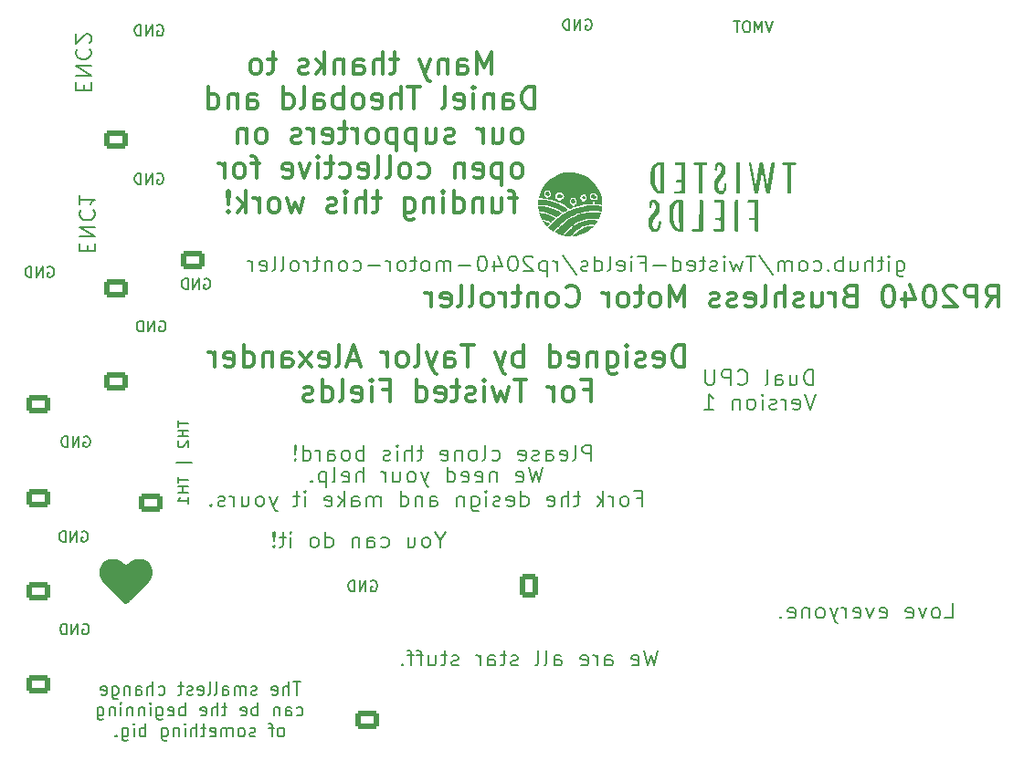
<source format=gbo>
G04 #@! TF.GenerationSoftware,KiCad,Pcbnew,6.0.2+dfsg-1*
G04 #@! TF.CreationDate,2022-12-09T23:48:52-08:00*
G04 #@! TF.ProjectId,RP2040_motor,52503230-3430-45f6-9d6f-746f722e6b69,REV1*
G04 #@! TF.SameCoordinates,Original*
G04 #@! TF.FileFunction,Legend,Bot*
G04 #@! TF.FilePolarity,Positive*
%FSLAX46Y46*%
G04 Gerber Fmt 4.6, Leading zero omitted, Abs format (unit mm)*
G04 Created by KiCad (PCBNEW 6.0.2+dfsg-1) date 2022-12-09 23:48:52*
%MOMM*%
%LPD*%
G01*
G04 APERTURE LIST*
G04 Aperture macros list*
%AMRoundRect*
0 Rectangle with rounded corners*
0 $1 Rounding radius*
0 $2 $3 $4 $5 $6 $7 $8 $9 X,Y pos of 4 corners*
0 Add a 4 corners polygon primitive as box body*
4,1,4,$2,$3,$4,$5,$6,$7,$8,$9,$2,$3,0*
0 Add four circle primitives for the rounded corners*
1,1,$1+$1,$2,$3*
1,1,$1+$1,$4,$5*
1,1,$1+$1,$6,$7*
1,1,$1+$1,$8,$9*
0 Add four rect primitives between the rounded corners*
20,1,$1+$1,$2,$3,$4,$5,0*
20,1,$1+$1,$4,$5,$6,$7,0*
20,1,$1+$1,$6,$7,$8,$9,0*
20,1,$1+$1,$8,$9,$2,$3,0*%
G04 Aperture macros list end*
%ADD10C,0.200000*%
%ADD11C,0.150000*%
%ADD12C,0.300000*%
%ADD13C,3.900000*%
%ADD14RoundRect,0.250000X0.845000X-0.620000X0.845000X0.620000X-0.845000X0.620000X-0.845000X-0.620000X0*%
%ADD15O,2.190000X1.740000*%
%ADD16C,5.300000*%
%ADD17C,6.500000*%
%ADD18RoundRect,0.250000X-0.845000X0.620000X-0.845000X-0.620000X0.845000X-0.620000X0.845000X0.620000X0*%
%ADD19RoundRect,0.250000X0.620000X0.845000X-0.620000X0.845000X-0.620000X-0.845000X0.620000X-0.845000X0*%
%ADD20O,1.740000X2.190000*%
%ADD21C,3.250000*%
%ADD22R,1.500000X1.500000*%
%ADD23C,1.500000*%
%ADD24C,2.600000*%
%ADD25R,1.700000X1.700000*%
%ADD26O,1.700000X1.700000*%
%ADD27C,0.650000*%
%ADD28O,1.000000X1.600000*%
%ADD29O,1.000000X2.100000*%
G04 APERTURE END LIST*
D10*
X117289285Y-80708333D02*
X117289285Y-79308333D01*
X116717857Y-79308333D01*
X116575000Y-79375000D01*
X116503571Y-79441666D01*
X116432142Y-79575000D01*
X116432142Y-79775000D01*
X116503571Y-79908333D01*
X116575000Y-79975000D01*
X116717857Y-80041666D01*
X117289285Y-80041666D01*
X115575000Y-80708333D02*
X115717857Y-80641666D01*
X115789285Y-80508333D01*
X115789285Y-79308333D01*
X114432142Y-80641666D02*
X114575000Y-80708333D01*
X114860714Y-80708333D01*
X115003571Y-80641666D01*
X115075000Y-80508333D01*
X115075000Y-79975000D01*
X115003571Y-79841666D01*
X114860714Y-79775000D01*
X114575000Y-79775000D01*
X114432142Y-79841666D01*
X114360714Y-79975000D01*
X114360714Y-80108333D01*
X115075000Y-80241666D01*
X113075000Y-80708333D02*
X113075000Y-79975000D01*
X113146428Y-79841666D01*
X113289285Y-79775000D01*
X113575000Y-79775000D01*
X113717857Y-79841666D01*
X113075000Y-80641666D02*
X113217857Y-80708333D01*
X113575000Y-80708333D01*
X113717857Y-80641666D01*
X113789285Y-80508333D01*
X113789285Y-80375000D01*
X113717857Y-80241666D01*
X113575000Y-80175000D01*
X113217857Y-80175000D01*
X113075000Y-80108333D01*
X112432142Y-80641666D02*
X112289285Y-80708333D01*
X112003571Y-80708333D01*
X111860714Y-80641666D01*
X111789285Y-80508333D01*
X111789285Y-80441666D01*
X111860714Y-80308333D01*
X112003571Y-80241666D01*
X112217857Y-80241666D01*
X112360714Y-80175000D01*
X112432142Y-80041666D01*
X112432142Y-79975000D01*
X112360714Y-79841666D01*
X112217857Y-79775000D01*
X112003571Y-79775000D01*
X111860714Y-79841666D01*
X110575000Y-80641666D02*
X110717857Y-80708333D01*
X111003571Y-80708333D01*
X111146428Y-80641666D01*
X111217857Y-80508333D01*
X111217857Y-79975000D01*
X111146428Y-79841666D01*
X111003571Y-79775000D01*
X110717857Y-79775000D01*
X110575000Y-79841666D01*
X110503571Y-79975000D01*
X110503571Y-80108333D01*
X111217857Y-80241666D01*
X108075000Y-80641666D02*
X108217857Y-80708333D01*
X108503571Y-80708333D01*
X108646428Y-80641666D01*
X108717857Y-80575000D01*
X108789285Y-80441666D01*
X108789285Y-80041666D01*
X108717857Y-79908333D01*
X108646428Y-79841666D01*
X108503571Y-79775000D01*
X108217857Y-79775000D01*
X108075000Y-79841666D01*
X107217857Y-80708333D02*
X107360714Y-80641666D01*
X107432142Y-80508333D01*
X107432142Y-79308333D01*
X106432142Y-80708333D02*
X106575000Y-80641666D01*
X106646428Y-80575000D01*
X106717857Y-80441666D01*
X106717857Y-80041666D01*
X106646428Y-79908333D01*
X106575000Y-79841666D01*
X106432142Y-79775000D01*
X106217857Y-79775000D01*
X106075000Y-79841666D01*
X106003571Y-79908333D01*
X105932142Y-80041666D01*
X105932142Y-80441666D01*
X106003571Y-80575000D01*
X106075000Y-80641666D01*
X106217857Y-80708333D01*
X106432142Y-80708333D01*
X105289285Y-79775000D02*
X105289285Y-80708333D01*
X105289285Y-79908333D02*
X105217857Y-79841666D01*
X105075000Y-79775000D01*
X104860714Y-79775000D01*
X104717857Y-79841666D01*
X104646428Y-79975000D01*
X104646428Y-80708333D01*
X103360714Y-80641666D02*
X103503571Y-80708333D01*
X103789285Y-80708333D01*
X103932142Y-80641666D01*
X104003571Y-80508333D01*
X104003571Y-79975000D01*
X103932142Y-79841666D01*
X103789285Y-79775000D01*
X103503571Y-79775000D01*
X103360714Y-79841666D01*
X103289285Y-79975000D01*
X103289285Y-80108333D01*
X104003571Y-80241666D01*
X101717857Y-79775000D02*
X101146428Y-79775000D01*
X101503571Y-79308333D02*
X101503571Y-80508333D01*
X101432142Y-80641666D01*
X101289285Y-80708333D01*
X101146428Y-80708333D01*
X100646428Y-80708333D02*
X100646428Y-79308333D01*
X100003571Y-80708333D02*
X100003571Y-79975000D01*
X100075000Y-79841666D01*
X100217857Y-79775000D01*
X100432142Y-79775000D01*
X100575000Y-79841666D01*
X100646428Y-79908333D01*
X99289285Y-80708333D02*
X99289285Y-79775000D01*
X99289285Y-79308333D02*
X99360714Y-79375000D01*
X99289285Y-79441666D01*
X99217857Y-79375000D01*
X99289285Y-79308333D01*
X99289285Y-79441666D01*
X98646428Y-80641666D02*
X98503571Y-80708333D01*
X98217857Y-80708333D01*
X98075000Y-80641666D01*
X98003571Y-80508333D01*
X98003571Y-80441666D01*
X98075000Y-80308333D01*
X98217857Y-80241666D01*
X98432142Y-80241666D01*
X98575000Y-80175000D01*
X98646428Y-80041666D01*
X98646428Y-79975000D01*
X98575000Y-79841666D01*
X98432142Y-79775000D01*
X98217857Y-79775000D01*
X98075000Y-79841666D01*
X96217857Y-80708333D02*
X96217857Y-79308333D01*
X96217857Y-79841666D02*
X96075000Y-79775000D01*
X95789285Y-79775000D01*
X95646428Y-79841666D01*
X95575000Y-79908333D01*
X95503571Y-80041666D01*
X95503571Y-80441666D01*
X95575000Y-80575000D01*
X95646428Y-80641666D01*
X95789285Y-80708333D01*
X96075000Y-80708333D01*
X96217857Y-80641666D01*
X94646428Y-80708333D02*
X94789285Y-80641666D01*
X94860714Y-80575000D01*
X94932142Y-80441666D01*
X94932142Y-80041666D01*
X94860714Y-79908333D01*
X94789285Y-79841666D01*
X94646428Y-79775000D01*
X94432142Y-79775000D01*
X94289285Y-79841666D01*
X94217857Y-79908333D01*
X94146428Y-80041666D01*
X94146428Y-80441666D01*
X94217857Y-80575000D01*
X94289285Y-80641666D01*
X94432142Y-80708333D01*
X94646428Y-80708333D01*
X92860714Y-80708333D02*
X92860714Y-79975000D01*
X92932142Y-79841666D01*
X93075000Y-79775000D01*
X93360714Y-79775000D01*
X93503571Y-79841666D01*
X92860714Y-80641666D02*
X93003571Y-80708333D01*
X93360714Y-80708333D01*
X93503571Y-80641666D01*
X93575000Y-80508333D01*
X93575000Y-80375000D01*
X93503571Y-80241666D01*
X93360714Y-80175000D01*
X93003571Y-80175000D01*
X92860714Y-80108333D01*
X92146428Y-80708333D02*
X92146428Y-79775000D01*
X92146428Y-80041666D02*
X92075000Y-79908333D01*
X92003571Y-79841666D01*
X91860714Y-79775000D01*
X91717857Y-79775000D01*
X90575000Y-80708333D02*
X90575000Y-79308333D01*
X90575000Y-80641666D02*
X90717857Y-80708333D01*
X91003571Y-80708333D01*
X91146428Y-80641666D01*
X91217857Y-80575000D01*
X91289285Y-80441666D01*
X91289285Y-80041666D01*
X91217857Y-79908333D01*
X91146428Y-79841666D01*
X91003571Y-79775000D01*
X90717857Y-79775000D01*
X90575000Y-79841666D01*
X89860714Y-80575000D02*
X89789285Y-80641666D01*
X89860714Y-80708333D01*
X89932142Y-80641666D01*
X89860714Y-80575000D01*
X89860714Y-80708333D01*
X89860714Y-80175000D02*
X89932142Y-79375000D01*
X89860714Y-79308333D01*
X89789285Y-79375000D01*
X89860714Y-80175000D01*
X89860714Y-79308333D01*
D11*
X134109523Y-39952380D02*
X133776190Y-40952380D01*
X133442857Y-39952380D01*
X133109523Y-40952380D02*
X133109523Y-39952380D01*
X132776190Y-40666666D01*
X132442857Y-39952380D01*
X132442857Y-40952380D01*
X131776190Y-39952380D02*
X131585714Y-39952380D01*
X131490476Y-40000000D01*
X131395238Y-40095238D01*
X131347619Y-40285714D01*
X131347619Y-40619047D01*
X131395238Y-40809523D01*
X131490476Y-40904761D01*
X131585714Y-40952380D01*
X131776190Y-40952380D01*
X131871428Y-40904761D01*
X131966666Y-40809523D01*
X132014285Y-40619047D01*
X132014285Y-40285714D01*
X131966666Y-40095238D01*
X131871428Y-40000000D01*
X131776190Y-39952380D01*
X131061904Y-39952380D02*
X130490476Y-39952380D01*
X130776190Y-40952380D02*
X130776190Y-39952380D01*
D10*
X90314285Y-101260857D02*
X89628571Y-101260857D01*
X89971428Y-102460857D02*
X89971428Y-101260857D01*
X89228571Y-102460857D02*
X89228571Y-101260857D01*
X88714285Y-102460857D02*
X88714285Y-101832285D01*
X88771428Y-101718000D01*
X88885714Y-101660857D01*
X89057142Y-101660857D01*
X89171428Y-101718000D01*
X89228571Y-101775142D01*
X87685714Y-102403714D02*
X87800000Y-102460857D01*
X88028571Y-102460857D01*
X88142857Y-102403714D01*
X88200000Y-102289428D01*
X88200000Y-101832285D01*
X88142857Y-101718000D01*
X88028571Y-101660857D01*
X87800000Y-101660857D01*
X87685714Y-101718000D01*
X87628571Y-101832285D01*
X87628571Y-101946571D01*
X88200000Y-102060857D01*
X86257142Y-102403714D02*
X86142857Y-102460857D01*
X85914285Y-102460857D01*
X85800000Y-102403714D01*
X85742857Y-102289428D01*
X85742857Y-102232285D01*
X85800000Y-102118000D01*
X85914285Y-102060857D01*
X86085714Y-102060857D01*
X86200000Y-102003714D01*
X86257142Y-101889428D01*
X86257142Y-101832285D01*
X86200000Y-101718000D01*
X86085714Y-101660857D01*
X85914285Y-101660857D01*
X85800000Y-101718000D01*
X85228571Y-102460857D02*
X85228571Y-101660857D01*
X85228571Y-101775142D02*
X85171428Y-101718000D01*
X85057142Y-101660857D01*
X84885714Y-101660857D01*
X84771428Y-101718000D01*
X84714285Y-101832285D01*
X84714285Y-102460857D01*
X84714285Y-101832285D02*
X84657142Y-101718000D01*
X84542857Y-101660857D01*
X84371428Y-101660857D01*
X84257142Y-101718000D01*
X84200000Y-101832285D01*
X84200000Y-102460857D01*
X83114285Y-102460857D02*
X83114285Y-101832285D01*
X83171428Y-101718000D01*
X83285714Y-101660857D01*
X83514285Y-101660857D01*
X83628571Y-101718000D01*
X83114285Y-102403714D02*
X83228571Y-102460857D01*
X83514285Y-102460857D01*
X83628571Y-102403714D01*
X83685714Y-102289428D01*
X83685714Y-102175142D01*
X83628571Y-102060857D01*
X83514285Y-102003714D01*
X83228571Y-102003714D01*
X83114285Y-101946571D01*
X82371428Y-102460857D02*
X82485714Y-102403714D01*
X82542857Y-102289428D01*
X82542857Y-101260857D01*
X81742857Y-102460857D02*
X81857142Y-102403714D01*
X81914285Y-102289428D01*
X81914285Y-101260857D01*
X80828571Y-102403714D02*
X80942857Y-102460857D01*
X81171428Y-102460857D01*
X81285714Y-102403714D01*
X81342857Y-102289428D01*
X81342857Y-101832285D01*
X81285714Y-101718000D01*
X81171428Y-101660857D01*
X80942857Y-101660857D01*
X80828571Y-101718000D01*
X80771428Y-101832285D01*
X80771428Y-101946571D01*
X81342857Y-102060857D01*
X80314285Y-102403714D02*
X80200000Y-102460857D01*
X79971428Y-102460857D01*
X79857142Y-102403714D01*
X79800000Y-102289428D01*
X79800000Y-102232285D01*
X79857142Y-102118000D01*
X79971428Y-102060857D01*
X80142857Y-102060857D01*
X80257142Y-102003714D01*
X80314285Y-101889428D01*
X80314285Y-101832285D01*
X80257142Y-101718000D01*
X80142857Y-101660857D01*
X79971428Y-101660857D01*
X79857142Y-101718000D01*
X79457142Y-101660857D02*
X79000000Y-101660857D01*
X79285714Y-101260857D02*
X79285714Y-102289428D01*
X79228571Y-102403714D01*
X79114285Y-102460857D01*
X79000000Y-102460857D01*
X77171428Y-102403714D02*
X77285714Y-102460857D01*
X77514285Y-102460857D01*
X77628571Y-102403714D01*
X77685714Y-102346571D01*
X77742857Y-102232285D01*
X77742857Y-101889428D01*
X77685714Y-101775142D01*
X77628571Y-101718000D01*
X77514285Y-101660857D01*
X77285714Y-101660857D01*
X77171428Y-101718000D01*
X76657142Y-102460857D02*
X76657142Y-101260857D01*
X76142857Y-102460857D02*
X76142857Y-101832285D01*
X76200000Y-101718000D01*
X76314285Y-101660857D01*
X76485714Y-101660857D01*
X76600000Y-101718000D01*
X76657142Y-101775142D01*
X75057142Y-102460857D02*
X75057142Y-101832285D01*
X75114285Y-101718000D01*
X75228571Y-101660857D01*
X75457142Y-101660857D01*
X75571428Y-101718000D01*
X75057142Y-102403714D02*
X75171428Y-102460857D01*
X75457142Y-102460857D01*
X75571428Y-102403714D01*
X75628571Y-102289428D01*
X75628571Y-102175142D01*
X75571428Y-102060857D01*
X75457142Y-102003714D01*
X75171428Y-102003714D01*
X75057142Y-101946571D01*
X74485714Y-101660857D02*
X74485714Y-102460857D01*
X74485714Y-101775142D02*
X74428571Y-101718000D01*
X74314285Y-101660857D01*
X74142857Y-101660857D01*
X74028571Y-101718000D01*
X73971428Y-101832285D01*
X73971428Y-102460857D01*
X72885714Y-101660857D02*
X72885714Y-102632285D01*
X72942857Y-102746571D01*
X73000000Y-102803714D01*
X73114285Y-102860857D01*
X73285714Y-102860857D01*
X73400000Y-102803714D01*
X72885714Y-102403714D02*
X73000000Y-102460857D01*
X73228571Y-102460857D01*
X73342857Y-102403714D01*
X73400000Y-102346571D01*
X73457142Y-102232285D01*
X73457142Y-101889428D01*
X73400000Y-101775142D01*
X73342857Y-101718000D01*
X73228571Y-101660857D01*
X73000000Y-101660857D01*
X72885714Y-101718000D01*
X71857142Y-102403714D02*
X71971428Y-102460857D01*
X72200000Y-102460857D01*
X72314285Y-102403714D01*
X72371428Y-102289428D01*
X72371428Y-101832285D01*
X72314285Y-101718000D01*
X72200000Y-101660857D01*
X71971428Y-101660857D01*
X71857142Y-101718000D01*
X71800000Y-101832285D01*
X71800000Y-101946571D01*
X72371428Y-102060857D01*
X89971428Y-104335714D02*
X90085714Y-104392857D01*
X90314285Y-104392857D01*
X90428571Y-104335714D01*
X90485714Y-104278571D01*
X90542857Y-104164285D01*
X90542857Y-103821428D01*
X90485714Y-103707142D01*
X90428571Y-103650000D01*
X90314285Y-103592857D01*
X90085714Y-103592857D01*
X89971428Y-103650000D01*
X88942857Y-104392857D02*
X88942857Y-103764285D01*
X89000000Y-103650000D01*
X89114285Y-103592857D01*
X89342857Y-103592857D01*
X89457142Y-103650000D01*
X88942857Y-104335714D02*
X89057142Y-104392857D01*
X89342857Y-104392857D01*
X89457142Y-104335714D01*
X89514285Y-104221428D01*
X89514285Y-104107142D01*
X89457142Y-103992857D01*
X89342857Y-103935714D01*
X89057142Y-103935714D01*
X88942857Y-103878571D01*
X88371428Y-103592857D02*
X88371428Y-104392857D01*
X88371428Y-103707142D02*
X88314285Y-103650000D01*
X88200000Y-103592857D01*
X88028571Y-103592857D01*
X87914285Y-103650000D01*
X87857142Y-103764285D01*
X87857142Y-104392857D01*
X86371428Y-104392857D02*
X86371428Y-103192857D01*
X86371428Y-103650000D02*
X86257142Y-103592857D01*
X86028571Y-103592857D01*
X85914285Y-103650000D01*
X85857142Y-103707142D01*
X85800000Y-103821428D01*
X85800000Y-104164285D01*
X85857142Y-104278571D01*
X85914285Y-104335714D01*
X86028571Y-104392857D01*
X86257142Y-104392857D01*
X86371428Y-104335714D01*
X84828571Y-104335714D02*
X84942857Y-104392857D01*
X85171428Y-104392857D01*
X85285714Y-104335714D01*
X85342857Y-104221428D01*
X85342857Y-103764285D01*
X85285714Y-103650000D01*
X85171428Y-103592857D01*
X84942857Y-103592857D01*
X84828571Y-103650000D01*
X84771428Y-103764285D01*
X84771428Y-103878571D01*
X85342857Y-103992857D01*
X83514285Y-103592857D02*
X83057142Y-103592857D01*
X83342857Y-103192857D02*
X83342857Y-104221428D01*
X83285714Y-104335714D01*
X83171428Y-104392857D01*
X83057142Y-104392857D01*
X82657142Y-104392857D02*
X82657142Y-103192857D01*
X82142857Y-104392857D02*
X82142857Y-103764285D01*
X82200000Y-103650000D01*
X82314285Y-103592857D01*
X82485714Y-103592857D01*
X82600000Y-103650000D01*
X82657142Y-103707142D01*
X81114285Y-104335714D02*
X81228571Y-104392857D01*
X81457142Y-104392857D01*
X81571428Y-104335714D01*
X81628571Y-104221428D01*
X81628571Y-103764285D01*
X81571428Y-103650000D01*
X81457142Y-103592857D01*
X81228571Y-103592857D01*
X81114285Y-103650000D01*
X81057142Y-103764285D01*
X81057142Y-103878571D01*
X81628571Y-103992857D01*
X79628571Y-104392857D02*
X79628571Y-103192857D01*
X79628571Y-103650000D02*
X79514285Y-103592857D01*
X79285714Y-103592857D01*
X79171428Y-103650000D01*
X79114285Y-103707142D01*
X79057142Y-103821428D01*
X79057142Y-104164285D01*
X79114285Y-104278571D01*
X79171428Y-104335714D01*
X79285714Y-104392857D01*
X79514285Y-104392857D01*
X79628571Y-104335714D01*
X78085714Y-104335714D02*
X78200000Y-104392857D01*
X78428571Y-104392857D01*
X78542857Y-104335714D01*
X78600000Y-104221428D01*
X78600000Y-103764285D01*
X78542857Y-103650000D01*
X78428571Y-103592857D01*
X78200000Y-103592857D01*
X78085714Y-103650000D01*
X78028571Y-103764285D01*
X78028571Y-103878571D01*
X78600000Y-103992857D01*
X77000000Y-103592857D02*
X77000000Y-104564285D01*
X77057142Y-104678571D01*
X77114285Y-104735714D01*
X77228571Y-104792857D01*
X77400000Y-104792857D01*
X77514285Y-104735714D01*
X77000000Y-104335714D02*
X77114285Y-104392857D01*
X77342857Y-104392857D01*
X77457142Y-104335714D01*
X77514285Y-104278571D01*
X77571428Y-104164285D01*
X77571428Y-103821428D01*
X77514285Y-103707142D01*
X77457142Y-103650000D01*
X77342857Y-103592857D01*
X77114285Y-103592857D01*
X77000000Y-103650000D01*
X76428571Y-104392857D02*
X76428571Y-103592857D01*
X76428571Y-103192857D02*
X76485714Y-103250000D01*
X76428571Y-103307142D01*
X76371428Y-103250000D01*
X76428571Y-103192857D01*
X76428571Y-103307142D01*
X75857142Y-103592857D02*
X75857142Y-104392857D01*
X75857142Y-103707142D02*
X75800000Y-103650000D01*
X75685714Y-103592857D01*
X75514285Y-103592857D01*
X75400000Y-103650000D01*
X75342857Y-103764285D01*
X75342857Y-104392857D01*
X74771428Y-103592857D02*
X74771428Y-104392857D01*
X74771428Y-103707142D02*
X74714285Y-103650000D01*
X74600000Y-103592857D01*
X74428571Y-103592857D01*
X74314285Y-103650000D01*
X74257142Y-103764285D01*
X74257142Y-104392857D01*
X73685714Y-104392857D02*
X73685714Y-103592857D01*
X73685714Y-103192857D02*
X73742857Y-103250000D01*
X73685714Y-103307142D01*
X73628571Y-103250000D01*
X73685714Y-103192857D01*
X73685714Y-103307142D01*
X73114285Y-103592857D02*
X73114285Y-104392857D01*
X73114285Y-103707142D02*
X73057142Y-103650000D01*
X72942857Y-103592857D01*
X72771428Y-103592857D01*
X72657142Y-103650000D01*
X72600000Y-103764285D01*
X72600000Y-104392857D01*
X71514285Y-103592857D02*
X71514285Y-104564285D01*
X71571428Y-104678571D01*
X71628571Y-104735714D01*
X71742857Y-104792857D01*
X71914285Y-104792857D01*
X72028571Y-104735714D01*
X71514285Y-104335714D02*
X71628571Y-104392857D01*
X71857142Y-104392857D01*
X71971428Y-104335714D01*
X72028571Y-104278571D01*
X72085714Y-104164285D01*
X72085714Y-103821428D01*
X72028571Y-103707142D01*
X71971428Y-103650000D01*
X71857142Y-103592857D01*
X71628571Y-103592857D01*
X71514285Y-103650000D01*
X88600000Y-106324857D02*
X88714285Y-106267714D01*
X88771428Y-106210571D01*
X88828571Y-106096285D01*
X88828571Y-105753428D01*
X88771428Y-105639142D01*
X88714285Y-105582000D01*
X88600000Y-105524857D01*
X88428571Y-105524857D01*
X88314285Y-105582000D01*
X88257142Y-105639142D01*
X88200000Y-105753428D01*
X88200000Y-106096285D01*
X88257142Y-106210571D01*
X88314285Y-106267714D01*
X88428571Y-106324857D01*
X88600000Y-106324857D01*
X87857142Y-105524857D02*
X87400000Y-105524857D01*
X87685714Y-106324857D02*
X87685714Y-105296285D01*
X87628571Y-105182000D01*
X87514285Y-105124857D01*
X87400000Y-105124857D01*
X86142857Y-106267714D02*
X86028571Y-106324857D01*
X85800000Y-106324857D01*
X85685714Y-106267714D01*
X85628571Y-106153428D01*
X85628571Y-106096285D01*
X85685714Y-105982000D01*
X85800000Y-105924857D01*
X85971428Y-105924857D01*
X86085714Y-105867714D01*
X86142857Y-105753428D01*
X86142857Y-105696285D01*
X86085714Y-105582000D01*
X85971428Y-105524857D01*
X85800000Y-105524857D01*
X85685714Y-105582000D01*
X84942857Y-106324857D02*
X85057142Y-106267714D01*
X85114285Y-106210571D01*
X85171428Y-106096285D01*
X85171428Y-105753428D01*
X85114285Y-105639142D01*
X85057142Y-105582000D01*
X84942857Y-105524857D01*
X84771428Y-105524857D01*
X84657142Y-105582000D01*
X84600000Y-105639142D01*
X84542857Y-105753428D01*
X84542857Y-106096285D01*
X84600000Y-106210571D01*
X84657142Y-106267714D01*
X84771428Y-106324857D01*
X84942857Y-106324857D01*
X84028571Y-106324857D02*
X84028571Y-105524857D01*
X84028571Y-105639142D02*
X83971428Y-105582000D01*
X83857142Y-105524857D01*
X83685714Y-105524857D01*
X83571428Y-105582000D01*
X83514285Y-105696285D01*
X83514285Y-106324857D01*
X83514285Y-105696285D02*
X83457142Y-105582000D01*
X83342857Y-105524857D01*
X83171428Y-105524857D01*
X83057142Y-105582000D01*
X83000000Y-105696285D01*
X83000000Y-106324857D01*
X81971428Y-106267714D02*
X82085714Y-106324857D01*
X82314285Y-106324857D01*
X82428571Y-106267714D01*
X82485714Y-106153428D01*
X82485714Y-105696285D01*
X82428571Y-105582000D01*
X82314285Y-105524857D01*
X82085714Y-105524857D01*
X81971428Y-105582000D01*
X81914285Y-105696285D01*
X81914285Y-105810571D01*
X82485714Y-105924857D01*
X81571428Y-105524857D02*
X81114285Y-105524857D01*
X81400000Y-105124857D02*
X81400000Y-106153428D01*
X81342857Y-106267714D01*
X81228571Y-106324857D01*
X81114285Y-106324857D01*
X80714285Y-106324857D02*
X80714285Y-105124857D01*
X80200000Y-106324857D02*
X80200000Y-105696285D01*
X80257142Y-105582000D01*
X80371428Y-105524857D01*
X80542857Y-105524857D01*
X80657142Y-105582000D01*
X80714285Y-105639142D01*
X79628571Y-106324857D02*
X79628571Y-105524857D01*
X79628571Y-105124857D02*
X79685714Y-105182000D01*
X79628571Y-105239142D01*
X79571428Y-105182000D01*
X79628571Y-105124857D01*
X79628571Y-105239142D01*
X79057142Y-105524857D02*
X79057142Y-106324857D01*
X79057142Y-105639142D02*
X79000000Y-105582000D01*
X78885714Y-105524857D01*
X78714285Y-105524857D01*
X78600000Y-105582000D01*
X78542857Y-105696285D01*
X78542857Y-106324857D01*
X77457142Y-105524857D02*
X77457142Y-106496285D01*
X77514285Y-106610571D01*
X77571428Y-106667714D01*
X77685714Y-106724857D01*
X77857142Y-106724857D01*
X77971428Y-106667714D01*
X77457142Y-106267714D02*
X77571428Y-106324857D01*
X77800000Y-106324857D01*
X77914285Y-106267714D01*
X77971428Y-106210571D01*
X78028571Y-106096285D01*
X78028571Y-105753428D01*
X77971428Y-105639142D01*
X77914285Y-105582000D01*
X77800000Y-105524857D01*
X77571428Y-105524857D01*
X77457142Y-105582000D01*
X75971428Y-106324857D02*
X75971428Y-105124857D01*
X75971428Y-105582000D02*
X75857142Y-105524857D01*
X75628571Y-105524857D01*
X75514285Y-105582000D01*
X75457142Y-105639142D01*
X75400000Y-105753428D01*
X75400000Y-106096285D01*
X75457142Y-106210571D01*
X75514285Y-106267714D01*
X75628571Y-106324857D01*
X75857142Y-106324857D01*
X75971428Y-106267714D01*
X74885714Y-106324857D02*
X74885714Y-105524857D01*
X74885714Y-105124857D02*
X74942857Y-105182000D01*
X74885714Y-105239142D01*
X74828571Y-105182000D01*
X74885714Y-105124857D01*
X74885714Y-105239142D01*
X73800000Y-105524857D02*
X73800000Y-106496285D01*
X73857142Y-106610571D01*
X73914285Y-106667714D01*
X74028571Y-106724857D01*
X74200000Y-106724857D01*
X74314285Y-106667714D01*
X73800000Y-106267714D02*
X73914285Y-106324857D01*
X74142857Y-106324857D01*
X74257142Y-106267714D01*
X74314285Y-106210571D01*
X74371428Y-106096285D01*
X74371428Y-105753428D01*
X74314285Y-105639142D01*
X74257142Y-105582000D01*
X74142857Y-105524857D01*
X73914285Y-105524857D01*
X73800000Y-105582000D01*
X73228571Y-106210571D02*
X73171428Y-106267714D01*
X73228571Y-106324857D01*
X73285714Y-106267714D01*
X73228571Y-106210571D01*
X73228571Y-106324857D01*
X112785714Y-81306333D02*
X112428571Y-82706333D01*
X112142857Y-81706333D01*
X111857142Y-82706333D01*
X111500000Y-81306333D01*
X110357142Y-82639666D02*
X110500000Y-82706333D01*
X110785714Y-82706333D01*
X110928571Y-82639666D01*
X111000000Y-82506333D01*
X111000000Y-81973000D01*
X110928571Y-81839666D01*
X110785714Y-81773000D01*
X110500000Y-81773000D01*
X110357142Y-81839666D01*
X110285714Y-81973000D01*
X110285714Y-82106333D01*
X111000000Y-82239666D01*
X108500000Y-81773000D02*
X108500000Y-82706333D01*
X108500000Y-81906333D02*
X108428571Y-81839666D01*
X108285714Y-81773000D01*
X108071428Y-81773000D01*
X107928571Y-81839666D01*
X107857142Y-81973000D01*
X107857142Y-82706333D01*
X106571428Y-82639666D02*
X106714285Y-82706333D01*
X107000000Y-82706333D01*
X107142857Y-82639666D01*
X107214285Y-82506333D01*
X107214285Y-81973000D01*
X107142857Y-81839666D01*
X107000000Y-81773000D01*
X106714285Y-81773000D01*
X106571428Y-81839666D01*
X106500000Y-81973000D01*
X106500000Y-82106333D01*
X107214285Y-82239666D01*
X105285714Y-82639666D02*
X105428571Y-82706333D01*
X105714285Y-82706333D01*
X105857142Y-82639666D01*
X105928571Y-82506333D01*
X105928571Y-81973000D01*
X105857142Y-81839666D01*
X105714285Y-81773000D01*
X105428571Y-81773000D01*
X105285714Y-81839666D01*
X105214285Y-81973000D01*
X105214285Y-82106333D01*
X105928571Y-82239666D01*
X103928571Y-82706333D02*
X103928571Y-81306333D01*
X103928571Y-82639666D02*
X104071428Y-82706333D01*
X104357142Y-82706333D01*
X104500000Y-82639666D01*
X104571428Y-82573000D01*
X104642857Y-82439666D01*
X104642857Y-82039666D01*
X104571428Y-81906333D01*
X104500000Y-81839666D01*
X104357142Y-81773000D01*
X104071428Y-81773000D01*
X103928571Y-81839666D01*
X102214285Y-81773000D02*
X101857142Y-82706333D01*
X101500000Y-81773000D02*
X101857142Y-82706333D01*
X102000000Y-83039666D01*
X102071428Y-83106333D01*
X102214285Y-83173000D01*
X100714285Y-82706333D02*
X100857142Y-82639666D01*
X100928571Y-82573000D01*
X101000000Y-82439666D01*
X101000000Y-82039666D01*
X100928571Y-81906333D01*
X100857142Y-81839666D01*
X100714285Y-81773000D01*
X100500000Y-81773000D01*
X100357142Y-81839666D01*
X100285714Y-81906333D01*
X100214285Y-82039666D01*
X100214285Y-82439666D01*
X100285714Y-82573000D01*
X100357142Y-82639666D01*
X100500000Y-82706333D01*
X100714285Y-82706333D01*
X98928571Y-81773000D02*
X98928571Y-82706333D01*
X99571428Y-81773000D02*
X99571428Y-82506333D01*
X99500000Y-82639666D01*
X99357142Y-82706333D01*
X99142857Y-82706333D01*
X99000000Y-82639666D01*
X98928571Y-82573000D01*
X98214285Y-82706333D02*
X98214285Y-81773000D01*
X98214285Y-82039666D02*
X98142857Y-81906333D01*
X98071428Y-81839666D01*
X97928571Y-81773000D01*
X97785714Y-81773000D01*
X96142857Y-82706333D02*
X96142857Y-81306333D01*
X95500000Y-82706333D02*
X95500000Y-81973000D01*
X95571428Y-81839666D01*
X95714285Y-81773000D01*
X95928571Y-81773000D01*
X96071428Y-81839666D01*
X96142857Y-81906333D01*
X94214285Y-82639666D02*
X94357142Y-82706333D01*
X94642857Y-82706333D01*
X94785714Y-82639666D01*
X94857142Y-82506333D01*
X94857142Y-81973000D01*
X94785714Y-81839666D01*
X94642857Y-81773000D01*
X94357142Y-81773000D01*
X94214285Y-81839666D01*
X94142857Y-81973000D01*
X94142857Y-82106333D01*
X94857142Y-82239666D01*
X93285714Y-82706333D02*
X93428571Y-82639666D01*
X93500000Y-82506333D01*
X93500000Y-81306333D01*
X92714285Y-81773000D02*
X92714285Y-83173000D01*
X92714285Y-81839666D02*
X92571428Y-81773000D01*
X92285714Y-81773000D01*
X92142857Y-81839666D01*
X92071428Y-81906333D01*
X92000000Y-82039666D01*
X92000000Y-82439666D01*
X92071428Y-82573000D01*
X92142857Y-82639666D01*
X92285714Y-82706333D01*
X92571428Y-82706333D01*
X92714285Y-82639666D01*
X91357142Y-82573000D02*
X91285714Y-82639666D01*
X91357142Y-82706333D01*
X91428571Y-82639666D01*
X91357142Y-82573000D01*
X91357142Y-82706333D01*
X121464285Y-84227000D02*
X121964285Y-84227000D01*
X121964285Y-84960333D02*
X121964285Y-83560333D01*
X121250000Y-83560333D01*
X120464285Y-84960333D02*
X120607142Y-84893666D01*
X120678571Y-84827000D01*
X120750000Y-84693666D01*
X120750000Y-84293666D01*
X120678571Y-84160333D01*
X120607142Y-84093666D01*
X120464285Y-84027000D01*
X120250000Y-84027000D01*
X120107142Y-84093666D01*
X120035714Y-84160333D01*
X119964285Y-84293666D01*
X119964285Y-84693666D01*
X120035714Y-84827000D01*
X120107142Y-84893666D01*
X120250000Y-84960333D01*
X120464285Y-84960333D01*
X119321428Y-84960333D02*
X119321428Y-84027000D01*
X119321428Y-84293666D02*
X119250000Y-84160333D01*
X119178571Y-84093666D01*
X119035714Y-84027000D01*
X118892857Y-84027000D01*
X118392857Y-84960333D02*
X118392857Y-83560333D01*
X118250000Y-84427000D02*
X117821428Y-84960333D01*
X117821428Y-84027000D02*
X118392857Y-84560333D01*
X116250000Y-84027000D02*
X115678571Y-84027000D01*
X116035714Y-83560333D02*
X116035714Y-84760333D01*
X115964285Y-84893666D01*
X115821428Y-84960333D01*
X115678571Y-84960333D01*
X115178571Y-84960333D02*
X115178571Y-83560333D01*
X114535714Y-84960333D02*
X114535714Y-84227000D01*
X114607142Y-84093666D01*
X114750000Y-84027000D01*
X114964285Y-84027000D01*
X115107142Y-84093666D01*
X115178571Y-84160333D01*
X113250000Y-84893666D02*
X113392857Y-84960333D01*
X113678571Y-84960333D01*
X113821428Y-84893666D01*
X113892857Y-84760333D01*
X113892857Y-84227000D01*
X113821428Y-84093666D01*
X113678571Y-84027000D01*
X113392857Y-84027000D01*
X113250000Y-84093666D01*
X113178571Y-84227000D01*
X113178571Y-84360333D01*
X113892857Y-84493666D01*
X110750000Y-84960333D02*
X110750000Y-83560333D01*
X110750000Y-84893666D02*
X110892857Y-84960333D01*
X111178571Y-84960333D01*
X111321428Y-84893666D01*
X111392857Y-84827000D01*
X111464285Y-84693666D01*
X111464285Y-84293666D01*
X111392857Y-84160333D01*
X111321428Y-84093666D01*
X111178571Y-84027000D01*
X110892857Y-84027000D01*
X110750000Y-84093666D01*
X109464285Y-84893666D02*
X109607142Y-84960333D01*
X109892857Y-84960333D01*
X110035714Y-84893666D01*
X110107142Y-84760333D01*
X110107142Y-84227000D01*
X110035714Y-84093666D01*
X109892857Y-84027000D01*
X109607142Y-84027000D01*
X109464285Y-84093666D01*
X109392857Y-84227000D01*
X109392857Y-84360333D01*
X110107142Y-84493666D01*
X108821428Y-84893666D02*
X108678571Y-84960333D01*
X108392857Y-84960333D01*
X108250000Y-84893666D01*
X108178571Y-84760333D01*
X108178571Y-84693666D01*
X108250000Y-84560333D01*
X108392857Y-84493666D01*
X108607142Y-84493666D01*
X108750000Y-84427000D01*
X108821428Y-84293666D01*
X108821428Y-84227000D01*
X108750000Y-84093666D01*
X108607142Y-84027000D01*
X108392857Y-84027000D01*
X108250000Y-84093666D01*
X107535714Y-84960333D02*
X107535714Y-84027000D01*
X107535714Y-83560333D02*
X107607142Y-83627000D01*
X107535714Y-83693666D01*
X107464285Y-83627000D01*
X107535714Y-83560333D01*
X107535714Y-83693666D01*
X106178571Y-84027000D02*
X106178571Y-85160333D01*
X106250000Y-85293666D01*
X106321428Y-85360333D01*
X106464285Y-85427000D01*
X106678571Y-85427000D01*
X106821428Y-85360333D01*
X106178571Y-84893666D02*
X106321428Y-84960333D01*
X106607142Y-84960333D01*
X106750000Y-84893666D01*
X106821428Y-84827000D01*
X106892857Y-84693666D01*
X106892857Y-84293666D01*
X106821428Y-84160333D01*
X106750000Y-84093666D01*
X106607142Y-84027000D01*
X106321428Y-84027000D01*
X106178571Y-84093666D01*
X105464285Y-84027000D02*
X105464285Y-84960333D01*
X105464285Y-84160333D02*
X105392857Y-84093666D01*
X105250000Y-84027000D01*
X105035714Y-84027000D01*
X104892857Y-84093666D01*
X104821428Y-84227000D01*
X104821428Y-84960333D01*
X102321428Y-84960333D02*
X102321428Y-84227000D01*
X102392857Y-84093666D01*
X102535714Y-84027000D01*
X102821428Y-84027000D01*
X102964285Y-84093666D01*
X102321428Y-84893666D02*
X102464285Y-84960333D01*
X102821428Y-84960333D01*
X102964285Y-84893666D01*
X103035714Y-84760333D01*
X103035714Y-84627000D01*
X102964285Y-84493666D01*
X102821428Y-84427000D01*
X102464285Y-84427000D01*
X102321428Y-84360333D01*
X101607142Y-84027000D02*
X101607142Y-84960333D01*
X101607142Y-84160333D02*
X101535714Y-84093666D01*
X101392857Y-84027000D01*
X101178571Y-84027000D01*
X101035714Y-84093666D01*
X100964285Y-84227000D01*
X100964285Y-84960333D01*
X99607142Y-84960333D02*
X99607142Y-83560333D01*
X99607142Y-84893666D02*
X99750000Y-84960333D01*
X100035714Y-84960333D01*
X100178571Y-84893666D01*
X100250000Y-84827000D01*
X100321428Y-84693666D01*
X100321428Y-84293666D01*
X100250000Y-84160333D01*
X100178571Y-84093666D01*
X100035714Y-84027000D01*
X99750000Y-84027000D01*
X99607142Y-84093666D01*
X97750000Y-84960333D02*
X97750000Y-84027000D01*
X97750000Y-84160333D02*
X97678571Y-84093666D01*
X97535714Y-84027000D01*
X97321428Y-84027000D01*
X97178571Y-84093666D01*
X97107142Y-84227000D01*
X97107142Y-84960333D01*
X97107142Y-84227000D02*
X97035714Y-84093666D01*
X96892857Y-84027000D01*
X96678571Y-84027000D01*
X96535714Y-84093666D01*
X96464285Y-84227000D01*
X96464285Y-84960333D01*
X95107142Y-84960333D02*
X95107142Y-84227000D01*
X95178571Y-84093666D01*
X95321428Y-84027000D01*
X95607142Y-84027000D01*
X95750000Y-84093666D01*
X95107142Y-84893666D02*
X95250000Y-84960333D01*
X95607142Y-84960333D01*
X95750000Y-84893666D01*
X95821428Y-84760333D01*
X95821428Y-84627000D01*
X95750000Y-84493666D01*
X95607142Y-84427000D01*
X95250000Y-84427000D01*
X95107142Y-84360333D01*
X94392857Y-84960333D02*
X94392857Y-83560333D01*
X94250000Y-84427000D02*
X93821428Y-84960333D01*
X93821428Y-84027000D02*
X94392857Y-84560333D01*
X92607142Y-84893666D02*
X92750000Y-84960333D01*
X93035714Y-84960333D01*
X93178571Y-84893666D01*
X93250000Y-84760333D01*
X93250000Y-84227000D01*
X93178571Y-84093666D01*
X93035714Y-84027000D01*
X92750000Y-84027000D01*
X92607142Y-84093666D01*
X92535714Y-84227000D01*
X92535714Y-84360333D01*
X93250000Y-84493666D01*
X90750000Y-84960333D02*
X90750000Y-84027000D01*
X90750000Y-83560333D02*
X90821428Y-83627000D01*
X90750000Y-83693666D01*
X90678571Y-83627000D01*
X90750000Y-83560333D01*
X90750000Y-83693666D01*
X90250000Y-84027000D02*
X89678571Y-84027000D01*
X90035714Y-83560333D02*
X90035714Y-84760333D01*
X89964285Y-84893666D01*
X89821428Y-84960333D01*
X89678571Y-84960333D01*
X88178571Y-84027000D02*
X87821428Y-84960333D01*
X87464285Y-84027000D02*
X87821428Y-84960333D01*
X87964285Y-85293666D01*
X88035714Y-85360333D01*
X88178571Y-85427000D01*
X86678571Y-84960333D02*
X86821428Y-84893666D01*
X86892857Y-84827000D01*
X86964285Y-84693666D01*
X86964285Y-84293666D01*
X86892857Y-84160333D01*
X86821428Y-84093666D01*
X86678571Y-84027000D01*
X86464285Y-84027000D01*
X86321428Y-84093666D01*
X86250000Y-84160333D01*
X86178571Y-84293666D01*
X86178571Y-84693666D01*
X86250000Y-84827000D01*
X86321428Y-84893666D01*
X86464285Y-84960333D01*
X86678571Y-84960333D01*
X84892857Y-84027000D02*
X84892857Y-84960333D01*
X85535714Y-84027000D02*
X85535714Y-84760333D01*
X85464285Y-84893666D01*
X85321428Y-84960333D01*
X85107142Y-84960333D01*
X84964285Y-84893666D01*
X84892857Y-84827000D01*
X84178571Y-84960333D02*
X84178571Y-84027000D01*
X84178571Y-84293666D02*
X84107142Y-84160333D01*
X84035714Y-84093666D01*
X83892857Y-84027000D01*
X83750000Y-84027000D01*
X83321428Y-84893666D02*
X83178571Y-84960333D01*
X82892857Y-84960333D01*
X82750000Y-84893666D01*
X82678571Y-84760333D01*
X82678571Y-84693666D01*
X82750000Y-84560333D01*
X82892857Y-84493666D01*
X83107142Y-84493666D01*
X83250000Y-84427000D01*
X83321428Y-84293666D01*
X83321428Y-84227000D01*
X83250000Y-84093666D01*
X83107142Y-84027000D01*
X82892857Y-84027000D01*
X82750000Y-84093666D01*
X82035714Y-84827000D02*
X81964285Y-84893666D01*
X82035714Y-84960333D01*
X82107142Y-84893666D01*
X82035714Y-84827000D01*
X82035714Y-84960333D01*
D11*
X70061904Y-87300000D02*
X70157142Y-87252380D01*
X70300000Y-87252380D01*
X70442857Y-87300000D01*
X70538095Y-87395238D01*
X70585714Y-87490476D01*
X70633333Y-87680952D01*
X70633333Y-87823809D01*
X70585714Y-88014285D01*
X70538095Y-88109523D01*
X70442857Y-88204761D01*
X70300000Y-88252380D01*
X70204761Y-88252380D01*
X70061904Y-88204761D01*
X70014285Y-88157142D01*
X70014285Y-87823809D01*
X70204761Y-87823809D01*
X69585714Y-88252380D02*
X69585714Y-87252380D01*
X69014285Y-88252380D01*
X69014285Y-87252380D01*
X68538095Y-88252380D02*
X68538095Y-87252380D01*
X68300000Y-87252380D01*
X68157142Y-87300000D01*
X68061904Y-87395238D01*
X68014285Y-87490476D01*
X67966666Y-87680952D01*
X67966666Y-87823809D01*
X68014285Y-88014285D01*
X68061904Y-88109523D01*
X68157142Y-88204761D01*
X68300000Y-88252380D01*
X68538095Y-88252380D01*
D12*
X125904761Y-71994761D02*
X125904761Y-69994761D01*
X125428571Y-69994761D01*
X125142857Y-70090000D01*
X124952380Y-70280476D01*
X124857142Y-70470952D01*
X124761904Y-70851904D01*
X124761904Y-71137619D01*
X124857142Y-71518571D01*
X124952380Y-71709047D01*
X125142857Y-71899523D01*
X125428571Y-71994761D01*
X125904761Y-71994761D01*
X123142857Y-71899523D02*
X123333333Y-71994761D01*
X123714285Y-71994761D01*
X123904761Y-71899523D01*
X124000000Y-71709047D01*
X124000000Y-70947142D01*
X123904761Y-70756666D01*
X123714285Y-70661428D01*
X123333333Y-70661428D01*
X123142857Y-70756666D01*
X123047619Y-70947142D01*
X123047619Y-71137619D01*
X124000000Y-71328095D01*
X122285714Y-71899523D02*
X122095238Y-71994761D01*
X121714285Y-71994761D01*
X121523809Y-71899523D01*
X121428571Y-71709047D01*
X121428571Y-71613809D01*
X121523809Y-71423333D01*
X121714285Y-71328095D01*
X122000000Y-71328095D01*
X122190476Y-71232857D01*
X122285714Y-71042380D01*
X122285714Y-70947142D01*
X122190476Y-70756666D01*
X122000000Y-70661428D01*
X121714285Y-70661428D01*
X121523809Y-70756666D01*
X120571428Y-71994761D02*
X120571428Y-70661428D01*
X120571428Y-69994761D02*
X120666666Y-70090000D01*
X120571428Y-70185238D01*
X120476190Y-70090000D01*
X120571428Y-69994761D01*
X120571428Y-70185238D01*
X118761904Y-70661428D02*
X118761904Y-72280476D01*
X118857142Y-72470952D01*
X118952380Y-72566190D01*
X119142857Y-72661428D01*
X119428571Y-72661428D01*
X119619047Y-72566190D01*
X118761904Y-71899523D02*
X118952380Y-71994761D01*
X119333333Y-71994761D01*
X119523809Y-71899523D01*
X119619047Y-71804285D01*
X119714285Y-71613809D01*
X119714285Y-71042380D01*
X119619047Y-70851904D01*
X119523809Y-70756666D01*
X119333333Y-70661428D01*
X118952380Y-70661428D01*
X118761904Y-70756666D01*
X117809523Y-70661428D02*
X117809523Y-71994761D01*
X117809523Y-70851904D02*
X117714285Y-70756666D01*
X117523809Y-70661428D01*
X117238095Y-70661428D01*
X117047619Y-70756666D01*
X116952380Y-70947142D01*
X116952380Y-71994761D01*
X115238095Y-71899523D02*
X115428571Y-71994761D01*
X115809523Y-71994761D01*
X116000000Y-71899523D01*
X116095238Y-71709047D01*
X116095238Y-70947142D01*
X116000000Y-70756666D01*
X115809523Y-70661428D01*
X115428571Y-70661428D01*
X115238095Y-70756666D01*
X115142857Y-70947142D01*
X115142857Y-71137619D01*
X116095238Y-71328095D01*
X113428571Y-71994761D02*
X113428571Y-69994761D01*
X113428571Y-71899523D02*
X113619047Y-71994761D01*
X114000000Y-71994761D01*
X114190476Y-71899523D01*
X114285714Y-71804285D01*
X114380952Y-71613809D01*
X114380952Y-71042380D01*
X114285714Y-70851904D01*
X114190476Y-70756666D01*
X114000000Y-70661428D01*
X113619047Y-70661428D01*
X113428571Y-70756666D01*
X110952380Y-71994761D02*
X110952380Y-69994761D01*
X110952380Y-70756666D02*
X110761904Y-70661428D01*
X110380952Y-70661428D01*
X110190476Y-70756666D01*
X110095238Y-70851904D01*
X110000000Y-71042380D01*
X110000000Y-71613809D01*
X110095238Y-71804285D01*
X110190476Y-71899523D01*
X110380952Y-71994761D01*
X110761904Y-71994761D01*
X110952380Y-71899523D01*
X109333333Y-70661428D02*
X108857142Y-71994761D01*
X108380952Y-70661428D02*
X108857142Y-71994761D01*
X109047619Y-72470952D01*
X109142857Y-72566190D01*
X109333333Y-72661428D01*
X106380952Y-69994761D02*
X105238095Y-69994761D01*
X105809523Y-71994761D02*
X105809523Y-69994761D01*
X103714285Y-71994761D02*
X103714285Y-70947142D01*
X103809523Y-70756666D01*
X104000000Y-70661428D01*
X104380952Y-70661428D01*
X104571428Y-70756666D01*
X103714285Y-71899523D02*
X103904761Y-71994761D01*
X104380952Y-71994761D01*
X104571428Y-71899523D01*
X104666666Y-71709047D01*
X104666666Y-71518571D01*
X104571428Y-71328095D01*
X104380952Y-71232857D01*
X103904761Y-71232857D01*
X103714285Y-71137619D01*
X102952380Y-70661428D02*
X102476190Y-71994761D01*
X102000000Y-70661428D02*
X102476190Y-71994761D01*
X102666666Y-72470952D01*
X102761904Y-72566190D01*
X102952380Y-72661428D01*
X100952380Y-71994761D02*
X101142857Y-71899523D01*
X101238095Y-71709047D01*
X101238095Y-69994761D01*
X99904761Y-71994761D02*
X100095238Y-71899523D01*
X100190476Y-71804285D01*
X100285714Y-71613809D01*
X100285714Y-71042380D01*
X100190476Y-70851904D01*
X100095238Y-70756666D01*
X99904761Y-70661428D01*
X99619047Y-70661428D01*
X99428571Y-70756666D01*
X99333333Y-70851904D01*
X99238095Y-71042380D01*
X99238095Y-71613809D01*
X99333333Y-71804285D01*
X99428571Y-71899523D01*
X99619047Y-71994761D01*
X99904761Y-71994761D01*
X98380952Y-71994761D02*
X98380952Y-70661428D01*
X98380952Y-71042380D02*
X98285714Y-70851904D01*
X98190476Y-70756666D01*
X98000000Y-70661428D01*
X97809523Y-70661428D01*
X95714285Y-71423333D02*
X94761904Y-71423333D01*
X95904761Y-71994761D02*
X95238095Y-69994761D01*
X94571428Y-71994761D01*
X93619047Y-71994761D02*
X93809523Y-71899523D01*
X93904761Y-71709047D01*
X93904761Y-69994761D01*
X92095238Y-71899523D02*
X92285714Y-71994761D01*
X92666666Y-71994761D01*
X92857142Y-71899523D01*
X92952380Y-71709047D01*
X92952380Y-70947142D01*
X92857142Y-70756666D01*
X92666666Y-70661428D01*
X92285714Y-70661428D01*
X92095238Y-70756666D01*
X92000000Y-70947142D01*
X92000000Y-71137619D01*
X92952380Y-71328095D01*
X91333333Y-71994761D02*
X90285714Y-70661428D01*
X91333333Y-70661428D02*
X90285714Y-71994761D01*
X88666666Y-71994761D02*
X88666666Y-70947142D01*
X88761904Y-70756666D01*
X88952380Y-70661428D01*
X89333333Y-70661428D01*
X89523809Y-70756666D01*
X88666666Y-71899523D02*
X88857142Y-71994761D01*
X89333333Y-71994761D01*
X89523809Y-71899523D01*
X89619047Y-71709047D01*
X89619047Y-71518571D01*
X89523809Y-71328095D01*
X89333333Y-71232857D01*
X88857142Y-71232857D01*
X88666666Y-71137619D01*
X87714285Y-70661428D02*
X87714285Y-71994761D01*
X87714285Y-70851904D02*
X87619047Y-70756666D01*
X87428571Y-70661428D01*
X87142857Y-70661428D01*
X86952380Y-70756666D01*
X86857142Y-70947142D01*
X86857142Y-71994761D01*
X85047619Y-71994761D02*
X85047619Y-69994761D01*
X85047619Y-71899523D02*
X85238095Y-71994761D01*
X85619047Y-71994761D01*
X85809523Y-71899523D01*
X85904761Y-71804285D01*
X86000000Y-71613809D01*
X86000000Y-71042380D01*
X85904761Y-70851904D01*
X85809523Y-70756666D01*
X85619047Y-70661428D01*
X85238095Y-70661428D01*
X85047619Y-70756666D01*
X83333333Y-71899523D02*
X83523809Y-71994761D01*
X83904761Y-71994761D01*
X84095238Y-71899523D01*
X84190476Y-71709047D01*
X84190476Y-70947142D01*
X84095238Y-70756666D01*
X83904761Y-70661428D01*
X83523809Y-70661428D01*
X83333333Y-70756666D01*
X83238095Y-70947142D01*
X83238095Y-71137619D01*
X84190476Y-71328095D01*
X82380952Y-71994761D02*
X82380952Y-70661428D01*
X82380952Y-71042380D02*
X82285714Y-70851904D01*
X82190476Y-70756666D01*
X82000000Y-70661428D01*
X81809523Y-70661428D01*
X116619047Y-74167142D02*
X117285714Y-74167142D01*
X117285714Y-75214761D02*
X117285714Y-73214761D01*
X116333333Y-73214761D01*
X115285714Y-75214761D02*
X115476190Y-75119523D01*
X115571428Y-75024285D01*
X115666666Y-74833809D01*
X115666666Y-74262380D01*
X115571428Y-74071904D01*
X115476190Y-73976666D01*
X115285714Y-73881428D01*
X115000000Y-73881428D01*
X114809523Y-73976666D01*
X114714285Y-74071904D01*
X114619047Y-74262380D01*
X114619047Y-74833809D01*
X114714285Y-75024285D01*
X114809523Y-75119523D01*
X115000000Y-75214761D01*
X115285714Y-75214761D01*
X113761904Y-75214761D02*
X113761904Y-73881428D01*
X113761904Y-74262380D02*
X113666666Y-74071904D01*
X113571428Y-73976666D01*
X113380952Y-73881428D01*
X113190476Y-73881428D01*
X111285714Y-73214761D02*
X110142857Y-73214761D01*
X110714285Y-75214761D02*
X110714285Y-73214761D01*
X109666666Y-73881428D02*
X109285714Y-75214761D01*
X108904761Y-74262380D01*
X108523809Y-75214761D01*
X108142857Y-73881428D01*
X107380952Y-75214761D02*
X107380952Y-73881428D01*
X107380952Y-73214761D02*
X107476190Y-73310000D01*
X107380952Y-73405238D01*
X107285714Y-73310000D01*
X107380952Y-73214761D01*
X107380952Y-73405238D01*
X106523809Y-75119523D02*
X106333333Y-75214761D01*
X105952380Y-75214761D01*
X105761904Y-75119523D01*
X105666666Y-74929047D01*
X105666666Y-74833809D01*
X105761904Y-74643333D01*
X105952380Y-74548095D01*
X106238095Y-74548095D01*
X106428571Y-74452857D01*
X106523809Y-74262380D01*
X106523809Y-74167142D01*
X106428571Y-73976666D01*
X106238095Y-73881428D01*
X105952380Y-73881428D01*
X105761904Y-73976666D01*
X105095238Y-73881428D02*
X104333333Y-73881428D01*
X104809523Y-73214761D02*
X104809523Y-74929047D01*
X104714285Y-75119523D01*
X104523809Y-75214761D01*
X104333333Y-75214761D01*
X102904761Y-75119523D02*
X103095238Y-75214761D01*
X103476190Y-75214761D01*
X103666666Y-75119523D01*
X103761904Y-74929047D01*
X103761904Y-74167142D01*
X103666666Y-73976666D01*
X103476190Y-73881428D01*
X103095238Y-73881428D01*
X102904761Y-73976666D01*
X102809523Y-74167142D01*
X102809523Y-74357619D01*
X103761904Y-74548095D01*
X101095238Y-75214761D02*
X101095238Y-73214761D01*
X101095238Y-75119523D02*
X101285714Y-75214761D01*
X101666666Y-75214761D01*
X101857142Y-75119523D01*
X101952380Y-75024285D01*
X102047619Y-74833809D01*
X102047619Y-74262380D01*
X101952380Y-74071904D01*
X101857142Y-73976666D01*
X101666666Y-73881428D01*
X101285714Y-73881428D01*
X101095238Y-73976666D01*
X97952380Y-74167142D02*
X98619047Y-74167142D01*
X98619047Y-75214761D02*
X98619047Y-73214761D01*
X97666666Y-73214761D01*
X96904761Y-75214761D02*
X96904761Y-73881428D01*
X96904761Y-73214761D02*
X97000000Y-73310000D01*
X96904761Y-73405238D01*
X96809523Y-73310000D01*
X96904761Y-73214761D01*
X96904761Y-73405238D01*
X95190476Y-75119523D02*
X95380952Y-75214761D01*
X95761904Y-75214761D01*
X95952380Y-75119523D01*
X96047619Y-74929047D01*
X96047619Y-74167142D01*
X95952380Y-73976666D01*
X95761904Y-73881428D01*
X95380952Y-73881428D01*
X95190476Y-73976666D01*
X95095238Y-74167142D01*
X95095238Y-74357619D01*
X96047619Y-74548095D01*
X93952380Y-75214761D02*
X94142857Y-75119523D01*
X94238095Y-74929047D01*
X94238095Y-73214761D01*
X92333333Y-75214761D02*
X92333333Y-73214761D01*
X92333333Y-75119523D02*
X92523809Y-75214761D01*
X92904761Y-75214761D01*
X93095238Y-75119523D01*
X93190476Y-75024285D01*
X93285714Y-74833809D01*
X93285714Y-74262380D01*
X93190476Y-74071904D01*
X93095238Y-73976666D01*
X92904761Y-73881428D01*
X92523809Y-73881428D01*
X92333333Y-73976666D01*
X91476190Y-75119523D02*
X91285714Y-75214761D01*
X90904761Y-75214761D01*
X90714285Y-75119523D01*
X90619047Y-74929047D01*
X90619047Y-74833809D01*
X90714285Y-74643333D01*
X90904761Y-74548095D01*
X91190476Y-74548095D01*
X91380952Y-74452857D01*
X91476190Y-74262380D01*
X91476190Y-74167142D01*
X91380952Y-73976666D01*
X91190476Y-73881428D01*
X90904761Y-73881428D01*
X90714285Y-73976666D01*
D10*
X78952380Y-76995238D02*
X78952380Y-77566666D01*
X79952380Y-77280952D02*
X78952380Y-77280952D01*
X79952380Y-77900000D02*
X78952380Y-77900000D01*
X79428571Y-77900000D02*
X79428571Y-78471428D01*
X79952380Y-78471428D02*
X78952380Y-78471428D01*
X79047619Y-78900000D02*
X79000000Y-78947619D01*
X78952380Y-79042857D01*
X78952380Y-79280952D01*
X79000000Y-79376190D01*
X79047619Y-79423809D01*
X79142857Y-79471428D01*
X79238095Y-79471428D01*
X79380952Y-79423809D01*
X79952380Y-78852380D01*
X79952380Y-79471428D01*
X80285714Y-80900000D02*
X78857142Y-80900000D01*
X78952380Y-82233333D02*
X78952380Y-82804761D01*
X79952380Y-82519047D02*
X78952380Y-82519047D01*
X79952380Y-83138095D02*
X78952380Y-83138095D01*
X79428571Y-83138095D02*
X79428571Y-83709523D01*
X79952380Y-83709523D02*
X78952380Y-83709523D01*
X79952380Y-84709523D02*
X79952380Y-84138095D01*
X79952380Y-84423809D02*
X78952380Y-84423809D01*
X79095238Y-84328571D01*
X79190476Y-84233333D01*
X79238095Y-84138095D01*
X70250000Y-46321428D02*
X70250000Y-45821428D01*
X69516666Y-45607142D02*
X69516666Y-46321428D01*
X70916666Y-46321428D01*
X70916666Y-45607142D01*
X69516666Y-44964285D02*
X70916666Y-44964285D01*
X69516666Y-44107142D01*
X70916666Y-44107142D01*
X69650000Y-42535714D02*
X69583333Y-42607142D01*
X69516666Y-42821428D01*
X69516666Y-42964285D01*
X69583333Y-43178571D01*
X69716666Y-43321428D01*
X69850000Y-43392857D01*
X70116666Y-43464285D01*
X70316666Y-43464285D01*
X70583333Y-43392857D01*
X70716666Y-43321428D01*
X70850000Y-43178571D01*
X70916666Y-42964285D01*
X70916666Y-42821428D01*
X70850000Y-42607142D01*
X70783333Y-42535714D01*
X70783333Y-41964285D02*
X70850000Y-41892857D01*
X70916666Y-41750000D01*
X70916666Y-41392857D01*
X70850000Y-41250000D01*
X70783333Y-41178571D01*
X70650000Y-41107142D01*
X70516666Y-41107142D01*
X70316666Y-41178571D01*
X69516666Y-42035714D01*
X69516666Y-41107142D01*
D11*
X66911904Y-62750000D02*
X67007142Y-62702380D01*
X67150000Y-62702380D01*
X67292857Y-62750000D01*
X67388095Y-62845238D01*
X67435714Y-62940476D01*
X67483333Y-63130952D01*
X67483333Y-63273809D01*
X67435714Y-63464285D01*
X67388095Y-63559523D01*
X67292857Y-63654761D01*
X67150000Y-63702380D01*
X67054761Y-63702380D01*
X66911904Y-63654761D01*
X66864285Y-63607142D01*
X66864285Y-63273809D01*
X67054761Y-63273809D01*
X66435714Y-63702380D02*
X66435714Y-62702380D01*
X65864285Y-63702380D01*
X65864285Y-62702380D01*
X65388095Y-63702380D02*
X65388095Y-62702380D01*
X65150000Y-62702380D01*
X65007142Y-62750000D01*
X64911904Y-62845238D01*
X64864285Y-62940476D01*
X64816666Y-63130952D01*
X64816666Y-63273809D01*
X64864285Y-63464285D01*
X64911904Y-63559523D01*
X65007142Y-63654761D01*
X65150000Y-63702380D01*
X65388095Y-63702380D01*
X81411904Y-63850000D02*
X81507142Y-63802380D01*
X81650000Y-63802380D01*
X81792857Y-63850000D01*
X81888095Y-63945238D01*
X81935714Y-64040476D01*
X81983333Y-64230952D01*
X81983333Y-64373809D01*
X81935714Y-64564285D01*
X81888095Y-64659523D01*
X81792857Y-64754761D01*
X81650000Y-64802380D01*
X81554761Y-64802380D01*
X81411904Y-64754761D01*
X81364285Y-64707142D01*
X81364285Y-64373809D01*
X81554761Y-64373809D01*
X80935714Y-64802380D02*
X80935714Y-63802380D01*
X80364285Y-64802380D01*
X80364285Y-63802380D01*
X79888095Y-64802380D02*
X79888095Y-63802380D01*
X79650000Y-63802380D01*
X79507142Y-63850000D01*
X79411904Y-63945238D01*
X79364285Y-64040476D01*
X79316666Y-64230952D01*
X79316666Y-64373809D01*
X79364285Y-64564285D01*
X79411904Y-64659523D01*
X79507142Y-64754761D01*
X79650000Y-64802380D01*
X79888095Y-64802380D01*
D10*
X70600000Y-61271428D02*
X70600000Y-60771428D01*
X69866666Y-60557142D02*
X69866666Y-61271428D01*
X71266666Y-61271428D01*
X71266666Y-60557142D01*
X69866666Y-59914285D02*
X71266666Y-59914285D01*
X69866666Y-59057142D01*
X71266666Y-59057142D01*
X70000000Y-57485714D02*
X69933333Y-57557142D01*
X69866666Y-57771428D01*
X69866666Y-57914285D01*
X69933333Y-58128571D01*
X70066666Y-58271428D01*
X70200000Y-58342857D01*
X70466666Y-58414285D01*
X70666666Y-58414285D01*
X70933333Y-58342857D01*
X71066666Y-58271428D01*
X71200000Y-58128571D01*
X71266666Y-57914285D01*
X71266666Y-57771428D01*
X71200000Y-57557142D01*
X71133333Y-57485714D01*
X69866666Y-56057142D02*
X69866666Y-56914285D01*
X69866666Y-56485714D02*
X71266666Y-56485714D01*
X71066666Y-56628571D01*
X70933333Y-56771428D01*
X70866666Y-56914285D01*
D11*
X70261904Y-78500000D02*
X70357142Y-78452380D01*
X70500000Y-78452380D01*
X70642857Y-78500000D01*
X70738095Y-78595238D01*
X70785714Y-78690476D01*
X70833333Y-78880952D01*
X70833333Y-79023809D01*
X70785714Y-79214285D01*
X70738095Y-79309523D01*
X70642857Y-79404761D01*
X70500000Y-79452380D01*
X70404761Y-79452380D01*
X70261904Y-79404761D01*
X70214285Y-79357142D01*
X70214285Y-79023809D01*
X70404761Y-79023809D01*
X69785714Y-79452380D02*
X69785714Y-78452380D01*
X69214285Y-79452380D01*
X69214285Y-78452380D01*
X68738095Y-79452380D02*
X68738095Y-78452380D01*
X68500000Y-78452380D01*
X68357142Y-78500000D01*
X68261904Y-78595238D01*
X68214285Y-78690476D01*
X68166666Y-78880952D01*
X68166666Y-79023809D01*
X68214285Y-79214285D01*
X68261904Y-79309523D01*
X68357142Y-79404761D01*
X68500000Y-79452380D01*
X68738095Y-79452380D01*
X77261904Y-67800000D02*
X77357142Y-67752380D01*
X77500000Y-67752380D01*
X77642857Y-67800000D01*
X77738095Y-67895238D01*
X77785714Y-67990476D01*
X77833333Y-68180952D01*
X77833333Y-68323809D01*
X77785714Y-68514285D01*
X77738095Y-68609523D01*
X77642857Y-68704761D01*
X77500000Y-68752380D01*
X77404761Y-68752380D01*
X77261904Y-68704761D01*
X77214285Y-68657142D01*
X77214285Y-68323809D01*
X77404761Y-68323809D01*
X76785714Y-68752380D02*
X76785714Y-67752380D01*
X76214285Y-68752380D01*
X76214285Y-67752380D01*
X75738095Y-68752380D02*
X75738095Y-67752380D01*
X75500000Y-67752380D01*
X75357142Y-67800000D01*
X75261904Y-67895238D01*
X75214285Y-67990476D01*
X75166666Y-68180952D01*
X75166666Y-68323809D01*
X75214285Y-68514285D01*
X75261904Y-68609523D01*
X75357142Y-68704761D01*
X75500000Y-68752380D01*
X75738095Y-68752380D01*
D12*
X108042857Y-44814761D02*
X108042857Y-42814761D01*
X107376190Y-44243333D01*
X106709523Y-42814761D01*
X106709523Y-44814761D01*
X104900000Y-44814761D02*
X104900000Y-43767142D01*
X104995238Y-43576666D01*
X105185714Y-43481428D01*
X105566666Y-43481428D01*
X105757142Y-43576666D01*
X104900000Y-44719523D02*
X105090476Y-44814761D01*
X105566666Y-44814761D01*
X105757142Y-44719523D01*
X105852380Y-44529047D01*
X105852380Y-44338571D01*
X105757142Y-44148095D01*
X105566666Y-44052857D01*
X105090476Y-44052857D01*
X104900000Y-43957619D01*
X103947619Y-43481428D02*
X103947619Y-44814761D01*
X103947619Y-43671904D02*
X103852380Y-43576666D01*
X103661904Y-43481428D01*
X103376190Y-43481428D01*
X103185714Y-43576666D01*
X103090476Y-43767142D01*
X103090476Y-44814761D01*
X102328571Y-43481428D02*
X101852380Y-44814761D01*
X101376190Y-43481428D02*
X101852380Y-44814761D01*
X102042857Y-45290952D01*
X102138095Y-45386190D01*
X102328571Y-45481428D01*
X99376190Y-43481428D02*
X98614285Y-43481428D01*
X99090476Y-42814761D02*
X99090476Y-44529047D01*
X98995238Y-44719523D01*
X98804761Y-44814761D01*
X98614285Y-44814761D01*
X97947619Y-44814761D02*
X97947619Y-42814761D01*
X97090476Y-44814761D02*
X97090476Y-43767142D01*
X97185714Y-43576666D01*
X97376190Y-43481428D01*
X97661904Y-43481428D01*
X97852380Y-43576666D01*
X97947619Y-43671904D01*
X95280952Y-44814761D02*
X95280952Y-43767142D01*
X95376190Y-43576666D01*
X95566666Y-43481428D01*
X95947619Y-43481428D01*
X96138095Y-43576666D01*
X95280952Y-44719523D02*
X95471428Y-44814761D01*
X95947619Y-44814761D01*
X96138095Y-44719523D01*
X96233333Y-44529047D01*
X96233333Y-44338571D01*
X96138095Y-44148095D01*
X95947619Y-44052857D01*
X95471428Y-44052857D01*
X95280952Y-43957619D01*
X94328571Y-43481428D02*
X94328571Y-44814761D01*
X94328571Y-43671904D02*
X94233333Y-43576666D01*
X94042857Y-43481428D01*
X93757142Y-43481428D01*
X93566666Y-43576666D01*
X93471428Y-43767142D01*
X93471428Y-44814761D01*
X92519047Y-44814761D02*
X92519047Y-42814761D01*
X92328571Y-44052857D02*
X91757142Y-44814761D01*
X91757142Y-43481428D02*
X92519047Y-44243333D01*
X90995238Y-44719523D02*
X90804761Y-44814761D01*
X90423809Y-44814761D01*
X90233333Y-44719523D01*
X90138095Y-44529047D01*
X90138095Y-44433809D01*
X90233333Y-44243333D01*
X90423809Y-44148095D01*
X90709523Y-44148095D01*
X90900000Y-44052857D01*
X90995238Y-43862380D01*
X90995238Y-43767142D01*
X90900000Y-43576666D01*
X90709523Y-43481428D01*
X90423809Y-43481428D01*
X90233333Y-43576666D01*
X88042857Y-43481428D02*
X87280952Y-43481428D01*
X87757142Y-42814761D02*
X87757142Y-44529047D01*
X87661904Y-44719523D01*
X87471428Y-44814761D01*
X87280952Y-44814761D01*
X86328571Y-44814761D02*
X86519047Y-44719523D01*
X86614285Y-44624285D01*
X86709523Y-44433809D01*
X86709523Y-43862380D01*
X86614285Y-43671904D01*
X86519047Y-43576666D01*
X86328571Y-43481428D01*
X86042857Y-43481428D01*
X85852380Y-43576666D01*
X85757142Y-43671904D01*
X85661904Y-43862380D01*
X85661904Y-44433809D01*
X85757142Y-44624285D01*
X85852380Y-44719523D01*
X86042857Y-44814761D01*
X86328571Y-44814761D01*
X111995238Y-48034761D02*
X111995238Y-46034761D01*
X111519047Y-46034761D01*
X111233333Y-46130000D01*
X111042857Y-46320476D01*
X110947619Y-46510952D01*
X110852380Y-46891904D01*
X110852380Y-47177619D01*
X110947619Y-47558571D01*
X111042857Y-47749047D01*
X111233333Y-47939523D01*
X111519047Y-48034761D01*
X111995238Y-48034761D01*
X109138095Y-48034761D02*
X109138095Y-46987142D01*
X109233333Y-46796666D01*
X109423809Y-46701428D01*
X109804761Y-46701428D01*
X109995238Y-46796666D01*
X109138095Y-47939523D02*
X109328571Y-48034761D01*
X109804761Y-48034761D01*
X109995238Y-47939523D01*
X110090476Y-47749047D01*
X110090476Y-47558571D01*
X109995238Y-47368095D01*
X109804761Y-47272857D01*
X109328571Y-47272857D01*
X109138095Y-47177619D01*
X108185714Y-46701428D02*
X108185714Y-48034761D01*
X108185714Y-46891904D02*
X108090476Y-46796666D01*
X107900000Y-46701428D01*
X107614285Y-46701428D01*
X107423809Y-46796666D01*
X107328571Y-46987142D01*
X107328571Y-48034761D01*
X106376190Y-48034761D02*
X106376190Y-46701428D01*
X106376190Y-46034761D02*
X106471428Y-46130000D01*
X106376190Y-46225238D01*
X106280952Y-46130000D01*
X106376190Y-46034761D01*
X106376190Y-46225238D01*
X104661904Y-47939523D02*
X104852380Y-48034761D01*
X105233333Y-48034761D01*
X105423809Y-47939523D01*
X105519047Y-47749047D01*
X105519047Y-46987142D01*
X105423809Y-46796666D01*
X105233333Y-46701428D01*
X104852380Y-46701428D01*
X104661904Y-46796666D01*
X104566666Y-46987142D01*
X104566666Y-47177619D01*
X105519047Y-47368095D01*
X103423809Y-48034761D02*
X103614285Y-47939523D01*
X103709523Y-47749047D01*
X103709523Y-46034761D01*
X101423809Y-46034761D02*
X100280952Y-46034761D01*
X100852380Y-48034761D02*
X100852380Y-46034761D01*
X99614285Y-48034761D02*
X99614285Y-46034761D01*
X98757142Y-48034761D02*
X98757142Y-46987142D01*
X98852380Y-46796666D01*
X99042857Y-46701428D01*
X99328571Y-46701428D01*
X99519047Y-46796666D01*
X99614285Y-46891904D01*
X97042857Y-47939523D02*
X97233333Y-48034761D01*
X97614285Y-48034761D01*
X97804761Y-47939523D01*
X97900000Y-47749047D01*
X97900000Y-46987142D01*
X97804761Y-46796666D01*
X97614285Y-46701428D01*
X97233333Y-46701428D01*
X97042857Y-46796666D01*
X96947619Y-46987142D01*
X96947619Y-47177619D01*
X97900000Y-47368095D01*
X95804761Y-48034761D02*
X95995238Y-47939523D01*
X96090476Y-47844285D01*
X96185714Y-47653809D01*
X96185714Y-47082380D01*
X96090476Y-46891904D01*
X95995238Y-46796666D01*
X95804761Y-46701428D01*
X95519047Y-46701428D01*
X95328571Y-46796666D01*
X95233333Y-46891904D01*
X95138095Y-47082380D01*
X95138095Y-47653809D01*
X95233333Y-47844285D01*
X95328571Y-47939523D01*
X95519047Y-48034761D01*
X95804761Y-48034761D01*
X94280952Y-48034761D02*
X94280952Y-46034761D01*
X94280952Y-46796666D02*
X94090476Y-46701428D01*
X93709523Y-46701428D01*
X93519047Y-46796666D01*
X93423809Y-46891904D01*
X93328571Y-47082380D01*
X93328571Y-47653809D01*
X93423809Y-47844285D01*
X93519047Y-47939523D01*
X93709523Y-48034761D01*
X94090476Y-48034761D01*
X94280952Y-47939523D01*
X91614285Y-48034761D02*
X91614285Y-46987142D01*
X91709523Y-46796666D01*
X91900000Y-46701428D01*
X92280952Y-46701428D01*
X92471428Y-46796666D01*
X91614285Y-47939523D02*
X91804761Y-48034761D01*
X92280952Y-48034761D01*
X92471428Y-47939523D01*
X92566666Y-47749047D01*
X92566666Y-47558571D01*
X92471428Y-47368095D01*
X92280952Y-47272857D01*
X91804761Y-47272857D01*
X91614285Y-47177619D01*
X90376190Y-48034761D02*
X90566666Y-47939523D01*
X90661904Y-47749047D01*
X90661904Y-46034761D01*
X88757142Y-48034761D02*
X88757142Y-46034761D01*
X88757142Y-47939523D02*
X88947619Y-48034761D01*
X89328571Y-48034761D01*
X89519047Y-47939523D01*
X89614285Y-47844285D01*
X89709523Y-47653809D01*
X89709523Y-47082380D01*
X89614285Y-46891904D01*
X89519047Y-46796666D01*
X89328571Y-46701428D01*
X88947619Y-46701428D01*
X88757142Y-46796666D01*
X85423809Y-48034761D02*
X85423809Y-46987142D01*
X85519047Y-46796666D01*
X85709523Y-46701428D01*
X86090476Y-46701428D01*
X86280952Y-46796666D01*
X85423809Y-47939523D02*
X85614285Y-48034761D01*
X86090476Y-48034761D01*
X86280952Y-47939523D01*
X86376190Y-47749047D01*
X86376190Y-47558571D01*
X86280952Y-47368095D01*
X86090476Y-47272857D01*
X85614285Y-47272857D01*
X85423809Y-47177619D01*
X84471428Y-46701428D02*
X84471428Y-48034761D01*
X84471428Y-46891904D02*
X84376190Y-46796666D01*
X84185714Y-46701428D01*
X83900000Y-46701428D01*
X83709523Y-46796666D01*
X83614285Y-46987142D01*
X83614285Y-48034761D01*
X81804761Y-48034761D02*
X81804761Y-46034761D01*
X81804761Y-47939523D02*
X81995238Y-48034761D01*
X82376190Y-48034761D01*
X82566666Y-47939523D01*
X82661904Y-47844285D01*
X82757142Y-47653809D01*
X82757142Y-47082380D01*
X82661904Y-46891904D01*
X82566666Y-46796666D01*
X82376190Y-46701428D01*
X81995238Y-46701428D01*
X81804761Y-46796666D01*
X110566666Y-51254761D02*
X110757142Y-51159523D01*
X110852380Y-51064285D01*
X110947619Y-50873809D01*
X110947619Y-50302380D01*
X110852380Y-50111904D01*
X110757142Y-50016666D01*
X110566666Y-49921428D01*
X110280952Y-49921428D01*
X110090476Y-50016666D01*
X109995238Y-50111904D01*
X109900000Y-50302380D01*
X109900000Y-50873809D01*
X109995238Y-51064285D01*
X110090476Y-51159523D01*
X110280952Y-51254761D01*
X110566666Y-51254761D01*
X108185714Y-49921428D02*
X108185714Y-51254761D01*
X109042857Y-49921428D02*
X109042857Y-50969047D01*
X108947619Y-51159523D01*
X108757142Y-51254761D01*
X108471428Y-51254761D01*
X108280952Y-51159523D01*
X108185714Y-51064285D01*
X107233333Y-51254761D02*
X107233333Y-49921428D01*
X107233333Y-50302380D02*
X107138095Y-50111904D01*
X107042857Y-50016666D01*
X106852380Y-49921428D01*
X106661904Y-49921428D01*
X104566666Y-51159523D02*
X104376190Y-51254761D01*
X103995238Y-51254761D01*
X103804761Y-51159523D01*
X103709523Y-50969047D01*
X103709523Y-50873809D01*
X103804761Y-50683333D01*
X103995238Y-50588095D01*
X104280952Y-50588095D01*
X104471428Y-50492857D01*
X104566666Y-50302380D01*
X104566666Y-50207142D01*
X104471428Y-50016666D01*
X104280952Y-49921428D01*
X103995238Y-49921428D01*
X103804761Y-50016666D01*
X101995238Y-49921428D02*
X101995238Y-51254761D01*
X102852380Y-49921428D02*
X102852380Y-50969047D01*
X102757142Y-51159523D01*
X102566666Y-51254761D01*
X102280952Y-51254761D01*
X102090476Y-51159523D01*
X101995238Y-51064285D01*
X101042857Y-49921428D02*
X101042857Y-51921428D01*
X101042857Y-50016666D02*
X100852380Y-49921428D01*
X100471428Y-49921428D01*
X100280952Y-50016666D01*
X100185714Y-50111904D01*
X100090476Y-50302380D01*
X100090476Y-50873809D01*
X100185714Y-51064285D01*
X100280952Y-51159523D01*
X100471428Y-51254761D01*
X100852380Y-51254761D01*
X101042857Y-51159523D01*
X99233333Y-49921428D02*
X99233333Y-51921428D01*
X99233333Y-50016666D02*
X99042857Y-49921428D01*
X98661904Y-49921428D01*
X98471428Y-50016666D01*
X98376190Y-50111904D01*
X98280952Y-50302380D01*
X98280952Y-50873809D01*
X98376190Y-51064285D01*
X98471428Y-51159523D01*
X98661904Y-51254761D01*
X99042857Y-51254761D01*
X99233333Y-51159523D01*
X97138095Y-51254761D02*
X97328571Y-51159523D01*
X97423809Y-51064285D01*
X97519047Y-50873809D01*
X97519047Y-50302380D01*
X97423809Y-50111904D01*
X97328571Y-50016666D01*
X97138095Y-49921428D01*
X96852380Y-49921428D01*
X96661904Y-50016666D01*
X96566666Y-50111904D01*
X96471428Y-50302380D01*
X96471428Y-50873809D01*
X96566666Y-51064285D01*
X96661904Y-51159523D01*
X96852380Y-51254761D01*
X97138095Y-51254761D01*
X95614285Y-51254761D02*
X95614285Y-49921428D01*
X95614285Y-50302380D02*
X95519047Y-50111904D01*
X95423809Y-50016666D01*
X95233333Y-49921428D01*
X95042857Y-49921428D01*
X94661904Y-49921428D02*
X93900000Y-49921428D01*
X94376190Y-49254761D02*
X94376190Y-50969047D01*
X94280952Y-51159523D01*
X94090476Y-51254761D01*
X93900000Y-51254761D01*
X92471428Y-51159523D02*
X92661904Y-51254761D01*
X93042857Y-51254761D01*
X93233333Y-51159523D01*
X93328571Y-50969047D01*
X93328571Y-50207142D01*
X93233333Y-50016666D01*
X93042857Y-49921428D01*
X92661904Y-49921428D01*
X92471428Y-50016666D01*
X92376190Y-50207142D01*
X92376190Y-50397619D01*
X93328571Y-50588095D01*
X91519047Y-51254761D02*
X91519047Y-49921428D01*
X91519047Y-50302380D02*
X91423809Y-50111904D01*
X91328571Y-50016666D01*
X91138095Y-49921428D01*
X90947619Y-49921428D01*
X90376190Y-51159523D02*
X90185714Y-51254761D01*
X89804761Y-51254761D01*
X89614285Y-51159523D01*
X89519047Y-50969047D01*
X89519047Y-50873809D01*
X89614285Y-50683333D01*
X89804761Y-50588095D01*
X90090476Y-50588095D01*
X90280952Y-50492857D01*
X90376190Y-50302380D01*
X90376190Y-50207142D01*
X90280952Y-50016666D01*
X90090476Y-49921428D01*
X89804761Y-49921428D01*
X89614285Y-50016666D01*
X86852380Y-51254761D02*
X87042857Y-51159523D01*
X87138095Y-51064285D01*
X87233333Y-50873809D01*
X87233333Y-50302380D01*
X87138095Y-50111904D01*
X87042857Y-50016666D01*
X86852380Y-49921428D01*
X86566666Y-49921428D01*
X86376190Y-50016666D01*
X86280952Y-50111904D01*
X86185714Y-50302380D01*
X86185714Y-50873809D01*
X86280952Y-51064285D01*
X86376190Y-51159523D01*
X86566666Y-51254761D01*
X86852380Y-51254761D01*
X85328571Y-49921428D02*
X85328571Y-51254761D01*
X85328571Y-50111904D02*
X85233333Y-50016666D01*
X85042857Y-49921428D01*
X84757142Y-49921428D01*
X84566666Y-50016666D01*
X84471428Y-50207142D01*
X84471428Y-51254761D01*
X110519047Y-54474761D02*
X110709523Y-54379523D01*
X110804761Y-54284285D01*
X110900000Y-54093809D01*
X110900000Y-53522380D01*
X110804761Y-53331904D01*
X110709523Y-53236666D01*
X110519047Y-53141428D01*
X110233333Y-53141428D01*
X110042857Y-53236666D01*
X109947619Y-53331904D01*
X109852380Y-53522380D01*
X109852380Y-54093809D01*
X109947619Y-54284285D01*
X110042857Y-54379523D01*
X110233333Y-54474761D01*
X110519047Y-54474761D01*
X108995238Y-53141428D02*
X108995238Y-55141428D01*
X108995238Y-53236666D02*
X108804761Y-53141428D01*
X108423809Y-53141428D01*
X108233333Y-53236666D01*
X108138095Y-53331904D01*
X108042857Y-53522380D01*
X108042857Y-54093809D01*
X108138095Y-54284285D01*
X108233333Y-54379523D01*
X108423809Y-54474761D01*
X108804761Y-54474761D01*
X108995238Y-54379523D01*
X106423809Y-54379523D02*
X106614285Y-54474761D01*
X106995238Y-54474761D01*
X107185714Y-54379523D01*
X107280952Y-54189047D01*
X107280952Y-53427142D01*
X107185714Y-53236666D01*
X106995238Y-53141428D01*
X106614285Y-53141428D01*
X106423809Y-53236666D01*
X106328571Y-53427142D01*
X106328571Y-53617619D01*
X107280952Y-53808095D01*
X105471428Y-53141428D02*
X105471428Y-54474761D01*
X105471428Y-53331904D02*
X105376190Y-53236666D01*
X105185714Y-53141428D01*
X104900000Y-53141428D01*
X104709523Y-53236666D01*
X104614285Y-53427142D01*
X104614285Y-54474761D01*
X101280952Y-54379523D02*
X101471428Y-54474761D01*
X101852380Y-54474761D01*
X102042857Y-54379523D01*
X102138095Y-54284285D01*
X102233333Y-54093809D01*
X102233333Y-53522380D01*
X102138095Y-53331904D01*
X102042857Y-53236666D01*
X101852380Y-53141428D01*
X101471428Y-53141428D01*
X101280952Y-53236666D01*
X100138095Y-54474761D02*
X100328571Y-54379523D01*
X100423809Y-54284285D01*
X100519047Y-54093809D01*
X100519047Y-53522380D01*
X100423809Y-53331904D01*
X100328571Y-53236666D01*
X100138095Y-53141428D01*
X99852380Y-53141428D01*
X99661904Y-53236666D01*
X99566666Y-53331904D01*
X99471428Y-53522380D01*
X99471428Y-54093809D01*
X99566666Y-54284285D01*
X99661904Y-54379523D01*
X99852380Y-54474761D01*
X100138095Y-54474761D01*
X98328571Y-54474761D02*
X98519047Y-54379523D01*
X98614285Y-54189047D01*
X98614285Y-52474761D01*
X97280952Y-54474761D02*
X97471428Y-54379523D01*
X97566666Y-54189047D01*
X97566666Y-52474761D01*
X95757142Y-54379523D02*
X95947619Y-54474761D01*
X96328571Y-54474761D01*
X96519047Y-54379523D01*
X96614285Y-54189047D01*
X96614285Y-53427142D01*
X96519047Y-53236666D01*
X96328571Y-53141428D01*
X95947619Y-53141428D01*
X95757142Y-53236666D01*
X95661904Y-53427142D01*
X95661904Y-53617619D01*
X96614285Y-53808095D01*
X93947619Y-54379523D02*
X94138095Y-54474761D01*
X94519047Y-54474761D01*
X94709523Y-54379523D01*
X94804761Y-54284285D01*
X94900000Y-54093809D01*
X94900000Y-53522380D01*
X94804761Y-53331904D01*
X94709523Y-53236666D01*
X94519047Y-53141428D01*
X94138095Y-53141428D01*
X93947619Y-53236666D01*
X93376190Y-53141428D02*
X92614285Y-53141428D01*
X93090476Y-52474761D02*
X93090476Y-54189047D01*
X92995238Y-54379523D01*
X92804761Y-54474761D01*
X92614285Y-54474761D01*
X91947619Y-54474761D02*
X91947619Y-53141428D01*
X91947619Y-52474761D02*
X92042857Y-52570000D01*
X91947619Y-52665238D01*
X91852380Y-52570000D01*
X91947619Y-52474761D01*
X91947619Y-52665238D01*
X91185714Y-53141428D02*
X90709523Y-54474761D01*
X90233333Y-53141428D01*
X88709523Y-54379523D02*
X88900000Y-54474761D01*
X89280952Y-54474761D01*
X89471428Y-54379523D01*
X89566666Y-54189047D01*
X89566666Y-53427142D01*
X89471428Y-53236666D01*
X89280952Y-53141428D01*
X88900000Y-53141428D01*
X88709523Y-53236666D01*
X88614285Y-53427142D01*
X88614285Y-53617619D01*
X89566666Y-53808095D01*
X86519047Y-53141428D02*
X85757142Y-53141428D01*
X86233333Y-54474761D02*
X86233333Y-52760476D01*
X86138095Y-52570000D01*
X85947619Y-52474761D01*
X85757142Y-52474761D01*
X84804761Y-54474761D02*
X84995238Y-54379523D01*
X85090476Y-54284285D01*
X85185714Y-54093809D01*
X85185714Y-53522380D01*
X85090476Y-53331904D01*
X84995238Y-53236666D01*
X84804761Y-53141428D01*
X84519047Y-53141428D01*
X84328571Y-53236666D01*
X84233333Y-53331904D01*
X84138095Y-53522380D01*
X84138095Y-54093809D01*
X84233333Y-54284285D01*
X84328571Y-54379523D01*
X84519047Y-54474761D01*
X84804761Y-54474761D01*
X83280952Y-54474761D02*
X83280952Y-53141428D01*
X83280952Y-53522380D02*
X83185714Y-53331904D01*
X83090476Y-53236666D01*
X82900000Y-53141428D01*
X82709523Y-53141428D01*
X110423809Y-56361428D02*
X109661904Y-56361428D01*
X110138095Y-57694761D02*
X110138095Y-55980476D01*
X110042857Y-55790000D01*
X109852380Y-55694761D01*
X109661904Y-55694761D01*
X108138095Y-56361428D02*
X108138095Y-57694761D01*
X108995238Y-56361428D02*
X108995238Y-57409047D01*
X108900000Y-57599523D01*
X108709523Y-57694761D01*
X108423809Y-57694761D01*
X108233333Y-57599523D01*
X108138095Y-57504285D01*
X107185714Y-56361428D02*
X107185714Y-57694761D01*
X107185714Y-56551904D02*
X107090476Y-56456666D01*
X106900000Y-56361428D01*
X106614285Y-56361428D01*
X106423809Y-56456666D01*
X106328571Y-56647142D01*
X106328571Y-57694761D01*
X104519047Y-57694761D02*
X104519047Y-55694761D01*
X104519047Y-57599523D02*
X104709523Y-57694761D01*
X105090476Y-57694761D01*
X105280952Y-57599523D01*
X105376190Y-57504285D01*
X105471428Y-57313809D01*
X105471428Y-56742380D01*
X105376190Y-56551904D01*
X105280952Y-56456666D01*
X105090476Y-56361428D01*
X104709523Y-56361428D01*
X104519047Y-56456666D01*
X103566666Y-57694761D02*
X103566666Y-56361428D01*
X103566666Y-55694761D02*
X103661904Y-55790000D01*
X103566666Y-55885238D01*
X103471428Y-55790000D01*
X103566666Y-55694761D01*
X103566666Y-55885238D01*
X102614285Y-56361428D02*
X102614285Y-57694761D01*
X102614285Y-56551904D02*
X102519047Y-56456666D01*
X102328571Y-56361428D01*
X102042857Y-56361428D01*
X101852380Y-56456666D01*
X101757142Y-56647142D01*
X101757142Y-57694761D01*
X99947619Y-56361428D02*
X99947619Y-57980476D01*
X100042857Y-58170952D01*
X100138095Y-58266190D01*
X100328571Y-58361428D01*
X100614285Y-58361428D01*
X100804761Y-58266190D01*
X99947619Y-57599523D02*
X100138095Y-57694761D01*
X100519047Y-57694761D01*
X100709523Y-57599523D01*
X100804761Y-57504285D01*
X100900000Y-57313809D01*
X100900000Y-56742380D01*
X100804761Y-56551904D01*
X100709523Y-56456666D01*
X100519047Y-56361428D01*
X100138095Y-56361428D01*
X99947619Y-56456666D01*
X97757142Y-56361428D02*
X96995238Y-56361428D01*
X97471428Y-55694761D02*
X97471428Y-57409047D01*
X97376190Y-57599523D01*
X97185714Y-57694761D01*
X96995238Y-57694761D01*
X96328571Y-57694761D02*
X96328571Y-55694761D01*
X95471428Y-57694761D02*
X95471428Y-56647142D01*
X95566666Y-56456666D01*
X95757142Y-56361428D01*
X96042857Y-56361428D01*
X96233333Y-56456666D01*
X96328571Y-56551904D01*
X94519047Y-57694761D02*
X94519047Y-56361428D01*
X94519047Y-55694761D02*
X94614285Y-55790000D01*
X94519047Y-55885238D01*
X94423809Y-55790000D01*
X94519047Y-55694761D01*
X94519047Y-55885238D01*
X93661904Y-57599523D02*
X93471428Y-57694761D01*
X93090476Y-57694761D01*
X92900000Y-57599523D01*
X92804761Y-57409047D01*
X92804761Y-57313809D01*
X92900000Y-57123333D01*
X93090476Y-57028095D01*
X93376190Y-57028095D01*
X93566666Y-56932857D01*
X93661904Y-56742380D01*
X93661904Y-56647142D01*
X93566666Y-56456666D01*
X93376190Y-56361428D01*
X93090476Y-56361428D01*
X92900000Y-56456666D01*
X90614285Y-56361428D02*
X90233333Y-57694761D01*
X89852380Y-56742380D01*
X89471428Y-57694761D01*
X89090476Y-56361428D01*
X88042857Y-57694761D02*
X88233333Y-57599523D01*
X88328571Y-57504285D01*
X88423809Y-57313809D01*
X88423809Y-56742380D01*
X88328571Y-56551904D01*
X88233333Y-56456666D01*
X88042857Y-56361428D01*
X87757142Y-56361428D01*
X87566666Y-56456666D01*
X87471428Y-56551904D01*
X87376190Y-56742380D01*
X87376190Y-57313809D01*
X87471428Y-57504285D01*
X87566666Y-57599523D01*
X87757142Y-57694761D01*
X88042857Y-57694761D01*
X86519047Y-57694761D02*
X86519047Y-56361428D01*
X86519047Y-56742380D02*
X86423809Y-56551904D01*
X86328571Y-56456666D01*
X86138095Y-56361428D01*
X85947619Y-56361428D01*
X85280952Y-57694761D02*
X85280952Y-55694761D01*
X85090476Y-56932857D02*
X84519047Y-57694761D01*
X84519047Y-56361428D02*
X85280952Y-57123333D01*
X83661904Y-57504285D02*
X83566666Y-57599523D01*
X83661904Y-57694761D01*
X83757142Y-57599523D01*
X83661904Y-57504285D01*
X83661904Y-57694761D01*
X83661904Y-56932857D02*
X83757142Y-55790000D01*
X83661904Y-55694761D01*
X83566666Y-55790000D01*
X83661904Y-56932857D01*
X83661904Y-55694761D01*
D10*
X137850000Y-73706333D02*
X137850000Y-72306333D01*
X137492857Y-72306333D01*
X137278571Y-72373000D01*
X137135714Y-72506333D01*
X137064285Y-72639666D01*
X136992857Y-72906333D01*
X136992857Y-73106333D01*
X137064285Y-73373000D01*
X137135714Y-73506333D01*
X137278571Y-73639666D01*
X137492857Y-73706333D01*
X137850000Y-73706333D01*
X135707142Y-72773000D02*
X135707142Y-73706333D01*
X136350000Y-72773000D02*
X136350000Y-73506333D01*
X136278571Y-73639666D01*
X136135714Y-73706333D01*
X135921428Y-73706333D01*
X135778571Y-73639666D01*
X135707142Y-73573000D01*
X134350000Y-73706333D02*
X134350000Y-72973000D01*
X134421428Y-72839666D01*
X134564285Y-72773000D01*
X134850000Y-72773000D01*
X134992857Y-72839666D01*
X134350000Y-73639666D02*
X134492857Y-73706333D01*
X134850000Y-73706333D01*
X134992857Y-73639666D01*
X135064285Y-73506333D01*
X135064285Y-73373000D01*
X134992857Y-73239666D01*
X134850000Y-73173000D01*
X134492857Y-73173000D01*
X134350000Y-73106333D01*
X133421428Y-73706333D02*
X133564285Y-73639666D01*
X133635714Y-73506333D01*
X133635714Y-72306333D01*
X130850000Y-73573000D02*
X130921428Y-73639666D01*
X131135714Y-73706333D01*
X131278571Y-73706333D01*
X131492857Y-73639666D01*
X131635714Y-73506333D01*
X131707142Y-73373000D01*
X131778571Y-73106333D01*
X131778571Y-72906333D01*
X131707142Y-72639666D01*
X131635714Y-72506333D01*
X131492857Y-72373000D01*
X131278571Y-72306333D01*
X131135714Y-72306333D01*
X130921428Y-72373000D01*
X130850000Y-72439666D01*
X130207142Y-73706333D02*
X130207142Y-72306333D01*
X129635714Y-72306333D01*
X129492857Y-72373000D01*
X129421428Y-72439666D01*
X129350000Y-72573000D01*
X129350000Y-72773000D01*
X129421428Y-72906333D01*
X129492857Y-72973000D01*
X129635714Y-73039666D01*
X130207142Y-73039666D01*
X128707142Y-72306333D02*
X128707142Y-73439666D01*
X128635714Y-73573000D01*
X128564285Y-73639666D01*
X128421428Y-73706333D01*
X128135714Y-73706333D01*
X127992857Y-73639666D01*
X127921428Y-73573000D01*
X127850000Y-73439666D01*
X127850000Y-72306333D01*
X138064285Y-74560333D02*
X137564285Y-75960333D01*
X137064285Y-74560333D01*
X135992857Y-75893666D02*
X136135714Y-75960333D01*
X136421428Y-75960333D01*
X136564285Y-75893666D01*
X136635714Y-75760333D01*
X136635714Y-75227000D01*
X136564285Y-75093666D01*
X136421428Y-75027000D01*
X136135714Y-75027000D01*
X135992857Y-75093666D01*
X135921428Y-75227000D01*
X135921428Y-75360333D01*
X136635714Y-75493666D01*
X135278571Y-75960333D02*
X135278571Y-75027000D01*
X135278571Y-75293666D02*
X135207142Y-75160333D01*
X135135714Y-75093666D01*
X134992857Y-75027000D01*
X134850000Y-75027000D01*
X134421428Y-75893666D02*
X134278571Y-75960333D01*
X133992857Y-75960333D01*
X133850000Y-75893666D01*
X133778571Y-75760333D01*
X133778571Y-75693666D01*
X133850000Y-75560333D01*
X133992857Y-75493666D01*
X134207142Y-75493666D01*
X134350000Y-75427000D01*
X134421428Y-75293666D01*
X134421428Y-75227000D01*
X134350000Y-75093666D01*
X134207142Y-75027000D01*
X133992857Y-75027000D01*
X133850000Y-75093666D01*
X133135714Y-75960333D02*
X133135714Y-75027000D01*
X133135714Y-74560333D02*
X133207142Y-74627000D01*
X133135714Y-74693666D01*
X133064285Y-74627000D01*
X133135714Y-74560333D01*
X133135714Y-74693666D01*
X132207142Y-75960333D02*
X132350000Y-75893666D01*
X132421428Y-75827000D01*
X132492857Y-75693666D01*
X132492857Y-75293666D01*
X132421428Y-75160333D01*
X132350000Y-75093666D01*
X132207142Y-75027000D01*
X131992857Y-75027000D01*
X131850000Y-75093666D01*
X131778571Y-75160333D01*
X131707142Y-75293666D01*
X131707142Y-75693666D01*
X131778571Y-75827000D01*
X131850000Y-75893666D01*
X131992857Y-75960333D01*
X132207142Y-75960333D01*
X131064285Y-75027000D02*
X131064285Y-75960333D01*
X131064285Y-75160333D02*
X130992857Y-75093666D01*
X130850000Y-75027000D01*
X130635714Y-75027000D01*
X130492857Y-75093666D01*
X130421428Y-75227000D01*
X130421428Y-75960333D01*
X127778571Y-75960333D02*
X128635714Y-75960333D01*
X128207142Y-75960333D02*
X128207142Y-74560333D01*
X128350000Y-74760333D01*
X128492857Y-74893666D01*
X128635714Y-74960333D01*
D11*
X77061904Y-40350000D02*
X77157142Y-40302380D01*
X77300000Y-40302380D01*
X77442857Y-40350000D01*
X77538095Y-40445238D01*
X77585714Y-40540476D01*
X77633333Y-40730952D01*
X77633333Y-40873809D01*
X77585714Y-41064285D01*
X77538095Y-41159523D01*
X77442857Y-41254761D01*
X77300000Y-41302380D01*
X77204761Y-41302380D01*
X77061904Y-41254761D01*
X77014285Y-41207142D01*
X77014285Y-40873809D01*
X77204761Y-40873809D01*
X76585714Y-41302380D02*
X76585714Y-40302380D01*
X76014285Y-41302380D01*
X76014285Y-40302380D01*
X75538095Y-41302380D02*
X75538095Y-40302380D01*
X75300000Y-40302380D01*
X75157142Y-40350000D01*
X75061904Y-40445238D01*
X75014285Y-40540476D01*
X74966666Y-40730952D01*
X74966666Y-40873809D01*
X75014285Y-41064285D01*
X75061904Y-41159523D01*
X75157142Y-41254761D01*
X75300000Y-41302380D01*
X75538095Y-41302380D01*
D10*
X145592857Y-62200000D02*
X145592857Y-63333333D01*
X145664285Y-63466666D01*
X145735714Y-63533333D01*
X145878571Y-63600000D01*
X146092857Y-63600000D01*
X146235714Y-63533333D01*
X145592857Y-63066666D02*
X145735714Y-63133333D01*
X146021428Y-63133333D01*
X146164285Y-63066666D01*
X146235714Y-63000000D01*
X146307142Y-62866666D01*
X146307142Y-62466666D01*
X146235714Y-62333333D01*
X146164285Y-62266666D01*
X146021428Y-62200000D01*
X145735714Y-62200000D01*
X145592857Y-62266666D01*
X144878571Y-63133333D02*
X144878571Y-62200000D01*
X144878571Y-61733333D02*
X144950000Y-61800000D01*
X144878571Y-61866666D01*
X144807142Y-61800000D01*
X144878571Y-61733333D01*
X144878571Y-61866666D01*
X144378571Y-62200000D02*
X143807142Y-62200000D01*
X144164285Y-61733333D02*
X144164285Y-62933333D01*
X144092857Y-63066666D01*
X143950000Y-63133333D01*
X143807142Y-63133333D01*
X143307142Y-63133333D02*
X143307142Y-61733333D01*
X142664285Y-63133333D02*
X142664285Y-62400000D01*
X142735714Y-62266666D01*
X142878571Y-62200000D01*
X143092857Y-62200000D01*
X143235714Y-62266666D01*
X143307142Y-62333333D01*
X141307142Y-62200000D02*
X141307142Y-63133333D01*
X141950000Y-62200000D02*
X141950000Y-62933333D01*
X141878571Y-63066666D01*
X141735714Y-63133333D01*
X141521428Y-63133333D01*
X141378571Y-63066666D01*
X141307142Y-63000000D01*
X140592857Y-63133333D02*
X140592857Y-61733333D01*
X140592857Y-62266666D02*
X140450000Y-62200000D01*
X140164285Y-62200000D01*
X140021428Y-62266666D01*
X139950000Y-62333333D01*
X139878571Y-62466666D01*
X139878571Y-62866666D01*
X139950000Y-63000000D01*
X140021428Y-63066666D01*
X140164285Y-63133333D01*
X140450000Y-63133333D01*
X140592857Y-63066666D01*
X139235714Y-63000000D02*
X139164285Y-63066666D01*
X139235714Y-63133333D01*
X139307142Y-63066666D01*
X139235714Y-63000000D01*
X139235714Y-63133333D01*
X137878571Y-63066666D02*
X138021428Y-63133333D01*
X138307142Y-63133333D01*
X138450000Y-63066666D01*
X138521428Y-63000000D01*
X138592857Y-62866666D01*
X138592857Y-62466666D01*
X138521428Y-62333333D01*
X138450000Y-62266666D01*
X138307142Y-62200000D01*
X138021428Y-62200000D01*
X137878571Y-62266666D01*
X137021428Y-63133333D02*
X137164285Y-63066666D01*
X137235714Y-63000000D01*
X137307142Y-62866666D01*
X137307142Y-62466666D01*
X137235714Y-62333333D01*
X137164285Y-62266666D01*
X137021428Y-62200000D01*
X136807142Y-62200000D01*
X136664285Y-62266666D01*
X136592857Y-62333333D01*
X136521428Y-62466666D01*
X136521428Y-62866666D01*
X136592857Y-63000000D01*
X136664285Y-63066666D01*
X136807142Y-63133333D01*
X137021428Y-63133333D01*
X135878571Y-63133333D02*
X135878571Y-62200000D01*
X135878571Y-62333333D02*
X135807142Y-62266666D01*
X135664285Y-62200000D01*
X135450000Y-62200000D01*
X135307142Y-62266666D01*
X135235714Y-62400000D01*
X135235714Y-63133333D01*
X135235714Y-62400000D02*
X135164285Y-62266666D01*
X135021428Y-62200000D01*
X134807142Y-62200000D01*
X134664285Y-62266666D01*
X134592857Y-62400000D01*
X134592857Y-63133333D01*
X132807142Y-61666666D02*
X134092857Y-63466666D01*
X132521428Y-61733333D02*
X131664285Y-61733333D01*
X132092857Y-63133333D02*
X132092857Y-61733333D01*
X131307142Y-62200000D02*
X131021428Y-63133333D01*
X130735714Y-62466666D01*
X130449999Y-63133333D01*
X130164285Y-62200000D01*
X129592857Y-63133333D02*
X129592857Y-62200000D01*
X129592857Y-61733333D02*
X129664285Y-61800000D01*
X129592857Y-61866666D01*
X129521428Y-61800000D01*
X129592857Y-61733333D01*
X129592857Y-61866666D01*
X128949999Y-63066666D02*
X128807142Y-63133333D01*
X128521428Y-63133333D01*
X128378571Y-63066666D01*
X128307142Y-62933333D01*
X128307142Y-62866666D01*
X128378571Y-62733333D01*
X128521428Y-62666666D01*
X128735714Y-62666666D01*
X128878571Y-62600000D01*
X128949999Y-62466666D01*
X128949999Y-62400000D01*
X128878571Y-62266666D01*
X128735714Y-62200000D01*
X128521428Y-62200000D01*
X128378571Y-62266666D01*
X127878571Y-62200000D02*
X127307142Y-62200000D01*
X127664285Y-61733333D02*
X127664285Y-62933333D01*
X127592857Y-63066666D01*
X127449999Y-63133333D01*
X127307142Y-63133333D01*
X126235714Y-63066666D02*
X126378571Y-63133333D01*
X126664285Y-63133333D01*
X126807142Y-63066666D01*
X126878571Y-62933333D01*
X126878571Y-62400000D01*
X126807142Y-62266666D01*
X126664285Y-62200000D01*
X126378571Y-62200000D01*
X126235714Y-62266666D01*
X126164285Y-62400000D01*
X126164285Y-62533333D01*
X126878571Y-62666666D01*
X124878571Y-63133333D02*
X124878571Y-61733333D01*
X124878571Y-63066666D02*
X125021428Y-63133333D01*
X125307142Y-63133333D01*
X125449999Y-63066666D01*
X125521428Y-63000000D01*
X125592857Y-62866666D01*
X125592857Y-62466666D01*
X125521428Y-62333333D01*
X125449999Y-62266666D01*
X125307142Y-62200000D01*
X125021428Y-62200000D01*
X124878571Y-62266666D01*
X124164285Y-62600000D02*
X123021428Y-62600000D01*
X121807142Y-62400000D02*
X122307142Y-62400000D01*
X122307142Y-63133333D02*
X122307142Y-61733333D01*
X121592857Y-61733333D01*
X121021428Y-63133333D02*
X121021428Y-62200000D01*
X121021428Y-61733333D02*
X121092857Y-61800000D01*
X121021428Y-61866666D01*
X120949999Y-61800000D01*
X121021428Y-61733333D01*
X121021428Y-61866666D01*
X119735714Y-63066666D02*
X119878571Y-63133333D01*
X120164285Y-63133333D01*
X120307142Y-63066666D01*
X120378571Y-62933333D01*
X120378571Y-62400000D01*
X120307142Y-62266666D01*
X120164285Y-62200000D01*
X119878571Y-62200000D01*
X119735714Y-62266666D01*
X119664285Y-62400000D01*
X119664285Y-62533333D01*
X120378571Y-62666666D01*
X118807142Y-63133333D02*
X118949999Y-63066666D01*
X119021428Y-62933333D01*
X119021428Y-61733333D01*
X117592857Y-63133333D02*
X117592857Y-61733333D01*
X117592857Y-63066666D02*
X117735714Y-63133333D01*
X118021428Y-63133333D01*
X118164285Y-63066666D01*
X118235714Y-63000000D01*
X118307142Y-62866666D01*
X118307142Y-62466666D01*
X118235714Y-62333333D01*
X118164285Y-62266666D01*
X118021428Y-62200000D01*
X117735714Y-62200000D01*
X117592857Y-62266666D01*
X116949999Y-63066666D02*
X116807142Y-63133333D01*
X116521428Y-63133333D01*
X116378571Y-63066666D01*
X116307142Y-62933333D01*
X116307142Y-62866666D01*
X116378571Y-62733333D01*
X116521428Y-62666666D01*
X116735714Y-62666666D01*
X116878571Y-62600000D01*
X116949999Y-62466666D01*
X116949999Y-62400000D01*
X116878571Y-62266666D01*
X116735714Y-62200000D01*
X116521428Y-62200000D01*
X116378571Y-62266666D01*
X114592857Y-61666666D02*
X115878571Y-63466666D01*
X114092857Y-63133333D02*
X114092857Y-62200000D01*
X114092857Y-62466666D02*
X114021428Y-62333333D01*
X113949999Y-62266666D01*
X113807142Y-62200000D01*
X113664285Y-62200000D01*
X113164285Y-62200000D02*
X113164285Y-63600000D01*
X113164285Y-62266666D02*
X113021428Y-62200000D01*
X112735714Y-62200000D01*
X112592857Y-62266666D01*
X112521428Y-62333333D01*
X112449999Y-62466666D01*
X112449999Y-62866666D01*
X112521428Y-63000000D01*
X112592857Y-63066666D01*
X112735714Y-63133333D01*
X113021428Y-63133333D01*
X113164285Y-63066666D01*
X111878571Y-61866666D02*
X111807142Y-61800000D01*
X111664285Y-61733333D01*
X111307142Y-61733333D01*
X111164285Y-61800000D01*
X111092857Y-61866666D01*
X111021428Y-62000000D01*
X111021428Y-62133333D01*
X111092857Y-62333333D01*
X111949999Y-63133333D01*
X111021428Y-63133333D01*
X110092857Y-61733333D02*
X109949999Y-61733333D01*
X109807142Y-61800000D01*
X109735714Y-61866666D01*
X109664285Y-62000000D01*
X109592857Y-62266666D01*
X109592857Y-62600000D01*
X109664285Y-62866666D01*
X109735714Y-63000000D01*
X109807142Y-63066666D01*
X109949999Y-63133333D01*
X110092857Y-63133333D01*
X110235714Y-63066666D01*
X110307142Y-63000000D01*
X110378571Y-62866666D01*
X110449999Y-62600000D01*
X110449999Y-62266666D01*
X110378571Y-62000000D01*
X110307142Y-61866666D01*
X110235714Y-61800000D01*
X110092857Y-61733333D01*
X108307142Y-62200000D02*
X108307142Y-63133333D01*
X108664285Y-61666666D02*
X109021428Y-62666666D01*
X108092857Y-62666666D01*
X107235714Y-61733333D02*
X107092857Y-61733333D01*
X106949999Y-61800000D01*
X106878571Y-61866666D01*
X106807142Y-62000000D01*
X106735714Y-62266666D01*
X106735714Y-62600000D01*
X106807142Y-62866666D01*
X106878571Y-63000000D01*
X106949999Y-63066666D01*
X107092857Y-63133333D01*
X107235714Y-63133333D01*
X107378571Y-63066666D01*
X107449999Y-63000000D01*
X107521428Y-62866666D01*
X107592857Y-62600000D01*
X107592857Y-62266666D01*
X107521428Y-62000000D01*
X107449999Y-61866666D01*
X107378571Y-61800000D01*
X107235714Y-61733333D01*
X106092857Y-62600000D02*
X104949999Y-62600000D01*
X104235714Y-63133333D02*
X104235714Y-62200000D01*
X104235714Y-62333333D02*
X104164285Y-62266666D01*
X104021428Y-62200000D01*
X103807142Y-62200000D01*
X103664285Y-62266666D01*
X103592857Y-62400000D01*
X103592857Y-63133333D01*
X103592857Y-62400000D02*
X103521428Y-62266666D01*
X103378571Y-62200000D01*
X103164285Y-62200000D01*
X103021428Y-62266666D01*
X102949999Y-62400000D01*
X102949999Y-63133333D01*
X102021428Y-63133333D02*
X102164285Y-63066666D01*
X102235714Y-63000000D01*
X102307142Y-62866666D01*
X102307142Y-62466666D01*
X102235714Y-62333333D01*
X102164285Y-62266666D01*
X102021428Y-62200000D01*
X101807142Y-62200000D01*
X101664285Y-62266666D01*
X101592857Y-62333333D01*
X101521428Y-62466666D01*
X101521428Y-62866666D01*
X101592857Y-63000000D01*
X101664285Y-63066666D01*
X101807142Y-63133333D01*
X102021428Y-63133333D01*
X101092857Y-62200000D02*
X100521428Y-62200000D01*
X100878571Y-61733333D02*
X100878571Y-62933333D01*
X100807142Y-63066666D01*
X100664285Y-63133333D01*
X100521428Y-63133333D01*
X99807142Y-63133333D02*
X99949999Y-63066666D01*
X100021428Y-63000000D01*
X100092857Y-62866666D01*
X100092857Y-62466666D01*
X100021428Y-62333333D01*
X99949999Y-62266666D01*
X99807142Y-62200000D01*
X99592857Y-62200000D01*
X99449999Y-62266666D01*
X99378571Y-62333333D01*
X99307142Y-62466666D01*
X99307142Y-62866666D01*
X99378571Y-63000000D01*
X99449999Y-63066666D01*
X99592857Y-63133333D01*
X99807142Y-63133333D01*
X98664285Y-63133333D02*
X98664285Y-62200000D01*
X98664285Y-62466666D02*
X98592857Y-62333333D01*
X98521428Y-62266666D01*
X98378571Y-62200000D01*
X98235714Y-62200000D01*
X97735714Y-62600000D02*
X96592857Y-62600000D01*
X95235714Y-63066666D02*
X95378571Y-63133333D01*
X95664285Y-63133333D01*
X95807142Y-63066666D01*
X95878571Y-63000000D01*
X95949999Y-62866666D01*
X95949999Y-62466666D01*
X95878571Y-62333333D01*
X95807142Y-62266666D01*
X95664285Y-62200000D01*
X95378571Y-62200000D01*
X95235714Y-62266666D01*
X94378571Y-63133333D02*
X94521428Y-63066666D01*
X94592857Y-63000000D01*
X94664285Y-62866666D01*
X94664285Y-62466666D01*
X94592857Y-62333333D01*
X94521428Y-62266666D01*
X94378571Y-62200000D01*
X94164285Y-62200000D01*
X94021428Y-62266666D01*
X93949999Y-62333333D01*
X93878571Y-62466666D01*
X93878571Y-62866666D01*
X93949999Y-63000000D01*
X94021428Y-63066666D01*
X94164285Y-63133333D01*
X94378571Y-63133333D01*
X93235714Y-62200000D02*
X93235714Y-63133333D01*
X93235714Y-62333333D02*
X93164285Y-62266666D01*
X93021428Y-62200000D01*
X92807142Y-62200000D01*
X92664285Y-62266666D01*
X92592857Y-62400000D01*
X92592857Y-63133333D01*
X92092857Y-62200000D02*
X91521428Y-62200000D01*
X91878571Y-61733333D02*
X91878571Y-62933333D01*
X91807142Y-63066666D01*
X91664285Y-63133333D01*
X91521428Y-63133333D01*
X91021428Y-63133333D02*
X91021428Y-62200000D01*
X91021428Y-62466666D02*
X90949999Y-62333333D01*
X90878571Y-62266666D01*
X90735714Y-62200000D01*
X90592857Y-62200000D01*
X89878571Y-63133333D02*
X90021428Y-63066666D01*
X90092857Y-63000000D01*
X90164285Y-62866666D01*
X90164285Y-62466666D01*
X90092857Y-62333333D01*
X90021428Y-62266666D01*
X89878571Y-62200000D01*
X89664285Y-62200000D01*
X89521428Y-62266666D01*
X89449999Y-62333333D01*
X89378571Y-62466666D01*
X89378571Y-62866666D01*
X89449999Y-63000000D01*
X89521428Y-63066666D01*
X89664285Y-63133333D01*
X89878571Y-63133333D01*
X88521428Y-63133333D02*
X88664285Y-63066666D01*
X88735714Y-62933333D01*
X88735714Y-61733333D01*
X87735714Y-63133333D02*
X87878571Y-63066666D01*
X87949999Y-62933333D01*
X87949999Y-61733333D01*
X86592857Y-63066666D02*
X86735714Y-63133333D01*
X87021428Y-63133333D01*
X87164285Y-63066666D01*
X87235714Y-62933333D01*
X87235714Y-62400000D01*
X87164285Y-62266666D01*
X87021428Y-62200000D01*
X86735714Y-62200000D01*
X86592857Y-62266666D01*
X86521428Y-62400000D01*
X86521428Y-62533333D01*
X87235714Y-62666666D01*
X85878571Y-63133333D02*
X85878571Y-62200000D01*
X85878571Y-62466666D02*
X85807142Y-62333333D01*
X85735714Y-62266666D01*
X85592857Y-62200000D01*
X85449999Y-62200000D01*
D11*
X116761904Y-39800000D02*
X116857142Y-39752380D01*
X117000000Y-39752380D01*
X117142857Y-39800000D01*
X117238095Y-39895238D01*
X117285714Y-39990476D01*
X117333333Y-40180952D01*
X117333333Y-40323809D01*
X117285714Y-40514285D01*
X117238095Y-40609523D01*
X117142857Y-40704761D01*
X117000000Y-40752380D01*
X116904761Y-40752380D01*
X116761904Y-40704761D01*
X116714285Y-40657142D01*
X116714285Y-40323809D01*
X116904761Y-40323809D01*
X116285714Y-40752380D02*
X116285714Y-39752380D01*
X115714285Y-40752380D01*
X115714285Y-39752380D01*
X115238095Y-40752380D02*
X115238095Y-39752380D01*
X115000000Y-39752380D01*
X114857142Y-39800000D01*
X114761904Y-39895238D01*
X114714285Y-39990476D01*
X114666666Y-40180952D01*
X114666666Y-40323809D01*
X114714285Y-40514285D01*
X114761904Y-40609523D01*
X114857142Y-40704761D01*
X115000000Y-40752380D01*
X115238095Y-40752380D01*
D10*
X103296428Y-88091666D02*
X103296428Y-88758333D01*
X103796428Y-87358333D02*
X103296428Y-88091666D01*
X102796428Y-87358333D01*
X102082142Y-88758333D02*
X102225000Y-88691666D01*
X102296428Y-88625000D01*
X102367857Y-88491666D01*
X102367857Y-88091666D01*
X102296428Y-87958333D01*
X102225000Y-87891666D01*
X102082142Y-87825000D01*
X101867857Y-87825000D01*
X101725000Y-87891666D01*
X101653571Y-87958333D01*
X101582142Y-88091666D01*
X101582142Y-88491666D01*
X101653571Y-88625000D01*
X101725000Y-88691666D01*
X101867857Y-88758333D01*
X102082142Y-88758333D01*
X100296428Y-87825000D02*
X100296428Y-88758333D01*
X100939285Y-87825000D02*
X100939285Y-88558333D01*
X100867857Y-88691666D01*
X100725000Y-88758333D01*
X100510714Y-88758333D01*
X100367857Y-88691666D01*
X100296428Y-88625000D01*
X97796428Y-88691666D02*
X97939285Y-88758333D01*
X98225000Y-88758333D01*
X98367857Y-88691666D01*
X98439285Y-88625000D01*
X98510714Y-88491666D01*
X98510714Y-88091666D01*
X98439285Y-87958333D01*
X98367857Y-87891666D01*
X98225000Y-87825000D01*
X97939285Y-87825000D01*
X97796428Y-87891666D01*
X96510714Y-88758333D02*
X96510714Y-88025000D01*
X96582142Y-87891666D01*
X96725000Y-87825000D01*
X97010714Y-87825000D01*
X97153571Y-87891666D01*
X96510714Y-88691666D02*
X96653571Y-88758333D01*
X97010714Y-88758333D01*
X97153571Y-88691666D01*
X97225000Y-88558333D01*
X97225000Y-88425000D01*
X97153571Y-88291666D01*
X97010714Y-88225000D01*
X96653571Y-88225000D01*
X96510714Y-88158333D01*
X95796428Y-87825000D02*
X95796428Y-88758333D01*
X95796428Y-87958333D02*
X95725000Y-87891666D01*
X95582142Y-87825000D01*
X95367857Y-87825000D01*
X95225000Y-87891666D01*
X95153571Y-88025000D01*
X95153571Y-88758333D01*
X92653571Y-88758333D02*
X92653571Y-87358333D01*
X92653571Y-88691666D02*
X92796428Y-88758333D01*
X93082142Y-88758333D01*
X93225000Y-88691666D01*
X93296428Y-88625000D01*
X93367857Y-88491666D01*
X93367857Y-88091666D01*
X93296428Y-87958333D01*
X93225000Y-87891666D01*
X93082142Y-87825000D01*
X92796428Y-87825000D01*
X92653571Y-87891666D01*
X91725000Y-88758333D02*
X91867857Y-88691666D01*
X91939285Y-88625000D01*
X92010714Y-88491666D01*
X92010714Y-88091666D01*
X91939285Y-87958333D01*
X91867857Y-87891666D01*
X91725000Y-87825000D01*
X91510714Y-87825000D01*
X91367857Y-87891666D01*
X91296428Y-87958333D01*
X91225000Y-88091666D01*
X91225000Y-88491666D01*
X91296428Y-88625000D01*
X91367857Y-88691666D01*
X91510714Y-88758333D01*
X91725000Y-88758333D01*
X89439285Y-88758333D02*
X89439285Y-87825000D01*
X89439285Y-87358333D02*
X89510714Y-87425000D01*
X89439285Y-87491666D01*
X89367857Y-87425000D01*
X89439285Y-87358333D01*
X89439285Y-87491666D01*
X88939285Y-87825000D02*
X88367857Y-87825000D01*
X88725000Y-87358333D02*
X88725000Y-88558333D01*
X88653571Y-88691666D01*
X88510714Y-88758333D01*
X88367857Y-88758333D01*
X87867857Y-88625000D02*
X87796428Y-88691666D01*
X87867857Y-88758333D01*
X87939285Y-88691666D01*
X87867857Y-88625000D01*
X87867857Y-88758333D01*
X87867857Y-88225000D02*
X87939285Y-87425000D01*
X87867857Y-87358333D01*
X87796428Y-87425000D01*
X87867857Y-88225000D01*
X87867857Y-87358333D01*
D11*
X96861904Y-91900000D02*
X96957142Y-91852380D01*
X97100000Y-91852380D01*
X97242857Y-91900000D01*
X97338095Y-91995238D01*
X97385714Y-92090476D01*
X97433333Y-92280952D01*
X97433333Y-92423809D01*
X97385714Y-92614285D01*
X97338095Y-92709523D01*
X97242857Y-92804761D01*
X97100000Y-92852380D01*
X97004761Y-92852380D01*
X96861904Y-92804761D01*
X96814285Y-92757142D01*
X96814285Y-92423809D01*
X97004761Y-92423809D01*
X96385714Y-92852380D02*
X96385714Y-91852380D01*
X95814285Y-92852380D01*
X95814285Y-91852380D01*
X95338095Y-92852380D02*
X95338095Y-91852380D01*
X95100000Y-91852380D01*
X94957142Y-91900000D01*
X94861904Y-91995238D01*
X94814285Y-92090476D01*
X94766666Y-92280952D01*
X94766666Y-92423809D01*
X94814285Y-92614285D01*
X94861904Y-92709523D01*
X94957142Y-92804761D01*
X95100000Y-92852380D01*
X95338095Y-92852380D01*
X70161904Y-95900000D02*
X70257142Y-95852380D01*
X70400000Y-95852380D01*
X70542857Y-95900000D01*
X70638095Y-95995238D01*
X70685714Y-96090476D01*
X70733333Y-96280952D01*
X70733333Y-96423809D01*
X70685714Y-96614285D01*
X70638095Y-96709523D01*
X70542857Y-96804761D01*
X70400000Y-96852380D01*
X70304761Y-96852380D01*
X70161904Y-96804761D01*
X70114285Y-96757142D01*
X70114285Y-96423809D01*
X70304761Y-96423809D01*
X69685714Y-96852380D02*
X69685714Y-95852380D01*
X69114285Y-96852380D01*
X69114285Y-95852380D01*
X68638095Y-96852380D02*
X68638095Y-95852380D01*
X68400000Y-95852380D01*
X68257142Y-95900000D01*
X68161904Y-95995238D01*
X68114285Y-96090476D01*
X68066666Y-96280952D01*
X68066666Y-96423809D01*
X68114285Y-96614285D01*
X68161904Y-96709523D01*
X68257142Y-96804761D01*
X68400000Y-96852380D01*
X68638095Y-96852380D01*
X77061904Y-54100000D02*
X77157142Y-54052380D01*
X77300000Y-54052380D01*
X77442857Y-54100000D01*
X77538095Y-54195238D01*
X77585714Y-54290476D01*
X77633333Y-54480952D01*
X77633333Y-54623809D01*
X77585714Y-54814285D01*
X77538095Y-54909523D01*
X77442857Y-55004761D01*
X77300000Y-55052380D01*
X77204761Y-55052380D01*
X77061904Y-55004761D01*
X77014285Y-54957142D01*
X77014285Y-54623809D01*
X77204761Y-54623809D01*
X76585714Y-55052380D02*
X76585714Y-54052380D01*
X76014285Y-55052380D01*
X76014285Y-54052380D01*
X75538095Y-55052380D02*
X75538095Y-54052380D01*
X75300000Y-54052380D01*
X75157142Y-54100000D01*
X75061904Y-54195238D01*
X75014285Y-54290476D01*
X74966666Y-54480952D01*
X74966666Y-54623809D01*
X75014285Y-54814285D01*
X75061904Y-54909523D01*
X75157142Y-55004761D01*
X75300000Y-55052380D01*
X75538095Y-55052380D01*
D10*
X150050000Y-95333333D02*
X150764285Y-95333333D01*
X150764285Y-93933333D01*
X149335714Y-95333333D02*
X149478571Y-95266666D01*
X149550000Y-95200000D01*
X149621428Y-95066666D01*
X149621428Y-94666666D01*
X149550000Y-94533333D01*
X149478571Y-94466666D01*
X149335714Y-94400000D01*
X149121428Y-94400000D01*
X148978571Y-94466666D01*
X148907142Y-94533333D01*
X148835714Y-94666666D01*
X148835714Y-95066666D01*
X148907142Y-95200000D01*
X148978571Y-95266666D01*
X149121428Y-95333333D01*
X149335714Y-95333333D01*
X148335714Y-94400000D02*
X147978571Y-95333333D01*
X147621428Y-94400000D01*
X146478571Y-95266666D02*
X146621428Y-95333333D01*
X146907142Y-95333333D01*
X147050000Y-95266666D01*
X147121428Y-95133333D01*
X147121428Y-94600000D01*
X147050000Y-94466666D01*
X146907142Y-94400000D01*
X146621428Y-94400000D01*
X146478571Y-94466666D01*
X146407142Y-94600000D01*
X146407142Y-94733333D01*
X147121428Y-94866666D01*
X144050000Y-95266666D02*
X144192857Y-95333333D01*
X144478571Y-95333333D01*
X144621428Y-95266666D01*
X144692857Y-95133333D01*
X144692857Y-94600000D01*
X144621428Y-94466666D01*
X144478571Y-94400000D01*
X144192857Y-94400000D01*
X144050000Y-94466666D01*
X143978571Y-94600000D01*
X143978571Y-94733333D01*
X144692857Y-94866666D01*
X143478571Y-94400000D02*
X143121428Y-95333333D01*
X142764285Y-94400000D01*
X141621428Y-95266666D02*
X141764285Y-95333333D01*
X142050000Y-95333333D01*
X142192857Y-95266666D01*
X142264285Y-95133333D01*
X142264285Y-94600000D01*
X142192857Y-94466666D01*
X142050000Y-94400000D01*
X141764285Y-94400000D01*
X141621428Y-94466666D01*
X141550000Y-94600000D01*
X141550000Y-94733333D01*
X142264285Y-94866666D01*
X140907142Y-95333333D02*
X140907142Y-94400000D01*
X140907142Y-94666666D02*
X140835714Y-94533333D01*
X140764285Y-94466666D01*
X140621428Y-94400000D01*
X140478571Y-94400000D01*
X140121428Y-94400000D02*
X139764285Y-95333333D01*
X139407142Y-94400000D02*
X139764285Y-95333333D01*
X139907142Y-95666666D01*
X139978571Y-95733333D01*
X140121428Y-95800000D01*
X138621428Y-95333333D02*
X138764285Y-95266666D01*
X138835714Y-95200000D01*
X138907142Y-95066666D01*
X138907142Y-94666666D01*
X138835714Y-94533333D01*
X138764285Y-94466666D01*
X138621428Y-94400000D01*
X138407142Y-94400000D01*
X138264285Y-94466666D01*
X138192857Y-94533333D01*
X138121428Y-94666666D01*
X138121428Y-95066666D01*
X138192857Y-95200000D01*
X138264285Y-95266666D01*
X138407142Y-95333333D01*
X138621428Y-95333333D01*
X137478571Y-94400000D02*
X137478571Y-95333333D01*
X137478571Y-94533333D02*
X137407142Y-94466666D01*
X137264285Y-94400000D01*
X137050000Y-94400000D01*
X136907142Y-94466666D01*
X136835714Y-94600000D01*
X136835714Y-95333333D01*
X135550000Y-95266666D02*
X135692857Y-95333333D01*
X135978571Y-95333333D01*
X136121428Y-95266666D01*
X136192857Y-95133333D01*
X136192857Y-94600000D01*
X136121428Y-94466666D01*
X135978571Y-94400000D01*
X135692857Y-94400000D01*
X135550000Y-94466666D01*
X135478571Y-94600000D01*
X135478571Y-94733333D01*
X136192857Y-94866666D01*
X134835714Y-95200000D02*
X134764285Y-95266666D01*
X134835714Y-95333333D01*
X134907142Y-95266666D01*
X134835714Y-95200000D01*
X134835714Y-95333333D01*
X123478571Y-98333333D02*
X123121428Y-99733333D01*
X122835714Y-98733333D01*
X122550000Y-99733333D01*
X122192857Y-98333333D01*
X121050000Y-99666666D02*
X121192857Y-99733333D01*
X121478571Y-99733333D01*
X121621428Y-99666666D01*
X121692857Y-99533333D01*
X121692857Y-99000000D01*
X121621428Y-98866666D01*
X121478571Y-98800000D01*
X121192857Y-98800000D01*
X121050000Y-98866666D01*
X120978571Y-99000000D01*
X120978571Y-99133333D01*
X121692857Y-99266666D01*
X118550000Y-99733333D02*
X118550000Y-99000000D01*
X118621428Y-98866666D01*
X118764285Y-98800000D01*
X119050000Y-98800000D01*
X119192857Y-98866666D01*
X118550000Y-99666666D02*
X118692857Y-99733333D01*
X119050000Y-99733333D01*
X119192857Y-99666666D01*
X119264285Y-99533333D01*
X119264285Y-99400000D01*
X119192857Y-99266666D01*
X119050000Y-99200000D01*
X118692857Y-99200000D01*
X118550000Y-99133333D01*
X117835714Y-99733333D02*
X117835714Y-98800000D01*
X117835714Y-99066666D02*
X117764285Y-98933333D01*
X117692857Y-98866666D01*
X117550000Y-98800000D01*
X117407142Y-98800000D01*
X116335714Y-99666666D02*
X116478571Y-99733333D01*
X116764285Y-99733333D01*
X116907142Y-99666666D01*
X116978571Y-99533333D01*
X116978571Y-99000000D01*
X116907142Y-98866666D01*
X116764285Y-98800000D01*
X116478571Y-98800000D01*
X116335714Y-98866666D01*
X116264285Y-99000000D01*
X116264285Y-99133333D01*
X116978571Y-99266666D01*
X113835714Y-99733333D02*
X113835714Y-99000000D01*
X113907142Y-98866666D01*
X114050000Y-98800000D01*
X114335714Y-98800000D01*
X114478571Y-98866666D01*
X113835714Y-99666666D02*
X113978571Y-99733333D01*
X114335714Y-99733333D01*
X114478571Y-99666666D01*
X114550000Y-99533333D01*
X114550000Y-99400000D01*
X114478571Y-99266666D01*
X114335714Y-99200000D01*
X113978571Y-99200000D01*
X113835714Y-99133333D01*
X112907142Y-99733333D02*
X113050000Y-99666666D01*
X113121428Y-99533333D01*
X113121428Y-98333333D01*
X112121428Y-99733333D02*
X112264285Y-99666666D01*
X112335714Y-99533333D01*
X112335714Y-98333333D01*
X110478571Y-99666666D02*
X110335714Y-99733333D01*
X110050000Y-99733333D01*
X109907142Y-99666666D01*
X109835714Y-99533333D01*
X109835714Y-99466666D01*
X109907142Y-99333333D01*
X110050000Y-99266666D01*
X110264285Y-99266666D01*
X110407142Y-99200000D01*
X110478571Y-99066666D01*
X110478571Y-99000000D01*
X110407142Y-98866666D01*
X110264285Y-98800000D01*
X110050000Y-98800000D01*
X109907142Y-98866666D01*
X109407142Y-98800000D02*
X108835714Y-98800000D01*
X109192857Y-98333333D02*
X109192857Y-99533333D01*
X109121428Y-99666666D01*
X108978571Y-99733333D01*
X108835714Y-99733333D01*
X107692857Y-99733333D02*
X107692857Y-99000000D01*
X107764285Y-98866666D01*
X107907142Y-98800000D01*
X108192857Y-98800000D01*
X108335714Y-98866666D01*
X107692857Y-99666666D02*
X107835714Y-99733333D01*
X108192857Y-99733333D01*
X108335714Y-99666666D01*
X108407142Y-99533333D01*
X108407142Y-99400000D01*
X108335714Y-99266666D01*
X108192857Y-99200000D01*
X107835714Y-99200000D01*
X107692857Y-99133333D01*
X106978571Y-99733333D02*
X106978571Y-98800000D01*
X106978571Y-99066666D02*
X106907142Y-98933333D01*
X106835714Y-98866666D01*
X106692857Y-98800000D01*
X106550000Y-98800000D01*
X104978571Y-99666666D02*
X104835714Y-99733333D01*
X104550000Y-99733333D01*
X104407142Y-99666666D01*
X104335714Y-99533333D01*
X104335714Y-99466666D01*
X104407142Y-99333333D01*
X104550000Y-99266666D01*
X104764285Y-99266666D01*
X104907142Y-99200000D01*
X104978571Y-99066666D01*
X104978571Y-99000000D01*
X104907142Y-98866666D01*
X104764285Y-98800000D01*
X104550000Y-98800000D01*
X104407142Y-98866666D01*
X103907142Y-98800000D02*
X103335714Y-98800000D01*
X103692857Y-98333333D02*
X103692857Y-99533333D01*
X103621428Y-99666666D01*
X103478571Y-99733333D01*
X103335714Y-99733333D01*
X102192857Y-98800000D02*
X102192857Y-99733333D01*
X102835714Y-98800000D02*
X102835714Y-99533333D01*
X102764285Y-99666666D01*
X102621428Y-99733333D01*
X102407142Y-99733333D01*
X102264285Y-99666666D01*
X102192857Y-99600000D01*
X101692857Y-98800000D02*
X101121428Y-98800000D01*
X101478571Y-99733333D02*
X101478571Y-98533333D01*
X101407142Y-98400000D01*
X101264285Y-98333333D01*
X101121428Y-98333333D01*
X100835714Y-98800000D02*
X100264285Y-98800000D01*
X100621428Y-99733333D02*
X100621428Y-98533333D01*
X100550000Y-98400000D01*
X100407142Y-98333333D01*
X100264285Y-98333333D01*
X99764285Y-99600000D02*
X99692857Y-99666666D01*
X99764285Y-99733333D01*
X99835714Y-99666666D01*
X99764285Y-99600000D01*
X99764285Y-99733333D01*
D12*
X153885714Y-66454761D02*
X154552380Y-65502380D01*
X155028571Y-66454761D02*
X155028571Y-64454761D01*
X154266666Y-64454761D01*
X154076190Y-64550000D01*
X153980952Y-64645238D01*
X153885714Y-64835714D01*
X153885714Y-65121428D01*
X153980952Y-65311904D01*
X154076190Y-65407142D01*
X154266666Y-65502380D01*
X155028571Y-65502380D01*
X153028571Y-66454761D02*
X153028571Y-64454761D01*
X152266666Y-64454761D01*
X152076190Y-64550000D01*
X151980952Y-64645238D01*
X151885714Y-64835714D01*
X151885714Y-65121428D01*
X151980952Y-65311904D01*
X152076190Y-65407142D01*
X152266666Y-65502380D01*
X153028571Y-65502380D01*
X151123809Y-64645238D02*
X151028571Y-64550000D01*
X150838095Y-64454761D01*
X150361904Y-64454761D01*
X150171428Y-64550000D01*
X150076190Y-64645238D01*
X149980952Y-64835714D01*
X149980952Y-65026190D01*
X150076190Y-65311904D01*
X151219047Y-66454761D01*
X149980952Y-66454761D01*
X148742857Y-64454761D02*
X148552380Y-64454761D01*
X148361904Y-64550000D01*
X148266666Y-64645238D01*
X148171428Y-64835714D01*
X148076190Y-65216666D01*
X148076190Y-65692857D01*
X148171428Y-66073809D01*
X148266666Y-66264285D01*
X148361904Y-66359523D01*
X148552380Y-66454761D01*
X148742857Y-66454761D01*
X148933333Y-66359523D01*
X149028571Y-66264285D01*
X149123809Y-66073809D01*
X149219047Y-65692857D01*
X149219047Y-65216666D01*
X149123809Y-64835714D01*
X149028571Y-64645238D01*
X148933333Y-64550000D01*
X148742857Y-64454761D01*
X146361904Y-65121428D02*
X146361904Y-66454761D01*
X146838095Y-64359523D02*
X147314285Y-65788095D01*
X146076190Y-65788095D01*
X144933333Y-64454761D02*
X144742857Y-64454761D01*
X144552380Y-64550000D01*
X144457142Y-64645238D01*
X144361904Y-64835714D01*
X144266666Y-65216666D01*
X144266666Y-65692857D01*
X144361904Y-66073809D01*
X144457142Y-66264285D01*
X144552380Y-66359523D01*
X144742857Y-66454761D01*
X144933333Y-66454761D01*
X145123809Y-66359523D01*
X145219047Y-66264285D01*
X145314285Y-66073809D01*
X145409523Y-65692857D01*
X145409523Y-65216666D01*
X145314285Y-64835714D01*
X145219047Y-64645238D01*
X145123809Y-64550000D01*
X144933333Y-64454761D01*
X141219047Y-65407142D02*
X140933333Y-65502380D01*
X140838095Y-65597619D01*
X140742857Y-65788095D01*
X140742857Y-66073809D01*
X140838095Y-66264285D01*
X140933333Y-66359523D01*
X141123809Y-66454761D01*
X141885714Y-66454761D01*
X141885714Y-64454761D01*
X141219047Y-64454761D01*
X141028571Y-64550000D01*
X140933333Y-64645238D01*
X140838095Y-64835714D01*
X140838095Y-65026190D01*
X140933333Y-65216666D01*
X141028571Y-65311904D01*
X141219047Y-65407142D01*
X141885714Y-65407142D01*
X139885714Y-66454761D02*
X139885714Y-65121428D01*
X139885714Y-65502380D02*
X139790476Y-65311904D01*
X139695238Y-65216666D01*
X139504761Y-65121428D01*
X139314285Y-65121428D01*
X137790476Y-65121428D02*
X137790476Y-66454761D01*
X138647619Y-65121428D02*
X138647619Y-66169047D01*
X138552380Y-66359523D01*
X138361904Y-66454761D01*
X138076190Y-66454761D01*
X137885714Y-66359523D01*
X137790476Y-66264285D01*
X136933333Y-66359523D02*
X136742857Y-66454761D01*
X136361904Y-66454761D01*
X136171428Y-66359523D01*
X136076190Y-66169047D01*
X136076190Y-66073809D01*
X136171428Y-65883333D01*
X136361904Y-65788095D01*
X136647619Y-65788095D01*
X136838095Y-65692857D01*
X136933333Y-65502380D01*
X136933333Y-65407142D01*
X136838095Y-65216666D01*
X136647619Y-65121428D01*
X136361904Y-65121428D01*
X136171428Y-65216666D01*
X135219047Y-66454761D02*
X135219047Y-64454761D01*
X134361904Y-66454761D02*
X134361904Y-65407142D01*
X134457142Y-65216666D01*
X134647619Y-65121428D01*
X134933333Y-65121428D01*
X135123809Y-65216666D01*
X135219047Y-65311904D01*
X133123809Y-66454761D02*
X133314285Y-66359523D01*
X133409523Y-66169047D01*
X133409523Y-64454761D01*
X131600000Y-66359523D02*
X131790476Y-66454761D01*
X132171428Y-66454761D01*
X132361904Y-66359523D01*
X132457142Y-66169047D01*
X132457142Y-65407142D01*
X132361904Y-65216666D01*
X132171428Y-65121428D01*
X131790476Y-65121428D01*
X131600000Y-65216666D01*
X131504761Y-65407142D01*
X131504761Y-65597619D01*
X132457142Y-65788095D01*
X130742857Y-66359523D02*
X130552380Y-66454761D01*
X130171428Y-66454761D01*
X129980952Y-66359523D01*
X129885714Y-66169047D01*
X129885714Y-66073809D01*
X129980952Y-65883333D01*
X130171428Y-65788095D01*
X130457142Y-65788095D01*
X130647619Y-65692857D01*
X130742857Y-65502380D01*
X130742857Y-65407142D01*
X130647619Y-65216666D01*
X130457142Y-65121428D01*
X130171428Y-65121428D01*
X129980952Y-65216666D01*
X129123809Y-66359523D02*
X128933333Y-66454761D01*
X128552380Y-66454761D01*
X128361904Y-66359523D01*
X128266666Y-66169047D01*
X128266666Y-66073809D01*
X128361904Y-65883333D01*
X128552380Y-65788095D01*
X128838095Y-65788095D01*
X129028571Y-65692857D01*
X129123809Y-65502380D01*
X129123809Y-65407142D01*
X129028571Y-65216666D01*
X128838095Y-65121428D01*
X128552380Y-65121428D01*
X128361904Y-65216666D01*
X125885714Y-66454761D02*
X125885714Y-64454761D01*
X125219047Y-65883333D01*
X124552380Y-64454761D01*
X124552380Y-66454761D01*
X123314285Y-66454761D02*
X123504761Y-66359523D01*
X123600000Y-66264285D01*
X123695238Y-66073809D01*
X123695238Y-65502380D01*
X123600000Y-65311904D01*
X123504761Y-65216666D01*
X123314285Y-65121428D01*
X123028571Y-65121428D01*
X122838095Y-65216666D01*
X122742857Y-65311904D01*
X122647619Y-65502380D01*
X122647619Y-66073809D01*
X122742857Y-66264285D01*
X122838095Y-66359523D01*
X123028571Y-66454761D01*
X123314285Y-66454761D01*
X122076190Y-65121428D02*
X121314285Y-65121428D01*
X121790476Y-64454761D02*
X121790476Y-66169047D01*
X121695238Y-66359523D01*
X121504761Y-66454761D01*
X121314285Y-66454761D01*
X120361904Y-66454761D02*
X120552380Y-66359523D01*
X120647619Y-66264285D01*
X120742857Y-66073809D01*
X120742857Y-65502380D01*
X120647619Y-65311904D01*
X120552380Y-65216666D01*
X120361904Y-65121428D01*
X120076190Y-65121428D01*
X119885714Y-65216666D01*
X119790476Y-65311904D01*
X119695238Y-65502380D01*
X119695238Y-66073809D01*
X119790476Y-66264285D01*
X119885714Y-66359523D01*
X120076190Y-66454761D01*
X120361904Y-66454761D01*
X118838095Y-66454761D02*
X118838095Y-65121428D01*
X118838095Y-65502380D02*
X118742857Y-65311904D01*
X118647619Y-65216666D01*
X118457142Y-65121428D01*
X118266666Y-65121428D01*
X114933333Y-66264285D02*
X115028571Y-66359523D01*
X115314285Y-66454761D01*
X115504761Y-66454761D01*
X115790476Y-66359523D01*
X115980952Y-66169047D01*
X116076190Y-65978571D01*
X116171428Y-65597619D01*
X116171428Y-65311904D01*
X116076190Y-64930952D01*
X115980952Y-64740476D01*
X115790476Y-64550000D01*
X115504761Y-64454761D01*
X115314285Y-64454761D01*
X115028571Y-64550000D01*
X114933333Y-64645238D01*
X113790476Y-66454761D02*
X113980952Y-66359523D01*
X114076190Y-66264285D01*
X114171428Y-66073809D01*
X114171428Y-65502380D01*
X114076190Y-65311904D01*
X113980952Y-65216666D01*
X113790476Y-65121428D01*
X113504761Y-65121428D01*
X113314285Y-65216666D01*
X113219047Y-65311904D01*
X113123809Y-65502380D01*
X113123809Y-66073809D01*
X113219047Y-66264285D01*
X113314285Y-66359523D01*
X113504761Y-66454761D01*
X113790476Y-66454761D01*
X112266666Y-65121428D02*
X112266666Y-66454761D01*
X112266666Y-65311904D02*
X112171428Y-65216666D01*
X111980952Y-65121428D01*
X111695238Y-65121428D01*
X111504761Y-65216666D01*
X111409523Y-65407142D01*
X111409523Y-66454761D01*
X110742857Y-65121428D02*
X109980952Y-65121428D01*
X110457142Y-64454761D02*
X110457142Y-66169047D01*
X110361904Y-66359523D01*
X110171428Y-66454761D01*
X109980952Y-66454761D01*
X109314285Y-66454761D02*
X109314285Y-65121428D01*
X109314285Y-65502380D02*
X109219047Y-65311904D01*
X109123809Y-65216666D01*
X108933333Y-65121428D01*
X108742857Y-65121428D01*
X107790476Y-66454761D02*
X107980952Y-66359523D01*
X108076190Y-66264285D01*
X108171428Y-66073809D01*
X108171428Y-65502380D01*
X108076190Y-65311904D01*
X107980952Y-65216666D01*
X107790476Y-65121428D01*
X107504761Y-65121428D01*
X107314285Y-65216666D01*
X107219047Y-65311904D01*
X107123809Y-65502380D01*
X107123809Y-66073809D01*
X107219047Y-66264285D01*
X107314285Y-66359523D01*
X107504761Y-66454761D01*
X107790476Y-66454761D01*
X105980952Y-66454761D02*
X106171428Y-66359523D01*
X106266666Y-66169047D01*
X106266666Y-64454761D01*
X104933333Y-66454761D02*
X105123809Y-66359523D01*
X105219047Y-66169047D01*
X105219047Y-64454761D01*
X103409523Y-66359523D02*
X103600000Y-66454761D01*
X103980952Y-66454761D01*
X104171428Y-66359523D01*
X104266666Y-66169047D01*
X104266666Y-65407142D01*
X104171428Y-65216666D01*
X103980952Y-65121428D01*
X103600000Y-65121428D01*
X103409523Y-65216666D01*
X103314285Y-65407142D01*
X103314285Y-65597619D01*
X104266666Y-65788095D01*
X102457142Y-66454761D02*
X102457142Y-65121428D01*
X102457142Y-65502380D02*
X102361904Y-65311904D01*
X102266666Y-65216666D01*
X102076190Y-65121428D01*
X101885714Y-65121428D01*
G36*
X132318244Y-56536429D02*
G01*
X132442380Y-56537629D01*
X132551155Y-56539921D01*
X132638410Y-56543102D01*
X132697985Y-56546968D01*
X132723721Y-56551314D01*
X132736113Y-56560715D01*
X132747536Y-56573724D01*
X132757279Y-56592627D01*
X132765477Y-56620268D01*
X132772261Y-56659492D01*
X132777765Y-56713143D01*
X132782123Y-56784068D01*
X132785467Y-56875109D01*
X132787931Y-56989114D01*
X132789649Y-57128925D01*
X132790753Y-57297388D01*
X132791377Y-57497349D01*
X132791653Y-57731651D01*
X132791715Y-58003139D01*
X132791715Y-58021773D01*
X132791690Y-58284477D01*
X132791560Y-58510268D01*
X132791236Y-58702072D01*
X132790635Y-58862814D01*
X132789668Y-58995421D01*
X132788249Y-59102818D01*
X132786293Y-59187932D01*
X132783711Y-59253687D01*
X132780419Y-59303011D01*
X132776329Y-59338829D01*
X132771355Y-59364067D01*
X132765411Y-59381650D01*
X132758409Y-59394505D01*
X132750264Y-59405558D01*
X132743165Y-59414291D01*
X132711543Y-59442297D01*
X132669897Y-59455186D01*
X132603364Y-59458297D01*
X132593122Y-59458293D01*
X132542426Y-59457096D01*
X132502870Y-59450746D01*
X132472998Y-59434882D01*
X132451356Y-59405145D01*
X132436491Y-59357177D01*
X132426948Y-59286617D01*
X132421272Y-59189106D01*
X132418009Y-59060286D01*
X132415705Y-58895796D01*
X132409695Y-58417478D01*
X132199390Y-58417478D01*
X132135192Y-58416592D01*
X132051486Y-58412600D01*
X131987233Y-58406129D01*
X131952701Y-58397990D01*
X131942165Y-58391240D01*
X131909141Y-58345102D01*
X131901221Y-58284516D01*
X131921264Y-58225208D01*
X131930646Y-58211777D01*
X131947756Y-58195549D01*
X131973699Y-58185416D01*
X132016265Y-58179947D01*
X132083247Y-58177715D01*
X132182436Y-58177288D01*
X132412234Y-58177288D01*
X132406975Y-57481741D01*
X132401715Y-56786193D01*
X132113076Y-56780617D01*
X132099519Y-56780337D01*
X131985221Y-56776338D01*
X131892871Y-56770124D01*
X131828484Y-56762218D01*
X131798076Y-56753147D01*
X131783241Y-56732661D01*
X131772683Y-56680118D01*
X131780097Y-56620793D01*
X131804815Y-56572600D01*
X131808147Y-56569100D01*
X131823364Y-56557804D01*
X131846613Y-56549406D01*
X131883222Y-56543487D01*
X131938520Y-56539634D01*
X132017833Y-56537429D01*
X132126489Y-56536457D01*
X132269815Y-56536303D01*
X132318244Y-56536429D01*
G37*
G36*
X125769042Y-59407113D02*
G01*
X125725570Y-59462422D01*
X125503643Y-59455015D01*
X125410628Y-59451069D01*
X125332433Y-59444308D01*
X125271326Y-59432824D01*
X125215142Y-59414238D01*
X125151715Y-59386169D01*
X125082411Y-59349155D01*
X124936797Y-59239219D01*
X124808723Y-59094692D01*
X124699122Y-58916968D01*
X124608923Y-58707445D01*
X124539057Y-58467517D01*
X124536029Y-58454254D01*
X124523735Y-58391322D01*
X124514730Y-58323885D01*
X124508586Y-58244840D01*
X124504880Y-58147086D01*
X124503184Y-58023522D01*
X124503074Y-57867044D01*
X124503127Y-57857142D01*
X124875084Y-57857142D01*
X124881407Y-58096987D01*
X124902260Y-58322019D01*
X124936696Y-58528746D01*
X124983769Y-58713680D01*
X125042536Y-58873331D01*
X125112050Y-59004210D01*
X125191366Y-59102827D01*
X125279539Y-59165693D01*
X125286504Y-59168903D01*
X125343722Y-59189620D01*
X125389894Y-59198092D01*
X125432028Y-59198092D01*
X125426872Y-57992143D01*
X125421715Y-56786193D01*
X125323038Y-56792586D01*
X125246907Y-56803646D01*
X125153175Y-56840297D01*
X125074901Y-56903433D01*
X125011060Y-56995128D01*
X124960625Y-57117458D01*
X124922569Y-57272498D01*
X124895866Y-57462322D01*
X124879488Y-57689006D01*
X124875084Y-57857142D01*
X124503127Y-57857142D01*
X124503772Y-57736409D01*
X124505530Y-57614746D01*
X124508802Y-57520073D01*
X124514110Y-57445358D01*
X124521978Y-57383571D01*
X124532930Y-57327681D01*
X124547491Y-57270656D01*
X124582225Y-57158570D01*
X124664483Y-56966554D01*
X124765951Y-56809523D01*
X124886579Y-56687547D01*
X125026317Y-56600695D01*
X125068404Y-56582160D01*
X125114532Y-56566097D01*
X125165017Y-56555182D01*
X125228768Y-56548082D01*
X125314698Y-56543461D01*
X125431715Y-56539986D01*
X125442728Y-56539718D01*
X125559502Y-56537758D01*
X125643326Y-56538641D01*
X125700661Y-56542813D01*
X125737971Y-56550722D01*
X125761715Y-56562814D01*
X125762516Y-56563418D01*
X125770194Y-56570262D01*
X125776814Y-56580156D01*
X125782469Y-56595946D01*
X125787249Y-56620476D01*
X125791246Y-56656590D01*
X125794552Y-56707134D01*
X125797259Y-56774953D01*
X125799457Y-56862889D01*
X125801240Y-56973790D01*
X125802698Y-57110498D01*
X125803922Y-57275859D01*
X125805006Y-57472717D01*
X125806039Y-57703917D01*
X125807115Y-57972304D01*
X125811912Y-59198092D01*
X125812514Y-59351803D01*
X125769042Y-59407113D01*
G37*
G36*
X127561791Y-56549009D02*
G01*
X127611715Y-56576028D01*
X127612566Y-56576883D01*
X127620229Y-56585659D01*
X127626822Y-56597237D01*
X127632423Y-56614481D01*
X127637115Y-56640254D01*
X127640977Y-56677420D01*
X127644091Y-56728844D01*
X127646536Y-56797388D01*
X127648394Y-56885917D01*
X127649745Y-56997295D01*
X127650669Y-57134385D01*
X127651248Y-57300052D01*
X127651561Y-57497158D01*
X127651690Y-57728569D01*
X127651715Y-57997147D01*
X127651715Y-58026505D01*
X127651683Y-58291137D01*
X127651539Y-58518895D01*
X127651202Y-58712643D01*
X127650592Y-58875244D01*
X127649627Y-59009564D01*
X127648228Y-59118465D01*
X127646314Y-59204811D01*
X127643803Y-59271467D01*
X127640617Y-59321295D01*
X127636673Y-59357160D01*
X127631892Y-59381926D01*
X127626192Y-59398456D01*
X127619494Y-59409615D01*
X127611715Y-59418266D01*
X127601693Y-59427422D01*
X127584110Y-59438231D01*
X127558475Y-59446180D01*
X127519461Y-59451705D01*
X127461746Y-59455244D01*
X127380004Y-59457231D01*
X127268911Y-59458103D01*
X127123144Y-59458297D01*
X127055287Y-59458253D01*
X126914132Y-59457422D01*
X126806573Y-59454722D01*
X126728057Y-59449107D01*
X126674029Y-59439526D01*
X126639936Y-59424934D01*
X126621222Y-59404280D01*
X126613333Y-59376518D01*
X126611715Y-59340598D01*
X126613465Y-59301142D01*
X126622752Y-59268480D01*
X126644996Y-59245581D01*
X126685606Y-59230537D01*
X126749991Y-59221435D01*
X126843558Y-59216365D01*
X126971715Y-59213416D01*
X127281715Y-59208100D01*
X127291715Y-57900452D01*
X127292824Y-57756598D01*
X127294756Y-57515790D01*
X127296587Y-57310538D01*
X127298423Y-57137921D01*
X127300371Y-56995021D01*
X127302537Y-56878916D01*
X127305029Y-56786689D01*
X127307952Y-56715418D01*
X127311414Y-56662186D01*
X127315522Y-56624071D01*
X127320381Y-56598155D01*
X127326099Y-56581517D01*
X127332783Y-56571239D01*
X127340538Y-56564400D01*
X127353409Y-56556530D01*
X127415918Y-56538544D01*
X127490952Y-56536276D01*
X127561791Y-56549009D01*
G37*
G36*
X129179647Y-56536002D02*
G01*
X129309793Y-56536357D01*
X129406684Y-56537635D01*
X129476016Y-56540356D01*
X129523487Y-56545037D01*
X129554796Y-56552197D01*
X129575640Y-56562354D01*
X129591715Y-56576028D01*
X129591739Y-56576052D01*
X129599564Y-56584764D01*
X129606294Y-56596008D01*
X129612014Y-56612670D01*
X129616804Y-56637633D01*
X129620748Y-56673782D01*
X129623928Y-56724002D01*
X129626425Y-56791176D01*
X129628322Y-56878191D01*
X129629702Y-56987930D01*
X129630646Y-57123277D01*
X129631237Y-57287118D01*
X129631558Y-57482337D01*
X129631690Y-57711818D01*
X129631715Y-57978447D01*
X129631715Y-57981560D01*
X129631653Y-58253936D01*
X129631378Y-58489142D01*
X129630760Y-58690010D01*
X129629668Y-58859371D01*
X129627969Y-59000056D01*
X129625534Y-59114896D01*
X129622229Y-59206723D01*
X129617923Y-59278369D01*
X129612486Y-59332664D01*
X129605786Y-59372439D01*
X129597690Y-59400528D01*
X129588069Y-59419759D01*
X129576790Y-59432966D01*
X129563721Y-59442979D01*
X129559950Y-59444326D01*
X129523464Y-59448603D01*
X129455089Y-59452320D01*
X129361079Y-59455265D01*
X129247687Y-59457226D01*
X129121166Y-59457991D01*
X129100102Y-59458000D01*
X128948616Y-59457351D01*
X128832035Y-59454613D01*
X128745827Y-59448656D01*
X128685458Y-59438351D01*
X128646396Y-59422569D01*
X128624107Y-59400180D01*
X128614058Y-59370054D01*
X128611715Y-59331063D01*
X128612499Y-59303326D01*
X128619433Y-59269356D01*
X128638271Y-59245830D01*
X128674632Y-59230846D01*
X128734131Y-59222500D01*
X128822385Y-59218889D01*
X128945012Y-59218108D01*
X128946028Y-59218108D01*
X129058543Y-59217711D01*
X129137671Y-59215964D01*
X129189969Y-59212019D01*
X129221997Y-59205029D01*
X129240313Y-59194147D01*
X129251475Y-59178526D01*
X129254140Y-59171558D01*
X129261416Y-59123628D01*
X129266111Y-59040491D01*
X129268080Y-58925801D01*
X129267179Y-58783215D01*
X129261715Y-58427485D01*
X129045036Y-58417478D01*
X128971013Y-58413604D01*
X128896049Y-58407386D01*
X128847752Y-58398851D01*
X128818342Y-58386445D01*
X128800036Y-58368616D01*
X128782862Y-58339707D01*
X128775016Y-58279995D01*
X128806715Y-58219792D01*
X128823447Y-58203189D01*
X128849788Y-58189516D01*
X128891037Y-58180925D01*
X128955558Y-58175804D01*
X129051715Y-58172540D01*
X129261715Y-58167281D01*
X129266990Y-57510961D01*
X129267844Y-57366302D01*
X129267745Y-57181034D01*
X129266021Y-57032492D01*
X129262690Y-56921496D01*
X129257773Y-56848864D01*
X129251286Y-56815414D01*
X129245758Y-56806381D01*
X129230493Y-56792756D01*
X129203588Y-56783956D01*
X129157954Y-56778950D01*
X129086503Y-56776704D01*
X128982146Y-56776185D01*
X128904336Y-56775993D01*
X128824326Y-56774499D01*
X128771595Y-56770505D01*
X128738721Y-56762828D01*
X128718281Y-56750288D01*
X128702850Y-56731700D01*
X128680360Y-56690414D01*
X128676549Y-56631326D01*
X128711715Y-56576028D01*
X128714566Y-56573233D01*
X128731089Y-56560243D01*
X128753426Y-56550675D01*
X128787272Y-56544008D01*
X128838327Y-56539725D01*
X128912287Y-56537308D01*
X129014851Y-56536238D01*
X129151715Y-56535996D01*
X129179647Y-56536002D01*
G37*
G36*
X130711974Y-56535007D02*
G01*
X130744815Y-56535996D01*
X130793291Y-56537669D01*
X130851849Y-56549616D01*
X130891715Y-56576028D01*
X130892566Y-56576883D01*
X130900229Y-56585659D01*
X130906822Y-56597237D01*
X130912423Y-56614481D01*
X130917115Y-56640254D01*
X130920977Y-56677420D01*
X130924091Y-56728844D01*
X130926536Y-56797388D01*
X130928394Y-56885917D01*
X130929745Y-56997295D01*
X130930669Y-57134385D01*
X130931248Y-57300052D01*
X130931561Y-57497158D01*
X130931690Y-57728569D01*
X130931715Y-57997147D01*
X130931715Y-58026505D01*
X130931683Y-58291137D01*
X130931539Y-58518895D01*
X130931202Y-58712643D01*
X130930592Y-58875244D01*
X130929627Y-59009564D01*
X130928228Y-59118465D01*
X130926314Y-59204811D01*
X130923803Y-59271467D01*
X130920617Y-59321295D01*
X130916673Y-59357160D01*
X130911892Y-59381926D01*
X130906192Y-59398456D01*
X130899494Y-59409615D01*
X130891715Y-59418266D01*
X130873332Y-59433464D01*
X130823803Y-59452681D01*
X130748290Y-59458297D01*
X130746888Y-59458299D01*
X130713484Y-59459423D01*
X130684592Y-59460775D01*
X130659886Y-59459670D01*
X130639040Y-59453424D01*
X130621731Y-59439354D01*
X130607632Y-59414777D01*
X130596419Y-59377007D01*
X130587767Y-59323362D01*
X130581350Y-59251158D01*
X130576843Y-59157710D01*
X130573922Y-59040336D01*
X130572261Y-58896350D01*
X130571534Y-58723070D01*
X130571418Y-58517812D01*
X130571587Y-58277891D01*
X130571715Y-58000624D01*
X130571715Y-57997890D01*
X130571597Y-57720371D01*
X130571459Y-57480179D01*
X130571617Y-57274632D01*
X130572390Y-57101052D01*
X130574093Y-56956757D01*
X130577043Y-56839070D01*
X130581557Y-56745309D01*
X130587952Y-56672794D01*
X130596543Y-56618847D01*
X130607649Y-56580788D01*
X130621586Y-56555936D01*
X130638670Y-56541611D01*
X130659218Y-56535135D01*
X130683547Y-56533827D01*
X130711974Y-56535007D01*
G37*
G36*
X123177187Y-56516071D02*
G01*
X123275575Y-56547298D01*
X123365439Y-56605540D01*
X123457892Y-56696094D01*
X123523778Y-56777568D01*
X123579403Y-56872968D01*
X123615386Y-56978178D01*
X123634876Y-57102833D01*
X123641019Y-57256563D01*
X123641073Y-57301818D01*
X123639782Y-57390871D01*
X123634938Y-57455664D01*
X123624641Y-57507433D01*
X123606990Y-57557415D01*
X123580085Y-57616847D01*
X123554287Y-57664624D01*
X123494083Y-57756777D01*
X123413953Y-57864496D01*
X123319249Y-57980322D01*
X123292036Y-58012534D01*
X123217980Y-58103403D01*
X123151146Y-58189769D01*
X123097975Y-58263152D01*
X123064911Y-58315072D01*
X123020491Y-58412410D01*
X122976403Y-58572001D01*
X122960488Y-58737513D01*
X122973461Y-58898268D01*
X123016040Y-59043591D01*
X123021105Y-59055043D01*
X123077035Y-59146365D01*
X123145242Y-59200355D01*
X123227051Y-59218108D01*
X123238585Y-59217595D01*
X123308497Y-59192712D01*
X123372950Y-59134730D01*
X123428736Y-59049587D01*
X123472647Y-58943222D01*
X123501475Y-58821575D01*
X123512010Y-58690586D01*
X123517284Y-58596508D01*
X123536495Y-58522740D01*
X123571786Y-58479114D01*
X123625250Y-58461388D01*
X123628525Y-58461096D01*
X123685183Y-58469057D01*
X123723356Y-58505685D01*
X123744823Y-58574028D01*
X123751368Y-58677132D01*
X123750205Y-58730056D01*
X123730784Y-58907161D01*
X123689282Y-59068835D01*
X123628062Y-59210428D01*
X123549485Y-59327286D01*
X123455914Y-59414758D01*
X123349709Y-59468193D01*
X123334854Y-59472700D01*
X123235233Y-59493433D01*
X123141174Y-59491546D01*
X123033446Y-59466965D01*
X122964987Y-59440571D01*
X122851031Y-59366060D01*
X122753554Y-59262344D01*
X122674085Y-59134764D01*
X122614155Y-58988663D01*
X122575294Y-58829381D01*
X122559033Y-58662260D01*
X122566900Y-58492642D01*
X122600426Y-58325868D01*
X122661142Y-58167281D01*
X122680497Y-58130724D01*
X122734031Y-58042901D01*
X122799118Y-57947720D01*
X122865752Y-57860202D01*
X122975205Y-57722153D01*
X123072643Y-57591127D01*
X123149205Y-57478567D01*
X123202567Y-57387898D01*
X123230408Y-57322543D01*
X123239192Y-57283849D01*
X123249928Y-57188335D01*
X123249929Y-57087822D01*
X123239608Y-56996939D01*
X123219376Y-56930313D01*
X123195849Y-56888566D01*
X123137287Y-56817346D01*
X123074736Y-56780017D01*
X123012235Y-56778348D01*
X122953825Y-56814105D01*
X122948649Y-56819869D01*
X122919537Y-56874067D01*
X122894990Y-56954083D01*
X122878039Y-57047777D01*
X122871715Y-57143008D01*
X122869739Y-57182653D01*
X122848961Y-57258123D01*
X122806829Y-57302193D01*
X122744933Y-57312732D01*
X122738913Y-57312062D01*
X122690388Y-57296992D01*
X122658518Y-57262914D01*
X122641793Y-57204933D01*
X122638703Y-57118149D01*
X122647735Y-56997666D01*
X122653065Y-56951875D01*
X122678793Y-56810997D01*
X122716675Y-56702200D01*
X122769050Y-56620099D01*
X122838258Y-56559311D01*
X122871128Y-56539060D01*
X122920089Y-56518283D01*
X122977984Y-56508675D01*
X123060255Y-56506567D01*
X123177187Y-56516071D01*
G37*
G36*
X117561416Y-56033762D02*
G01*
X117639156Y-56082676D01*
X117700483Y-56154190D01*
X117731209Y-56222421D01*
X117735626Y-56295769D01*
X117704999Y-56354819D01*
X117640374Y-56395374D01*
X117622093Y-56400992D01*
X117532239Y-56403786D01*
X117428803Y-56371618D01*
X117352833Y-56326198D01*
X117292916Y-56262701D01*
X117264159Y-56192816D01*
X117268898Y-56122670D01*
X117309465Y-56058388D01*
X117323807Y-56045670D01*
X117394333Y-56012954D01*
X117476672Y-56009753D01*
X117561416Y-56033762D01*
G37*
G36*
X117659150Y-57045760D02*
G01*
X117845130Y-57053960D01*
X118005440Y-57067737D01*
X118098772Y-57077949D01*
X118173496Y-57084042D01*
X118222613Y-57084333D01*
X118253539Y-57078817D01*
X118273691Y-57067487D01*
X118285310Y-57059067D01*
X118296208Y-57059405D01*
X118300747Y-57080448D01*
X118299856Y-57128585D01*
X118294464Y-57210204D01*
X118293546Y-57222302D01*
X118284089Y-57320078D01*
X118271828Y-57416333D01*
X118259173Y-57491837D01*
X118236294Y-57603336D01*
X118113334Y-57584432D01*
X118088759Y-57581210D01*
X117998444Y-57573942D01*
X117879416Y-57568717D01*
X117739867Y-57565514D01*
X117587989Y-57564311D01*
X117431973Y-57565086D01*
X117280012Y-57567818D01*
X117140297Y-57572486D01*
X117021021Y-57579067D01*
X116930374Y-57587541D01*
X116653041Y-57630320D01*
X116384181Y-57686758D01*
X116142782Y-57753457D01*
X115957281Y-57820430D01*
X115708598Y-57931750D01*
X115449820Y-58069369D01*
X115187692Y-58229377D01*
X114928962Y-58407866D01*
X114680374Y-58600925D01*
X114599825Y-58668690D01*
X114499383Y-58755868D01*
X114392138Y-58851211D01*
X114282181Y-58950874D01*
X114173606Y-59051012D01*
X114070506Y-59147780D01*
X113976973Y-59237332D01*
X113897100Y-59315824D01*
X113834981Y-59379409D01*
X113794708Y-59424242D01*
X113780374Y-59446479D01*
X113778238Y-59460787D01*
X113763074Y-59462644D01*
X113725374Y-59441047D01*
X113673680Y-59405966D01*
X113599021Y-59351961D01*
X113519459Y-59291825D01*
X113444408Y-59232836D01*
X113383284Y-59182269D01*
X113345499Y-59147404D01*
X113300624Y-59099379D01*
X113402796Y-58970434D01*
X113459692Y-58901982D01*
X113560752Y-58789476D01*
X113679286Y-58665086D01*
X113807405Y-58536670D01*
X113937219Y-58412087D01*
X114060838Y-58299194D01*
X114170374Y-58205852D01*
X114279104Y-58120068D01*
X114651815Y-57858932D01*
X115044727Y-57631996D01*
X115456439Y-57439865D01*
X115885551Y-57283139D01*
X116330663Y-57162423D01*
X116790374Y-57078319D01*
X116889136Y-57066723D01*
X117062495Y-57053619D01*
X117256304Y-57045690D01*
X117459032Y-57043036D01*
X117659150Y-57045760D01*
G37*
G36*
X117409830Y-58960456D02*
G01*
X117504468Y-58974659D01*
X117457421Y-59025242D01*
X117433213Y-59050399D01*
X117324314Y-59150401D01*
X117190617Y-59257883D01*
X117041489Y-59366262D01*
X116886298Y-59468958D01*
X116734415Y-59559387D01*
X116595206Y-59630970D01*
X116494797Y-59674683D01*
X116279985Y-59753782D01*
X116055019Y-59819998D01*
X115833837Y-59869467D01*
X115630374Y-59898329D01*
X115613147Y-59899960D01*
X115566033Y-59905209D01*
X115544013Y-59908967D01*
X115542082Y-59909830D01*
X115543384Y-59900588D01*
X115565607Y-59869882D01*
X115603078Y-59824391D01*
X115650125Y-59770797D01*
X115701077Y-59715781D01*
X115750262Y-59666023D01*
X115795391Y-59623389D01*
X115981920Y-59465133D01*
X116181733Y-59320707D01*
X116384225Y-59197328D01*
X116578793Y-59102210D01*
X116615193Y-59087471D01*
X116778724Y-59032532D01*
X116950686Y-58990531D01*
X117120346Y-58963297D01*
X117276971Y-58952662D01*
X117409830Y-58960456D01*
G37*
G36*
X115630747Y-53976216D02*
G01*
X115967465Y-54026728D01*
X116290220Y-54114660D01*
X116598521Y-54239830D01*
X116891876Y-54402053D01*
X117169795Y-54601146D01*
X117431785Y-54836925D01*
X117475083Y-54881002D01*
X117701421Y-55140900D01*
X117890692Y-55414075D01*
X118044219Y-55702955D01*
X118163325Y-56009967D01*
X118249331Y-56337538D01*
X118262403Y-56409408D01*
X118276927Y-56510433D01*
X118289365Y-56618944D01*
X118299124Y-56727089D01*
X118305608Y-56827015D01*
X118308221Y-56910870D01*
X118306370Y-56970801D01*
X118299458Y-56998955D01*
X118289411Y-57006642D01*
X118280374Y-56996653D01*
X118265937Y-56985959D01*
X118215890Y-56972352D01*
X118134464Y-56958066D01*
X118026257Y-56943781D01*
X117895867Y-56930176D01*
X117747893Y-56917932D01*
X117565411Y-56904605D01*
X117574061Y-56772180D01*
X117580951Y-56681314D01*
X117589592Y-56614689D01*
X117601695Y-56573707D01*
X117619543Y-56550896D01*
X117645421Y-56538784D01*
X117649495Y-56537541D01*
X117759394Y-56490229D01*
X117832480Y-56427364D01*
X117868846Y-56348827D01*
X117868586Y-56254500D01*
X117834247Y-56140943D01*
X117771828Y-56036339D01*
X117689037Y-55955409D01*
X117591608Y-55901251D01*
X117485272Y-55876963D01*
X117375762Y-55885641D01*
X117268809Y-55930385D01*
X117263657Y-55933626D01*
X117204030Y-55988839D01*
X117170727Y-56064236D01*
X117160374Y-56167179D01*
X117164029Y-56225202D01*
X117197074Y-56335968D01*
X117264725Y-56426752D01*
X117367245Y-56497979D01*
X117481036Y-56556360D01*
X117470446Y-56909968D01*
X117320410Y-56910510D01*
X117309869Y-56910582D01*
X117181984Y-56915106D01*
X117029442Y-56925763D01*
X116865619Y-56941457D01*
X116703890Y-56961091D01*
X116597406Y-56975567D01*
X116610023Y-56827677D01*
X116614728Y-56774136D01*
X116623614Y-56691987D01*
X116633940Y-56638200D01*
X116648429Y-56605025D01*
X116669807Y-56584716D01*
X116700798Y-56569525D01*
X116734237Y-56553431D01*
X116795618Y-56501778D01*
X116829789Y-56428080D01*
X116840374Y-56326014D01*
X116838937Y-56287332D01*
X116818214Y-56177088D01*
X116775971Y-56084906D01*
X116716192Y-56020589D01*
X116652139Y-55992761D01*
X116569438Y-55990734D01*
X116484341Y-56016212D01*
X116404462Y-56064435D01*
X116337419Y-56130645D01*
X116290828Y-56210082D01*
X116272305Y-56297985D01*
X116272136Y-56313949D01*
X116277735Y-56368104D01*
X116299275Y-56412147D01*
X116344398Y-56463644D01*
X116404313Y-56534705D01*
X116449317Y-56619380D01*
X116473297Y-56718884D01*
X116480374Y-56844768D01*
X116480374Y-57001028D01*
X116308945Y-57036342D01*
X116253402Y-57048620D01*
X116144290Y-57075481D01*
X116025396Y-57107268D01*
X115914121Y-57139438D01*
X115829183Y-57164900D01*
X115756763Y-57185993D01*
X115707427Y-57199649D01*
X115688750Y-57203708D01*
X115688986Y-57192497D01*
X115692433Y-57151019D01*
X115698574Y-57090110D01*
X115706469Y-57029792D01*
X115720231Y-56990272D01*
X115748390Y-56963941D01*
X115800147Y-56936925D01*
X115844939Y-56911651D01*
X115901952Y-56857210D01*
X115932014Y-56785652D01*
X115936898Y-56691457D01*
X115918379Y-56569107D01*
X115909194Y-56533466D01*
X115860947Y-56431076D01*
X115788340Y-56355999D01*
X115695391Y-56312851D01*
X115634274Y-56302084D01*
X115523410Y-56308407D01*
X115428892Y-56348068D01*
X115355483Y-56417333D01*
X115307945Y-56512470D01*
X115291041Y-56629747D01*
X115293908Y-56682068D01*
X115322429Y-56785597D01*
X115384189Y-56874156D01*
X115482474Y-56953302D01*
X115582080Y-57017895D01*
X115576227Y-57135538D01*
X115570374Y-57253182D01*
X115310532Y-57361518D01*
X115160453Y-57253566D01*
X114870789Y-57063748D01*
X114528253Y-56878209D01*
X114346132Y-56788706D01*
X114383169Y-56676352D01*
X114392966Y-56647197D01*
X114420565Y-56577742D01*
X114451516Y-56531127D01*
X114495792Y-56495272D01*
X114563368Y-56458095D01*
X114614086Y-56427943D01*
X114694146Y-56354147D01*
X114744445Y-56267710D01*
X114763046Y-56175270D01*
X114748012Y-56083463D01*
X114697406Y-55998925D01*
X114673659Y-55973111D01*
X114605824Y-55916104D01*
X114527417Y-55878790D01*
X114423833Y-55853401D01*
X114394724Y-55848751D01*
X114265680Y-55846891D01*
X114155369Y-55879698D01*
X114061926Y-55947659D01*
X114044606Y-55965989D01*
X113980994Y-56060568D01*
X113949980Y-56160705D01*
X113951685Y-56259384D01*
X113986229Y-56349590D01*
X114053733Y-56424307D01*
X114117867Y-56474099D01*
X114182923Y-56527419D01*
X114224544Y-56567837D01*
X114247888Y-56601584D01*
X114258112Y-56634893D01*
X114260374Y-56673994D01*
X114258011Y-56723992D01*
X114247842Y-56743200D01*
X114225374Y-56739156D01*
X114153312Y-56711236D01*
X114051511Y-56675810D01*
X113930655Y-56636300D01*
X113800626Y-56595784D01*
X113671310Y-56557342D01*
X113552590Y-56524051D01*
X113454349Y-56498991D01*
X113218324Y-56443491D01*
X113224349Y-56371489D01*
X113225510Y-56358907D01*
X113234940Y-56317858D01*
X113259912Y-56295552D01*
X113312409Y-56279472D01*
X113316159Y-56278541D01*
X113409222Y-56241022D01*
X113472626Y-56180967D01*
X113508851Y-56094792D01*
X113520375Y-55978913D01*
X113518678Y-55922450D01*
X113505192Y-55847355D01*
X113472466Y-55783407D01*
X113413677Y-55713640D01*
X113382986Y-55684852D01*
X113297074Y-55634975D01*
X113207542Y-55619197D01*
X113120527Y-55634587D01*
X113042165Y-55678214D01*
X112978595Y-55747147D01*
X112935952Y-55838457D01*
X112920374Y-55949212D01*
X112920408Y-55955785D01*
X112933805Y-56061158D01*
X112975007Y-56144692D01*
X113049196Y-56217167D01*
X113093437Y-56256023D01*
X113115240Y-56296129D01*
X113120374Y-56352879D01*
X113120238Y-56375614D01*
X113116080Y-56414873D01*
X113100343Y-56427404D01*
X113065374Y-56422959D01*
X113054565Y-56421100D01*
X113002396Y-56414432D01*
X112922464Y-56405841D01*
X112823517Y-56396238D01*
X112714304Y-56386529D01*
X112418234Y-56361396D01*
X112431508Y-56280402D01*
X112445642Y-56213638D01*
X112478670Y-56097701D01*
X112523644Y-55964886D01*
X112576615Y-55825962D01*
X112633638Y-55691700D01*
X112690767Y-55572871D01*
X112784025Y-55404844D01*
X112914293Y-55206046D01*
X113063323Y-55017849D01*
X113240374Y-54827699D01*
X113299741Y-54769592D01*
X113559539Y-54548976D01*
X113839637Y-54361714D01*
X114137401Y-54209015D01*
X114450200Y-54092084D01*
X114775402Y-54012128D01*
X115110374Y-53970355D01*
X115280558Y-53963308D01*
X115630747Y-53976216D01*
G37*
G36*
X115644699Y-56451351D02*
G01*
X115701437Y-56456822D01*
X115732380Y-56464924D01*
X115762454Y-56496818D01*
X115790495Y-56568424D01*
X115800374Y-56665361D01*
X115791124Y-56745781D01*
X115759318Y-56800913D01*
X115700374Y-56835721D01*
X115682719Y-56841278D01*
X115600695Y-56844598D01*
X115524091Y-56815315D01*
X115460264Y-56759414D01*
X115416573Y-56682879D01*
X115400374Y-56591695D01*
X115405803Y-56545250D01*
X115437777Y-56491061D01*
X115500264Y-56459794D01*
X115595374Y-56449912D01*
X115644699Y-56451351D01*
G37*
G36*
X112538103Y-56502121D02*
G01*
X112582541Y-56504927D01*
X113018017Y-56552099D01*
X113443621Y-56633735D01*
X113855750Y-56748684D01*
X114250802Y-56895792D01*
X114625175Y-57073907D01*
X114975266Y-57281877D01*
X115180158Y-57417262D01*
X114955266Y-57535432D01*
X114946153Y-57540227D01*
X114860550Y-57585857D01*
X114788434Y-57625319D01*
X114737150Y-57654534D01*
X114714043Y-57669422D01*
X114711942Y-57670540D01*
X114683807Y-57663970D01*
X114634129Y-57639296D01*
X114572141Y-57600970D01*
X114495768Y-57551993D01*
X114259596Y-57422944D01*
X113995998Y-57307012D01*
X113713338Y-57206653D01*
X113419979Y-57124321D01*
X113124286Y-57062472D01*
X112834622Y-57023562D01*
X112559350Y-57010047D01*
X112360374Y-57010047D01*
X112360517Y-56884948D01*
X112361589Y-56825051D01*
X112366221Y-56721933D01*
X112373245Y-56626494D01*
X112385832Y-56493137D01*
X112538103Y-56502121D01*
G37*
G36*
X116610282Y-56141985D02*
G01*
X116668597Y-56190936D01*
X116686759Y-56214920D01*
X116717442Y-56286604D01*
X116711075Y-56352585D01*
X116667677Y-56408121D01*
X116654661Y-56417878D01*
X116594723Y-56445773D01*
X116538860Y-56437094D01*
X116478836Y-56391098D01*
X116451612Y-56359213D01*
X116421689Y-56291288D01*
X116428793Y-56226641D01*
X116473072Y-56170838D01*
X116483388Y-56163071D01*
X116549441Y-56132789D01*
X116610282Y-56141985D01*
G37*
G36*
X114448080Y-56015275D02*
G01*
X114536201Y-56063886D01*
X114607508Y-56134357D01*
X114648185Y-56189401D01*
X114607441Y-56244444D01*
X114602382Y-56250987D01*
X114554491Y-56300921D01*
X114498536Y-56346306D01*
X114449882Y-56374061D01*
X114397074Y-56386248D01*
X114324545Y-56384622D01*
X114278068Y-56378238D01*
X114188100Y-56346512D01*
X114124735Y-56295999D01*
X114090327Y-56232716D01*
X114087230Y-56162679D01*
X114117799Y-56091907D01*
X114184388Y-56026415D01*
X114261976Y-55993988D01*
X114353290Y-55991113D01*
X114448080Y-56015275D01*
G37*
G36*
X112475756Y-57719350D02*
G01*
X112518805Y-57724737D01*
X112586660Y-57735325D01*
X112670771Y-57749848D01*
X113034537Y-57830713D01*
X113422916Y-57954419D01*
X113793868Y-58113768D01*
X113963859Y-58196883D01*
X113757117Y-58403555D01*
X113724404Y-58436179D01*
X113654920Y-58504916D01*
X113598196Y-58560257D01*
X113559382Y-58597207D01*
X113543624Y-58610768D01*
X113543264Y-58610736D01*
X113521620Y-58600722D01*
X113475272Y-58576278D01*
X113413624Y-58542352D01*
X113408052Y-58539277D01*
X113335587Y-58503926D01*
X113243523Y-58464921D01*
X113141221Y-58425577D01*
X113038041Y-58389209D01*
X112943344Y-58359128D01*
X112866490Y-58338650D01*
X112816842Y-58331087D01*
X112782496Y-58335751D01*
X112746280Y-58353199D01*
X112739883Y-58356848D01*
X112720436Y-58345748D01*
X112692843Y-58304016D01*
X112654501Y-58228101D01*
X112641356Y-58199530D01*
X112608688Y-58123634D01*
X112573562Y-58036889D01*
X112538947Y-57947264D01*
X112507811Y-57862729D01*
X112483123Y-57791251D01*
X112467852Y-57740801D01*
X112464967Y-57719347D01*
X112475756Y-57719350D01*
G37*
G36*
X117702172Y-57700894D02*
G01*
X117871228Y-57702452D01*
X118002367Y-57705376D01*
X118096817Y-57709708D01*
X118155802Y-57715493D01*
X118180549Y-57722775D01*
X118180807Y-57723041D01*
X118187229Y-57756911D01*
X118174884Y-57822373D01*
X118144780Y-57916279D01*
X118097922Y-58035483D01*
X118035318Y-58176837D01*
X118034908Y-58177722D01*
X117994138Y-58261838D01*
X117964061Y-58313588D01*
X117941197Y-58337984D01*
X117922069Y-58340041D01*
X117899881Y-58332204D01*
X117815609Y-58311920D01*
X117704151Y-58294174D01*
X117574877Y-58280064D01*
X117437161Y-58270690D01*
X117300374Y-58267150D01*
X117210958Y-58268281D01*
X116904141Y-58293373D01*
X116607568Y-58352235D01*
X116318072Y-58446043D01*
X116032486Y-58575969D01*
X115747642Y-58743187D01*
X115460374Y-58948870D01*
X115410409Y-58989047D01*
X115322487Y-59064152D01*
X115225459Y-59151214D01*
X115123650Y-59245939D01*
X115021383Y-59344035D01*
X114922984Y-59441206D01*
X114832777Y-59533161D01*
X114755088Y-59615605D01*
X114694242Y-59684245D01*
X114654562Y-59734786D01*
X114640374Y-59762937D01*
X114641585Y-59786333D01*
X114650397Y-59812640D01*
X114670091Y-59820269D01*
X114703422Y-59807474D01*
X114753145Y-59772510D01*
X114822014Y-59713629D01*
X114912786Y-59629087D01*
X115028213Y-59517136D01*
X115052205Y-59493676D01*
X115157964Y-59391876D01*
X115263722Y-59292398D01*
X115362417Y-59201748D01*
X115446989Y-59126430D01*
X115510374Y-59072951D01*
X115595665Y-59006375D01*
X115877237Y-58811462D01*
X116159902Y-58654526D01*
X116446627Y-58534062D01*
X116740374Y-58448564D01*
X116840468Y-58429594D01*
X117004149Y-58409816D01*
X117183217Y-58398312D01*
X117364146Y-58395526D01*
X117533408Y-58401901D01*
X117677478Y-58417880D01*
X117724164Y-58425858D01*
X117798649Y-58439920D01*
X117852156Y-58451802D01*
X117875405Y-58459552D01*
X117875882Y-58469709D01*
X117857936Y-58508944D01*
X117818780Y-58572286D01*
X117761109Y-58655509D01*
X117687614Y-58754384D01*
X117601171Y-58867436D01*
X117515773Y-58847481D01*
X117499322Y-58844088D01*
X117404552Y-58834390D01*
X117284402Y-58833327D01*
X117149892Y-58840122D01*
X117012038Y-58854001D01*
X116881860Y-58874189D01*
X116770374Y-58899911D01*
X116657077Y-58937324D01*
X116482279Y-59009744D01*
X116301970Y-59099071D01*
X116129424Y-59198577D01*
X115977912Y-59301537D01*
X115922098Y-59344815D01*
X115818687Y-59431273D01*
X115715433Y-59524511D01*
X115618654Y-59618306D01*
X115534671Y-59706433D01*
X115469805Y-59782667D01*
X115430374Y-59840785D01*
X115390374Y-59917165D01*
X115180374Y-59905059D01*
X114972932Y-59886432D01*
X114642272Y-59827697D01*
X114328005Y-59734845D01*
X114033805Y-59608825D01*
X113860173Y-59521508D01*
X114195274Y-59208608D01*
X114285380Y-59124668D01*
X114415847Y-59004251D01*
X114527328Y-58903317D01*
X114625917Y-58816650D01*
X114717709Y-58739031D01*
X114808799Y-58665242D01*
X114905281Y-58590066D01*
X115013249Y-58508283D01*
X115256529Y-58335236D01*
X115535678Y-58162552D01*
X115813422Y-58020742D01*
X116097215Y-57906468D01*
X116394506Y-57816393D01*
X116712749Y-57747180D01*
X116730612Y-57743973D01*
X116807897Y-57730919D01*
X116879958Y-57720752D01*
X116953254Y-57713119D01*
X117034246Y-57707666D01*
X117129395Y-57704041D01*
X117245160Y-57701888D01*
X117388002Y-57700856D01*
X117564382Y-57700591D01*
X117702172Y-57700894D01*
G37*
G36*
X112875298Y-58466310D02*
G01*
X112951441Y-58490286D01*
X113040147Y-58522623D01*
X113134201Y-58560316D01*
X113226387Y-58600363D01*
X113309489Y-58639759D01*
X113376292Y-58675502D01*
X113419581Y-58704586D01*
X113432139Y-58724009D01*
X113429333Y-58729559D01*
X113406159Y-58764049D01*
X113366302Y-58817531D01*
X113316406Y-58880994D01*
X113210374Y-59012676D01*
X113098225Y-58892424D01*
X113082380Y-58875041D01*
X113027737Y-58810611D01*
X112969260Y-58736344D01*
X112911787Y-58659059D01*
X112860157Y-58585579D01*
X112819211Y-58522723D01*
X112793786Y-58477313D01*
X112788723Y-58456170D01*
X112789561Y-58455453D01*
X112818932Y-58453697D01*
X112875298Y-58466310D01*
G37*
G36*
X112567593Y-57131033D02*
G01*
X112869942Y-57152702D01*
X113184025Y-57201392D01*
X113498211Y-57274507D01*
X113800871Y-57369451D01*
X114080374Y-57483627D01*
X114144776Y-57514281D01*
X114244822Y-57564211D01*
X114341177Y-57614719D01*
X114427376Y-57662206D01*
X114496953Y-57703079D01*
X114543441Y-57733738D01*
X114560374Y-57750590D01*
X114553523Y-57758919D01*
X114520020Y-57786513D01*
X114464942Y-57827338D01*
X114395374Y-57876010D01*
X114357249Y-57902334D01*
X114277820Y-57958952D01*
X114208289Y-58010695D01*
X114160374Y-58048940D01*
X114138719Y-58067283D01*
X114100565Y-58097714D01*
X114081454Y-58110100D01*
X114073221Y-58107281D01*
X114035732Y-58090110D01*
X113975745Y-58060764D01*
X113901454Y-58023199D01*
X113825248Y-57985256D01*
X113483775Y-57839865D01*
X113117094Y-57721160D01*
X112730374Y-57630874D01*
X112510374Y-57588826D01*
X112477400Y-57629411D01*
X112461997Y-57646033D01*
X112450127Y-57647364D01*
X112439971Y-57626507D01*
X112428798Y-57577691D01*
X112413877Y-57495143D01*
X112410020Y-57472894D01*
X112394210Y-57378565D01*
X112380194Y-57290481D01*
X112370627Y-57225216D01*
X112357924Y-57130141D01*
X112497030Y-57130141D01*
X112567593Y-57131033D01*
G37*
G36*
X113251107Y-55755905D02*
G01*
X113327323Y-55793818D01*
X113394774Y-55867396D01*
X113431467Y-55943207D01*
X113434992Y-56022723D01*
X113398923Y-56096630D01*
X113387229Y-56110426D01*
X113343022Y-56141036D01*
X113280225Y-56149369D01*
X113271023Y-56149286D01*
X113164962Y-56133434D01*
X113086234Y-56091498D01*
X113037239Y-56025437D01*
X113020374Y-55937209D01*
X113022818Y-55892648D01*
X113040063Y-55844476D01*
X113081909Y-55800873D01*
X113093601Y-55791588D01*
X113171432Y-55754786D01*
X113251107Y-55755905D01*
G37*
G36*
X134173311Y-53040249D02*
G01*
X134250486Y-53058796D01*
X134295660Y-53099778D01*
X134310374Y-53164313D01*
X134310344Y-53165220D01*
X134306282Y-53195722D01*
X134295875Y-53261213D01*
X134279835Y-53357661D01*
X134258876Y-53481036D01*
X134233711Y-53627304D01*
X134205052Y-53792436D01*
X134173614Y-53972398D01*
X134140108Y-54163160D01*
X134105247Y-54360690D01*
X134069745Y-54560956D01*
X134034315Y-54759927D01*
X133999669Y-54953570D01*
X133966521Y-55137855D01*
X133935583Y-55308750D01*
X133907569Y-55462223D01*
X133883191Y-55594243D01*
X133863162Y-55700777D01*
X133848196Y-55777795D01*
X133838103Y-55818217D01*
X133814356Y-55881607D01*
X133788585Y-55922909D01*
X133742938Y-55950284D01*
X133662590Y-55961150D01*
X133643458Y-55961310D01*
X133611664Y-55961285D01*
X133584455Y-55958274D01*
X133560862Y-55949244D01*
X133539909Y-55931160D01*
X133520626Y-55900988D01*
X133502039Y-55855692D01*
X133483175Y-55792239D01*
X133463063Y-55707593D01*
X133440729Y-55598722D01*
X133415201Y-55462590D01*
X133385505Y-55296162D01*
X133350670Y-55096405D01*
X133309723Y-54860283D01*
X133296018Y-54781326D01*
X133262470Y-54587858D01*
X133231324Y-54407992D01*
X133203219Y-54245419D01*
X133178790Y-54103830D01*
X133158674Y-53986915D01*
X133143507Y-53898367D01*
X133133925Y-53841875D01*
X133130565Y-53821132D01*
X133130469Y-53820248D01*
X133119190Y-53823985D01*
X133118287Y-53826231D01*
X133111175Y-53858207D01*
X133098407Y-53924848D01*
X133080644Y-54022395D01*
X133058548Y-54147090D01*
X133032780Y-54295175D01*
X133004001Y-54462893D01*
X132972871Y-54646485D01*
X132940053Y-54842194D01*
X132904541Y-55053868D01*
X132868979Y-55262308D01*
X132838525Y-55436129D01*
X132812662Y-55577975D01*
X132790878Y-55690492D01*
X132772657Y-55776325D01*
X132757484Y-55838120D01*
X132744845Y-55878522D01*
X132734225Y-55900176D01*
X132718041Y-55919078D01*
X132674086Y-55945961D01*
X132606760Y-55957104D01*
X132585946Y-55958810D01*
X132557025Y-55961318D01*
X132531775Y-55961323D01*
X132509385Y-55956198D01*
X132489043Y-55943315D01*
X132469936Y-55920047D01*
X132451252Y-55883768D01*
X132432179Y-55831849D01*
X132411905Y-55761665D01*
X132389618Y-55670587D01*
X132364506Y-55555989D01*
X132335756Y-55415244D01*
X132302557Y-55245724D01*
X132264095Y-55044802D01*
X132219560Y-54809851D01*
X132168139Y-54538244D01*
X132142778Y-54404235D01*
X132100893Y-54181823D01*
X132061622Y-53971931D01*
X132025575Y-53777908D01*
X131993367Y-53603105D01*
X131965610Y-53450872D01*
X131942918Y-53324557D01*
X131925902Y-53227512D01*
X131915175Y-53163086D01*
X131911352Y-53134628D01*
X131911344Y-53131593D01*
X131927915Y-53082180D01*
X131968080Y-53052090D01*
X132019874Y-53043459D01*
X132071332Y-53058421D01*
X132110488Y-53099109D01*
X132117530Y-53123170D01*
X132131217Y-53183356D01*
X132150441Y-53275095D01*
X132174395Y-53394318D01*
X132202275Y-53536954D01*
X132233276Y-53698932D01*
X132266594Y-53876182D01*
X132301422Y-54064633D01*
X132324345Y-54189686D01*
X132365129Y-54411973D01*
X132399580Y-54599290D01*
X132428272Y-54754575D01*
X132451777Y-54880767D01*
X132470668Y-54980808D01*
X132485518Y-55057636D01*
X132496900Y-55114190D01*
X132505386Y-55153412D01*
X132511550Y-55178239D01*
X132515964Y-55191613D01*
X132519200Y-55196471D01*
X132521833Y-55195755D01*
X132522442Y-55194076D01*
X132528596Y-55163872D01*
X132540274Y-55098859D01*
X132556845Y-55002796D01*
X132577676Y-54879445D01*
X132602138Y-54732567D01*
X132629597Y-54565922D01*
X132659423Y-54383272D01*
X132690985Y-54188376D01*
X132698252Y-54143351D01*
X132729681Y-53949342D01*
X132759340Y-53767405D01*
X132786578Y-53601462D01*
X132810742Y-53455436D01*
X132831182Y-53333248D01*
X132847246Y-53238820D01*
X132858282Y-53176076D01*
X132863639Y-53148936D01*
X132870588Y-53127886D01*
X132904099Y-53075248D01*
X132959136Y-53047156D01*
X133043474Y-53038849D01*
X133090937Y-53041153D01*
X133166296Y-53062115D01*
X133214364Y-53108074D01*
X133240365Y-53182847D01*
X133240742Y-53184914D01*
X133247263Y-53222206D01*
X133259681Y-53294344D01*
X133277298Y-53397237D01*
X133299415Y-53526791D01*
X133325336Y-53678916D01*
X133354362Y-53849518D01*
X133385794Y-54034506D01*
X133418935Y-54229787D01*
X133426144Y-54272199D01*
X133458615Y-54460972D01*
X133489245Y-54635449D01*
X133517359Y-54792030D01*
X133542287Y-54927117D01*
X133563353Y-55037111D01*
X133579887Y-55118411D01*
X133591214Y-55167419D01*
X133596663Y-55180535D01*
X133601912Y-55157256D01*
X133613404Y-55098108D01*
X133630308Y-55007350D01*
X133651900Y-54888992D01*
X133677452Y-54747046D01*
X133706239Y-54585521D01*
X133737534Y-54408429D01*
X133770612Y-54219779D01*
X133800680Y-54048028D01*
X133832869Y-53865046D01*
X133862873Y-53695387D01*
X133889916Y-53543405D01*
X133913218Y-53413453D01*
X133932003Y-53309882D01*
X133945494Y-53237047D01*
X133952911Y-53199298D01*
X133973413Y-53127852D01*
X134007251Y-53073678D01*
X134059036Y-53046374D01*
X134136899Y-53038849D01*
X134173311Y-53040249D01*
G37*
G36*
X135747671Y-53038898D02*
G01*
X135887690Y-53039304D01*
X135995533Y-53040389D01*
X136075905Y-53042470D01*
X136133511Y-53045863D01*
X136173056Y-53050884D01*
X136199245Y-53057850D01*
X136216783Y-53067077D01*
X136230375Y-53078881D01*
X136257199Y-53113707D01*
X136267634Y-53170929D01*
X136239240Y-53234553D01*
X136222417Y-53254415D01*
X136199187Y-53267668D01*
X136161613Y-53275087D01*
X136101148Y-53278326D01*
X136009240Y-53279038D01*
X135810374Y-53279038D01*
X135810374Y-55862891D01*
X135761284Y-55912020D01*
X135760028Y-55913259D01*
X135698893Y-55949563D01*
X135623253Y-55963320D01*
X135548586Y-55954012D01*
X135490374Y-55921119D01*
X135484883Y-55915287D01*
X135477663Y-55904974D01*
X135471526Y-55890100D01*
X135466386Y-55867709D01*
X135462153Y-55834845D01*
X135458741Y-55788552D01*
X135456060Y-55725874D01*
X135454023Y-55643855D01*
X135452541Y-55539540D01*
X135451526Y-55409972D01*
X135450890Y-55252197D01*
X135450545Y-55063257D01*
X135450402Y-54840198D01*
X135450374Y-54580063D01*
X135450374Y-53279038D01*
X135251803Y-53279038D01*
X135225118Y-53278937D01*
X135124832Y-53275176D01*
X135057131Y-53263992D01*
X135016099Y-53242659D01*
X134995820Y-53208453D01*
X134990374Y-53158649D01*
X134990547Y-53145596D01*
X134994010Y-53115156D01*
X135005046Y-53091118D01*
X135027709Y-53072730D01*
X135066052Y-53059238D01*
X135124128Y-53049889D01*
X135205991Y-53043929D01*
X135315692Y-53040604D01*
X135457286Y-53039162D01*
X135634825Y-53038849D01*
X135747671Y-53038898D01*
G37*
G36*
X130960732Y-53051097D02*
G01*
X131021284Y-53087979D01*
X131070374Y-53137108D01*
X131070374Y-55862891D01*
X131021284Y-55912020D01*
X131020028Y-55913259D01*
X130958893Y-55949563D01*
X130883253Y-55963320D01*
X130808586Y-55954012D01*
X130750374Y-55921119D01*
X130749524Y-55920263D01*
X130741861Y-55911487D01*
X130735268Y-55899909D01*
X130729667Y-55882665D01*
X130724975Y-55856892D01*
X130721113Y-55819726D01*
X130717999Y-55768302D01*
X130715554Y-55699758D01*
X130713696Y-55611229D01*
X130712345Y-55499851D01*
X130711421Y-55362761D01*
X130710842Y-55197094D01*
X130710529Y-54999988D01*
X130710400Y-54768578D01*
X130710374Y-54500000D01*
X130710375Y-54470641D01*
X130710407Y-54206010D01*
X130710551Y-53978252D01*
X130710888Y-53784504D01*
X130711498Y-53621902D01*
X130712463Y-53487582D01*
X130713862Y-53378681D01*
X130715776Y-53292335D01*
X130718287Y-53225679D01*
X130721473Y-53175851D01*
X130725417Y-53139986D01*
X130730198Y-53115220D01*
X130735898Y-53098690D01*
X130742596Y-53087531D01*
X130750374Y-53078881D01*
X130751550Y-53077723D01*
X130810385Y-53045449D01*
X130885273Y-53036747D01*
X130960732Y-53051097D01*
G37*
G36*
X127527671Y-53038898D02*
G01*
X127667690Y-53039304D01*
X127775533Y-53040389D01*
X127855905Y-53042470D01*
X127913511Y-53045863D01*
X127953056Y-53050884D01*
X127979245Y-53057850D01*
X127996783Y-53067077D01*
X128010374Y-53078881D01*
X128037199Y-53113707D01*
X128047634Y-53170929D01*
X128019240Y-53234553D01*
X128002417Y-53254415D01*
X127979187Y-53267668D01*
X127941613Y-53275087D01*
X127881148Y-53278326D01*
X127789240Y-53279038D01*
X127590374Y-53279038D01*
X127590374Y-55862891D01*
X127541284Y-55912020D01*
X127496572Y-55941442D01*
X127421796Y-55960758D01*
X127343479Y-55958323D01*
X127279197Y-55932746D01*
X127274924Y-55929352D01*
X127267753Y-55921044D01*
X127261598Y-55907740D01*
X127256351Y-55886521D01*
X127251905Y-55854468D01*
X127248155Y-55808660D01*
X127244993Y-55746179D01*
X127242313Y-55664104D01*
X127240008Y-55559516D01*
X127237971Y-55429495D01*
X127236096Y-55271122D01*
X127234276Y-55081478D01*
X127232405Y-54857642D01*
X127230374Y-54596694D01*
X127220374Y-53289046D01*
X127014583Y-53279038D01*
X126961460Y-53276177D01*
X126875616Y-53268501D01*
X126820148Y-53255873D01*
X126788524Y-53234972D01*
X126774212Y-53202479D01*
X126770681Y-53155075D01*
X126770750Y-53144506D01*
X126773951Y-53114551D01*
X126784809Y-53090852D01*
X126807369Y-53072679D01*
X126845673Y-53059303D01*
X126903762Y-53049994D01*
X126985679Y-53044024D01*
X127095467Y-53040663D01*
X127237168Y-53039181D01*
X127414825Y-53038849D01*
X127527671Y-53038898D01*
G37*
G36*
X125662402Y-53039127D02*
G01*
X125761422Y-53040305D01*
X125832265Y-53042932D01*
X125880758Y-53047555D01*
X125912724Y-53054722D01*
X125933988Y-53064981D01*
X125950374Y-53078881D01*
X125951225Y-53079736D01*
X125958888Y-53088512D01*
X125965481Y-53100090D01*
X125971082Y-53117334D01*
X125975774Y-53143107D01*
X125979636Y-53180273D01*
X125982750Y-53231697D01*
X125985195Y-53300241D01*
X125987053Y-53388770D01*
X125988404Y-53500148D01*
X125989328Y-53637238D01*
X125989907Y-53802905D01*
X125990220Y-54000011D01*
X125990349Y-54231422D01*
X125990374Y-54500000D01*
X125990374Y-54529358D01*
X125990342Y-54793990D01*
X125990198Y-55021748D01*
X125989861Y-55215496D01*
X125989251Y-55378097D01*
X125988286Y-55512417D01*
X125986887Y-55621318D01*
X125984973Y-55707664D01*
X125982462Y-55774320D01*
X125979276Y-55824148D01*
X125975332Y-55860013D01*
X125970551Y-55884779D01*
X125964851Y-55901309D01*
X125958153Y-55912468D01*
X125950374Y-55921119D01*
X125944315Y-55926895D01*
X125927472Y-55938864D01*
X125903797Y-55947674D01*
X125867762Y-55953806D01*
X125813839Y-55957739D01*
X125736501Y-55959954D01*
X125630219Y-55960931D01*
X125489465Y-55961150D01*
X125357936Y-55961067D01*
X125250289Y-55960429D01*
X125171778Y-55958648D01*
X125116781Y-55955135D01*
X125079673Y-55949304D01*
X125054834Y-55940567D01*
X125036638Y-55928335D01*
X125019465Y-55912020D01*
X125019103Y-55911657D01*
X124979362Y-55860042D01*
X124975121Y-55814131D01*
X125005374Y-55763339D01*
X125005614Y-55763052D01*
X125022326Y-55746530D01*
X125044900Y-55734809D01*
X125080165Y-55726897D01*
X125134947Y-55721801D01*
X125216075Y-55718528D01*
X125330374Y-55716086D01*
X125620374Y-55710953D01*
X125631220Y-54920331D01*
X125435247Y-54920331D01*
X125433108Y-54920330D01*
X125317841Y-54916879D01*
X125236990Y-54905300D01*
X125185500Y-54883467D01*
X125158313Y-54849252D01*
X125150374Y-54800531D01*
X125151031Y-54779864D01*
X125160816Y-54737023D01*
X125186936Y-54708232D01*
X125235268Y-54690891D01*
X125311685Y-54682395D01*
X125422062Y-54680141D01*
X125630893Y-54680141D01*
X125625634Y-53984594D01*
X125620374Y-53289046D01*
X125361670Y-53283416D01*
X125257613Y-53279587D01*
X125169612Y-53273239D01*
X125106836Y-53265121D01*
X125076670Y-53255946D01*
X125075758Y-53255148D01*
X125057799Y-53219977D01*
X125050374Y-53167636D01*
X125051754Y-53135992D01*
X125060245Y-53102593D01*
X125080628Y-53077820D01*
X125117587Y-53060401D01*
X125175803Y-53049066D01*
X125259960Y-53042542D01*
X125374740Y-53039561D01*
X125524825Y-53038849D01*
X125529383Y-53038849D01*
X125662402Y-53039127D01*
G37*
G36*
X129231473Y-53015257D02*
G01*
X129333876Y-53041369D01*
X129427532Y-53095393D01*
X129523283Y-53182312D01*
X129541101Y-53201501D01*
X129622576Y-53310512D01*
X129681455Y-53435027D01*
X129723410Y-53586500D01*
X129741182Y-53714375D01*
X129734049Y-53881521D01*
X129690631Y-54053005D01*
X129672479Y-54100094D01*
X129632518Y-54180180D01*
X129577285Y-54265409D01*
X129501925Y-54362952D01*
X129401582Y-54479984D01*
X129366539Y-54520102D01*
X129242688Y-54674396D01*
X129153469Y-54809180D01*
X129098963Y-54924334D01*
X129065499Y-55047751D01*
X129047044Y-55198694D01*
X129050413Y-55347108D01*
X129075254Y-55482431D01*
X129121217Y-55594103D01*
X129139176Y-55623230D01*
X129188382Y-55682419D01*
X129243796Y-55712549D01*
X129316732Y-55720961D01*
X129360603Y-55715772D01*
X129405432Y-55692142D01*
X129456919Y-55642091D01*
X129494477Y-55593748D01*
X129547082Y-55489083D01*
X129582995Y-55356263D01*
X129603760Y-55190543D01*
X129616490Y-55085165D01*
X129637848Y-55013205D01*
X129669551Y-54972916D01*
X129713474Y-54960362D01*
X129755507Y-54968414D01*
X129797699Y-55006906D01*
X129822243Y-55078708D01*
X129830027Y-55185539D01*
X129829736Y-55211315D01*
X129813663Y-55394981D01*
X129774572Y-55561422D01*
X129714580Y-55706473D01*
X129635804Y-55825970D01*
X129540364Y-55915747D01*
X129430374Y-55971639D01*
X129323876Y-55991250D01*
X129191878Y-55983457D01*
X129062411Y-55944098D01*
X128954313Y-55878425D01*
X128851602Y-55775151D01*
X128767338Y-55643754D01*
X128704035Y-55489202D01*
X128664209Y-55316461D01*
X128650374Y-55130496D01*
X128651580Y-55067193D01*
X128664198Y-54934730D01*
X128692977Y-54811164D01*
X128740914Y-54689692D01*
X128811007Y-54563512D01*
X128906253Y-54425822D01*
X129029649Y-54269818D01*
X129079493Y-54208545D01*
X129178110Y-54077996D01*
X129250718Y-53964496D01*
X129300531Y-53861869D01*
X129330765Y-53763936D01*
X129344633Y-53664520D01*
X129347437Y-53605795D01*
X129343970Y-53542091D01*
X129328366Y-53486138D01*
X129296975Y-53419149D01*
X129272643Y-53376159D01*
X129218017Y-53311065D01*
X129157085Y-53281936D01*
X129085428Y-53285988D01*
X129045936Y-53309576D01*
X129006251Y-53372518D01*
X128976659Y-53471358D01*
X128957853Y-53604367D01*
X128948523Y-53677024D01*
X128932855Y-53744959D01*
X128914620Y-53784436D01*
X128869860Y-53813872D01*
X128812967Y-53813609D01*
X128760555Y-53779632D01*
X128749561Y-53765744D01*
X128737346Y-53738521D01*
X128731545Y-53698057D01*
X128731220Y-53635476D01*
X128735432Y-53541902D01*
X128736302Y-53527141D01*
X128756082Y-53361553D01*
X128793421Y-53230516D01*
X128849918Y-53131982D01*
X128927176Y-53063901D01*
X129026794Y-53024226D01*
X129150374Y-53010906D01*
X129231473Y-53015257D01*
G37*
G36*
X124027907Y-55923588D02*
G01*
X124023989Y-55927445D01*
X124001927Y-55944969D01*
X123974245Y-55955587D01*
X123932364Y-55960426D01*
X123867709Y-55960612D01*
X123771702Y-55957275D01*
X123698832Y-55953723D01*
X123615629Y-55946445D01*
X123550518Y-55934355D01*
X123490413Y-55914741D01*
X123422227Y-55884893D01*
X123286627Y-55803309D01*
X123153366Y-55681377D01*
X123037086Y-55528521D01*
X122939041Y-55348060D01*
X122860484Y-55143315D01*
X122802669Y-54917605D01*
X122766848Y-54674248D01*
X122758182Y-54496616D01*
X123147801Y-54496616D01*
X123164108Y-54766557D01*
X123198024Y-55008225D01*
X123249182Y-55219534D01*
X123317218Y-55398394D01*
X123401766Y-55542717D01*
X123431941Y-55579570D01*
X123487754Y-55633774D01*
X123538444Y-55668663D01*
X123543579Y-55671035D01*
X123604693Y-55692237D01*
X123658553Y-55700945D01*
X123710687Y-55700945D01*
X123705531Y-54494996D01*
X123700374Y-53289046D01*
X123592952Y-53293623D01*
X123556482Y-53296310D01*
X123454624Y-53321434D01*
X123371255Y-53375779D01*
X123297026Y-53464749D01*
X123268790Y-53512348D01*
X123224895Y-53619305D01*
X123191531Y-53753518D01*
X123167818Y-53918985D01*
X123152878Y-54119700D01*
X123149467Y-54200490D01*
X123147801Y-54496616D01*
X122758182Y-54496616D01*
X122754277Y-54416565D01*
X122766208Y-54147875D01*
X122773385Y-54076554D01*
X122810962Y-53836217D01*
X122866672Y-53630010D01*
X122941330Y-53456314D01*
X123035754Y-53313506D01*
X123150761Y-53199966D01*
X123287167Y-53114072D01*
X123298783Y-53108368D01*
X123350693Y-53084197D01*
X123396442Y-53067401D01*
X123445262Y-53056373D01*
X123506382Y-53049509D01*
X123589035Y-53045202D01*
X123702451Y-53041848D01*
X123715357Y-53041517D01*
X123824256Y-53039153D01*
X123900988Y-53039068D01*
X123952650Y-53042022D01*
X123986342Y-53048774D01*
X124009161Y-53060083D01*
X124028207Y-53076711D01*
X124031256Y-53079789D01*
X124039038Y-53088787D01*
X124045713Y-53100536D01*
X124051365Y-53117905D01*
X124056080Y-53143761D01*
X124059943Y-53180971D01*
X124063039Y-53232404D01*
X124065452Y-53300928D01*
X124067268Y-53389409D01*
X124068571Y-53500715D01*
X124069447Y-53637715D01*
X124069980Y-53803276D01*
X124070256Y-54000265D01*
X124070359Y-54231550D01*
X124070374Y-54500000D01*
X124070374Y-55881087D01*
X124027907Y-55923588D01*
G37*
G36*
X73219079Y-89857038D02*
G01*
X73223533Y-89860372D01*
X73233021Y-89862436D01*
X73252558Y-89862436D01*
X73320679Y-89882438D01*
X73325133Y-89885772D01*
X73347856Y-89890715D01*
X73347298Y-89893280D01*
X73396879Y-89907838D01*
X73402396Y-89911968D01*
X73451100Y-89936347D01*
X73474856Y-89941515D01*
X73474298Y-89944080D01*
X73523879Y-89958638D01*
X73529396Y-89962768D01*
X73583132Y-89989666D01*
X73587096Y-89993100D01*
X73628707Y-90013930D01*
X73663293Y-90043899D01*
X73704907Y-90064730D01*
X73739493Y-90094699D01*
X73781107Y-90115530D01*
X73815693Y-90145499D01*
X73857307Y-90166329D01*
X73880452Y-90186384D01*
X73885370Y-90194038D01*
X73905851Y-90211784D01*
X73910767Y-90219434D01*
X73942695Y-90247100D01*
X73984307Y-90267929D01*
X74007452Y-90287984D01*
X74012370Y-90295638D01*
X74032851Y-90313384D01*
X74037768Y-90321036D01*
X74058251Y-90338784D01*
X74063168Y-90346436D01*
X74083651Y-90364184D01*
X74088568Y-90371836D01*
X74109051Y-90389584D01*
X74113967Y-90397234D01*
X74139738Y-90419565D01*
X74147421Y-90421236D01*
X74166558Y-90421236D01*
X74186346Y-90415426D01*
X74203821Y-90395258D01*
X74211473Y-90390341D01*
X74229221Y-90369858D01*
X74236873Y-90364941D01*
X74254621Y-90344458D01*
X74262273Y-90339541D01*
X74280021Y-90319058D01*
X74287673Y-90314141D01*
X74305421Y-90293658D01*
X74313072Y-90288742D01*
X74322154Y-90278260D01*
X74381879Y-90239877D01*
X74389546Y-90237626D01*
X74407021Y-90217458D01*
X74414672Y-90212542D01*
X74423754Y-90202060D01*
X74483479Y-90163677D01*
X74491146Y-90161426D01*
X74508621Y-90141258D01*
X74516272Y-90136342D01*
X74525354Y-90125860D01*
X74585079Y-90087477D01*
X74592745Y-90085226D01*
X74601554Y-90075060D01*
X74661279Y-90036677D01*
X74682043Y-90030580D01*
X74712079Y-90011277D01*
X74719745Y-90009026D01*
X74728554Y-89998860D01*
X74788279Y-89960477D01*
X74820039Y-89951151D01*
X74831568Y-89943741D01*
X74838238Y-89942782D01*
X74885243Y-89928980D01*
X74915279Y-89909677D01*
X74947039Y-89900351D01*
X74958568Y-89892941D01*
X74965238Y-89891982D01*
X75023238Y-89874952D01*
X75034768Y-89867541D01*
X75070271Y-89862436D01*
X75080958Y-89862436D01*
X75124838Y-89849552D01*
X75136368Y-89842141D01*
X75171871Y-89837036D01*
X75538558Y-89837036D01*
X75606679Y-89857038D01*
X75611133Y-89860372D01*
X75620621Y-89862436D01*
X75665558Y-89862436D01*
X75733679Y-89882438D01*
X75738133Y-89885772D01*
X75760856Y-89890715D01*
X75760298Y-89893280D01*
X75809879Y-89907838D01*
X75814333Y-89911172D01*
X75837056Y-89916115D01*
X75836498Y-89918680D01*
X75886079Y-89933238D01*
X75891596Y-89937368D01*
X75940304Y-89961749D01*
X75940404Y-89961771D01*
X75991104Y-89987149D01*
X75991204Y-89987171D01*
X76041904Y-90012549D01*
X76042004Y-90012571D01*
X76097732Y-90040466D01*
X76101695Y-90043900D01*
X76143307Y-90064729D01*
X76166452Y-90084784D01*
X76171370Y-90092438D01*
X76191851Y-90110184D01*
X76196767Y-90117834D01*
X76239618Y-90154965D01*
X76268192Y-90170568D01*
X76291796Y-90210350D01*
X76293451Y-90211784D01*
X76298368Y-90219436D01*
X76318851Y-90237184D01*
X76323768Y-90244836D01*
X76344251Y-90262584D01*
X76349167Y-90270235D01*
X76359649Y-90279317D01*
X76398032Y-90339042D01*
X76400283Y-90346708D01*
X76410449Y-90355517D01*
X76448832Y-90415242D01*
X76454929Y-90436006D01*
X76474232Y-90466042D01*
X76480329Y-90486806D01*
X76499632Y-90516842D01*
X76505729Y-90537606D01*
X76525032Y-90567642D01*
X76534358Y-90599402D01*
X76541768Y-90610931D01*
X76542727Y-90617601D01*
X76559757Y-90675601D01*
X76567168Y-90687131D01*
X76572273Y-90722634D01*
X76572273Y-90733321D01*
X76585157Y-90777201D01*
X76592568Y-90788731D01*
X76597673Y-90824234D01*
X76597673Y-90885721D01*
X76610557Y-90929601D01*
X76617968Y-90941131D01*
X76623073Y-90976634D01*
X76623073Y-91216321D01*
X76603071Y-91284442D01*
X76599737Y-91288896D01*
X76597673Y-91298384D01*
X76597673Y-91343321D01*
X76577671Y-91411442D01*
X76574337Y-91415896D01*
X76569394Y-91438619D01*
X76566829Y-91438061D01*
X76552271Y-91487642D01*
X76548937Y-91492096D01*
X76543994Y-91514819D01*
X76541429Y-91514261D01*
X76526871Y-91563842D01*
X76522741Y-91569359D01*
X76498362Y-91618063D01*
X76493194Y-91641819D01*
X76490629Y-91641261D01*
X76476071Y-91690842D01*
X76467478Y-91702320D01*
X76446179Y-91744870D01*
X76419711Y-91775416D01*
X76396760Y-91821267D01*
X76396738Y-91821367D01*
X76368843Y-91877095D01*
X76365409Y-91881058D01*
X76344580Y-91922670D01*
X76324525Y-91945815D01*
X76316873Y-91950732D01*
X76289209Y-91982658D01*
X76268380Y-92024270D01*
X76248325Y-92047415D01*
X76240673Y-92052332D01*
X76213009Y-92084258D01*
X76192180Y-92125870D01*
X76172125Y-92149015D01*
X76164471Y-92153933D01*
X76146725Y-92174414D01*
X76139073Y-92179331D01*
X76121325Y-92199814D01*
X76113675Y-92204730D01*
X76086009Y-92236658D01*
X76065179Y-92278272D01*
X76053792Y-92291413D01*
X75994067Y-92329795D01*
X75990948Y-92330711D01*
X75973472Y-92350879D01*
X75958168Y-92360714D01*
X75943525Y-92377614D01*
X75935873Y-92382531D01*
X75918125Y-92403014D01*
X75910473Y-92407931D01*
X75892725Y-92428414D01*
X75885073Y-92433331D01*
X75867325Y-92453814D01*
X75859673Y-92458731D01*
X75841925Y-92479214D01*
X75834273Y-92484131D01*
X75816525Y-92504614D01*
X75808873Y-92509531D01*
X75791125Y-92530014D01*
X75783473Y-92534931D01*
X75765725Y-92555414D01*
X75758073Y-92560331D01*
X75740325Y-92580814D01*
X75732673Y-92585731D01*
X75714925Y-92606214D01*
X75707273Y-92611131D01*
X75689525Y-92631614D01*
X75681873Y-92636531D01*
X75664125Y-92657014D01*
X75656473Y-92661931D01*
X75638725Y-92682414D01*
X75631073Y-92687331D01*
X75613325Y-92707814D01*
X75605673Y-92712731D01*
X75587925Y-92733214D01*
X75580273Y-92738131D01*
X75562525Y-92758614D01*
X75554873Y-92763531D01*
X75537125Y-92784014D01*
X75529473Y-92788931D01*
X75511725Y-92809414D01*
X75504073Y-92814331D01*
X75486325Y-92834814D01*
X75478673Y-92839731D01*
X75460925Y-92860214D01*
X75453273Y-92865131D01*
X75435525Y-92885614D01*
X75427873Y-92890531D01*
X75410125Y-92911014D01*
X75402473Y-92915931D01*
X75384725Y-92936414D01*
X75377073Y-92941331D01*
X75359325Y-92961814D01*
X75351674Y-92966730D01*
X75342592Y-92977212D01*
X75282867Y-93015595D01*
X75275200Y-93017846D01*
X75257725Y-93038014D01*
X75250073Y-93042931D01*
X75232325Y-93063414D01*
X75224673Y-93068331D01*
X75206925Y-93088814D01*
X75199273Y-93093731D01*
X75181525Y-93114214D01*
X75173873Y-93119131D01*
X75156125Y-93139614D01*
X75148473Y-93144531D01*
X75130725Y-93165014D01*
X75123073Y-93169931D01*
X75105325Y-93190414D01*
X75097673Y-93195331D01*
X75079925Y-93215814D01*
X75072273Y-93220731D01*
X75054525Y-93241214D01*
X75046873Y-93246131D01*
X75029125Y-93266614D01*
X75021473Y-93271531D01*
X75003725Y-93292014D01*
X74996073Y-93296931D01*
X74978325Y-93317414D01*
X74970673Y-93322331D01*
X74952925Y-93342814D01*
X74945273Y-93347731D01*
X74927525Y-93368214D01*
X74919873Y-93373131D01*
X74902125Y-93393614D01*
X74894473Y-93398531D01*
X74876725Y-93419014D01*
X74869073Y-93423931D01*
X74851325Y-93444414D01*
X74843673Y-93449331D01*
X74825925Y-93469814D01*
X74818273Y-93474731D01*
X74800525Y-93495214D01*
X74792873Y-93500131D01*
X74775125Y-93520614D01*
X74767473Y-93525531D01*
X74749725Y-93546014D01*
X74742073Y-93550931D01*
X74724325Y-93571414D01*
X74716673Y-93576331D01*
X74698925Y-93596814D01*
X74691274Y-93601730D01*
X74682192Y-93612212D01*
X74622467Y-93650595D01*
X74614800Y-93652846D01*
X74597325Y-93673014D01*
X74589673Y-93677931D01*
X74571925Y-93698414D01*
X74564273Y-93703331D01*
X74546525Y-93723814D01*
X74538873Y-93728731D01*
X74521125Y-93749214D01*
X74513473Y-93754131D01*
X74495725Y-93774614D01*
X74488073Y-93779531D01*
X74470325Y-93800014D01*
X74462673Y-93804931D01*
X74444925Y-93825414D01*
X74437273Y-93830331D01*
X74419525Y-93850814D01*
X74411873Y-93855731D01*
X74394125Y-93876214D01*
X74386473Y-93881131D01*
X74368725Y-93901614D01*
X74361073Y-93906531D01*
X74343325Y-93927014D01*
X74335673Y-93931931D01*
X74317925Y-93952414D01*
X74310273Y-93957331D01*
X74292525Y-93977814D01*
X74284874Y-93982730D01*
X74275792Y-93993212D01*
X74216066Y-94031595D01*
X74198966Y-94036616D01*
X74127970Y-94036616D01*
X74123732Y-94034302D01*
X74110569Y-94031439D01*
X74054839Y-94003543D01*
X74031694Y-93983488D01*
X74026776Y-93975834D01*
X74006295Y-93958088D01*
X74001378Y-93950436D01*
X73980895Y-93932688D01*
X73975978Y-93925036D01*
X73955495Y-93907288D01*
X73950578Y-93899636D01*
X73930095Y-93881888D01*
X73925178Y-93874236D01*
X73904695Y-93856488D01*
X73899778Y-93848836D01*
X73879295Y-93831088D01*
X73874378Y-93823436D01*
X73853895Y-93805688D01*
X73848978Y-93798036D01*
X73828495Y-93780288D01*
X73823578Y-93772636D01*
X73803095Y-93754888D01*
X73798178Y-93747236D01*
X73777695Y-93729488D01*
X73772778Y-93721836D01*
X73752295Y-93704088D01*
X73747379Y-93696438D01*
X73715451Y-93668772D01*
X73673839Y-93647943D01*
X73650694Y-93627888D01*
X73645776Y-93620234D01*
X73625295Y-93602488D01*
X73620378Y-93594836D01*
X73599895Y-93577088D01*
X73594978Y-93569436D01*
X73574495Y-93551688D01*
X73569578Y-93544036D01*
X73549095Y-93526288D01*
X73544178Y-93518636D01*
X73523695Y-93500888D01*
X73518778Y-93493236D01*
X73498295Y-93475488D01*
X73493378Y-93467836D01*
X73472895Y-93450088D01*
X73467978Y-93442436D01*
X73447495Y-93424688D01*
X73442578Y-93417036D01*
X73422095Y-93399288D01*
X73417178Y-93391636D01*
X73396695Y-93373888D01*
X73391778Y-93366236D01*
X73371295Y-93348488D01*
X73366378Y-93340836D01*
X73345895Y-93323088D01*
X73340978Y-93315436D01*
X73320495Y-93297688D01*
X73315578Y-93290036D01*
X73295095Y-93272288D01*
X73290178Y-93264636D01*
X73269695Y-93246888D01*
X73264778Y-93239236D01*
X73244295Y-93221488D01*
X73239378Y-93213836D01*
X73218895Y-93196088D01*
X73213978Y-93188436D01*
X73193495Y-93170688D01*
X73188578Y-93163036D01*
X73168095Y-93145288D01*
X73163178Y-93137636D01*
X73142695Y-93119888D01*
X73137778Y-93112236D01*
X73117295Y-93094488D01*
X73112378Y-93086836D01*
X73091895Y-93069088D01*
X73086978Y-93061436D01*
X73066495Y-93043688D01*
X73061579Y-93036038D01*
X73029651Y-93008372D01*
X72988039Y-92987543D01*
X72964894Y-92967488D01*
X72959976Y-92959834D01*
X72939495Y-92942088D01*
X72934578Y-92934436D01*
X72914095Y-92916688D01*
X72909178Y-92909036D01*
X72888695Y-92891288D01*
X72883778Y-92883636D01*
X72863295Y-92865888D01*
X72858378Y-92858236D01*
X72837895Y-92840488D01*
X72832978Y-92832836D01*
X72812495Y-92815088D01*
X72807578Y-92807436D01*
X72787095Y-92789688D01*
X72782178Y-92782036D01*
X72761695Y-92764288D01*
X72756778Y-92756636D01*
X72736295Y-92738888D01*
X72731378Y-92731236D01*
X72710895Y-92713488D01*
X72705978Y-92705836D01*
X72685495Y-92688088D01*
X72680578Y-92680436D01*
X72660095Y-92662688D01*
X72655178Y-92655036D01*
X72634695Y-92637288D01*
X72629778Y-92629636D01*
X72609295Y-92611888D01*
X72604378Y-92604236D01*
X72583895Y-92586488D01*
X72578978Y-92578836D01*
X72558495Y-92561088D01*
X72553578Y-92553436D01*
X72533095Y-92535688D01*
X72528178Y-92528036D01*
X72507695Y-92510288D01*
X72502778Y-92502636D01*
X72482295Y-92484888D01*
X72477378Y-92477236D01*
X72456895Y-92459488D01*
X72451978Y-92451836D01*
X72431495Y-92434088D01*
X72426578Y-92426436D01*
X72406095Y-92408688D01*
X72401179Y-92401038D01*
X72369251Y-92373372D01*
X72327637Y-92352542D01*
X72314496Y-92341155D01*
X72276114Y-92281430D01*
X72273863Y-92273763D01*
X72253695Y-92256288D01*
X72248778Y-92248636D01*
X72228295Y-92230888D01*
X72223378Y-92223236D01*
X72202895Y-92205488D01*
X72197978Y-92197836D01*
X72177495Y-92180088D01*
X72172578Y-92172436D01*
X72152095Y-92154688D01*
X72147179Y-92147037D01*
X72136697Y-92137955D01*
X72098314Y-92078230D01*
X72096063Y-92070563D01*
X72075895Y-92053088D01*
X72070979Y-92045437D01*
X72060497Y-92036355D01*
X72022114Y-91976630D01*
X72019863Y-91968963D01*
X71999695Y-91951488D01*
X71994779Y-91943837D01*
X71984297Y-91934755D01*
X71945914Y-91875030D01*
X71939817Y-91854266D01*
X71920514Y-91824230D01*
X71914417Y-91803466D01*
X71895114Y-91773430D01*
X71892863Y-91765764D01*
X71882697Y-91756955D01*
X71844314Y-91697230D01*
X71838217Y-91676466D01*
X71818914Y-91646430D01*
X71809588Y-91614670D01*
X71802178Y-91603141D01*
X71801219Y-91596471D01*
X71784189Y-91538471D01*
X71776778Y-91526941D01*
X71775819Y-91520271D01*
X71758789Y-91462271D01*
X71751378Y-91450741D01*
X71746273Y-91415238D01*
X71746273Y-91404551D01*
X71733389Y-91360671D01*
X71725978Y-91349141D01*
X71720873Y-91313638D01*
X71720873Y-91252151D01*
X71707989Y-91208271D01*
X71700578Y-91196741D01*
X71695473Y-91161238D01*
X71695473Y-91023151D01*
X71715475Y-90955030D01*
X71718809Y-90950576D01*
X71720873Y-90941088D01*
X71720873Y-90845351D01*
X71740875Y-90777230D01*
X71744209Y-90772776D01*
X71746273Y-90763288D01*
X71746273Y-90718351D01*
X71766275Y-90650230D01*
X71769609Y-90645776D01*
X71774552Y-90623053D01*
X71777117Y-90623611D01*
X71791675Y-90574030D01*
X71795805Y-90568513D01*
X71820186Y-90519805D01*
X71820208Y-90519705D01*
X71845586Y-90469005D01*
X71845608Y-90468905D01*
X71873503Y-90413177D01*
X71876937Y-90409213D01*
X71897767Y-90367602D01*
X71927736Y-90333016D01*
X71948566Y-90291402D01*
X71968621Y-90268257D01*
X71976275Y-90263339D01*
X71994021Y-90242858D01*
X72001673Y-90237940D01*
X72040274Y-90193393D01*
X72055578Y-90183558D01*
X72070221Y-90166658D01*
X72077873Y-90161741D01*
X72095621Y-90141258D01*
X72103273Y-90136341D01*
X72121021Y-90115858D01*
X72128673Y-90110941D01*
X72146421Y-90090458D01*
X72154072Y-90085542D01*
X72163154Y-90075060D01*
X72222879Y-90036677D01*
X72243643Y-90030580D01*
X72273679Y-90011277D01*
X72294443Y-90005180D01*
X72324479Y-89985877D01*
X72345243Y-89979780D01*
X72375279Y-89960477D01*
X72396043Y-89954380D01*
X72426079Y-89935077D01*
X72457839Y-89925751D01*
X72469368Y-89918341D01*
X72476038Y-89917382D01*
X72534038Y-89900352D01*
X72545568Y-89892941D01*
X72552238Y-89891982D01*
X72610238Y-89874952D01*
X72621768Y-89867541D01*
X72657271Y-89862436D01*
X72693358Y-89862436D01*
X72737238Y-89849552D01*
X72748768Y-89842141D01*
X72784271Y-89837036D01*
X73150958Y-89837036D01*
X73219079Y-89857038D01*
G37*
%LPC*%
D13*
X65700000Y-42450000D03*
D14*
X73200000Y-73350000D03*
D15*
X73200000Y-70810000D03*
X73200000Y-68270000D03*
D16*
X148950000Y-42250000D03*
D17*
X119750000Y-43900000D03*
D16*
X154850000Y-69750000D03*
D14*
X76450000Y-84610000D03*
D15*
X76450000Y-82070000D03*
X76450000Y-79530000D03*
X76450000Y-76990000D03*
D18*
X96475000Y-104747000D03*
D15*
X96475000Y-107287000D03*
X96475000Y-109827000D03*
X96475000Y-112367000D03*
D19*
X111482000Y-92302000D03*
D20*
X108942000Y-92302000D03*
X106402000Y-92302000D03*
X103862000Y-92302000D03*
X101322000Y-92302000D03*
X98782000Y-92302000D03*
D21*
X151430000Y-108840000D03*
X138730000Y-108840000D03*
D22*
X148650000Y-106300000D03*
D23*
X147630000Y-104520000D03*
X146610000Y-106300000D03*
X145590000Y-104520000D03*
X144570000Y-106300000D03*
X143550000Y-104520000D03*
X142530000Y-106300000D03*
X141510000Y-104520000D03*
D24*
X153210000Y-105280000D03*
X136950000Y-105280000D03*
D21*
X131830000Y-108840000D03*
X119130000Y-108840000D03*
D22*
X129050000Y-106300000D03*
D23*
X128030000Y-104520000D03*
X127010000Y-106300000D03*
X125990000Y-104520000D03*
X124970000Y-106300000D03*
X123950000Y-104520000D03*
X122930000Y-106300000D03*
X121910000Y-104520000D03*
D24*
X133610000Y-105280000D03*
X117350000Y-105280000D03*
D14*
X66000000Y-92840000D03*
D15*
X66000000Y-90300000D03*
X66000000Y-87760000D03*
D14*
X73200000Y-50950000D03*
D15*
X73200000Y-48410000D03*
X73200000Y-45870000D03*
X73200000Y-43330000D03*
X73200000Y-40790000D03*
D14*
X66000000Y-75500000D03*
D15*
X66000000Y-72960000D03*
X66000000Y-70420000D03*
X66000000Y-67880000D03*
X66000000Y-65340000D03*
D14*
X80332000Y-62136000D03*
D15*
X80332000Y-59596000D03*
X80332000Y-57056000D03*
X80332000Y-54516000D03*
X80332000Y-51976000D03*
X80332000Y-49436000D03*
D25*
X129100000Y-110500000D03*
D26*
X129100000Y-113040000D03*
X126560000Y-110500000D03*
X126560000Y-113040000D03*
X124020000Y-110500000D03*
X124020000Y-113040000D03*
X121480000Y-110500000D03*
X121480000Y-113040000D03*
D25*
X148800000Y-110400000D03*
D26*
X148800000Y-112940000D03*
X146260000Y-110400000D03*
X146260000Y-112940000D03*
X143720000Y-110400000D03*
X143720000Y-112940000D03*
X141180000Y-110400000D03*
X141180000Y-112940000D03*
D27*
X90540000Y-109295000D03*
X84760000Y-109295000D03*
D28*
X91970000Y-112975000D03*
D29*
X91970000Y-108795000D03*
D28*
X83330000Y-112975000D03*
D29*
X83330000Y-108795000D03*
D19*
X158800000Y-100323000D03*
D20*
X156260000Y-100323000D03*
D13*
X157350000Y-42450000D03*
D14*
X73200000Y-64700000D03*
D15*
X73200000Y-62160000D03*
X73200000Y-59620000D03*
X73200000Y-57080000D03*
X73200000Y-54540000D03*
D13*
X65700000Y-111100000D03*
D16*
X154900000Y-59500000D03*
D14*
X66000000Y-84200000D03*
D15*
X66000000Y-81660000D03*
X66000000Y-79120000D03*
D16*
X149750000Y-88800000D03*
X155150000Y-50600000D03*
D13*
X157350000Y-111100000D03*
D16*
X155150000Y-79450000D03*
D27*
X78040000Y-109295000D03*
X72260000Y-109295000D03*
D29*
X79470000Y-108795000D03*
X70830000Y-108795000D03*
D28*
X70830000Y-112975000D03*
X79470000Y-112975000D03*
D17*
X127500000Y-43900000D03*
D14*
X66000000Y-101500000D03*
D15*
X66000000Y-98960000D03*
X66000000Y-96420000D03*
G36*
X148308020Y-68593907D02*
G01*
X148343984Y-68643407D01*
X148348822Y-68675165D01*
X148301151Y-72727165D01*
X148281561Y-72785129D01*
X148231641Y-72820508D01*
X148202158Y-72825000D01*
X139399000Y-72825000D01*
X139340809Y-72806093D01*
X139304845Y-72756593D01*
X139300000Y-72726000D01*
X139300000Y-68674000D01*
X139318907Y-68615809D01*
X139368407Y-68579845D01*
X139399000Y-68575000D01*
X148249829Y-68575000D01*
X148308020Y-68593907D01*
G37*
G36*
X137306418Y-56870917D02*
G01*
X137342382Y-56920417D01*
X137347227Y-56950893D01*
X137352026Y-61016364D01*
X137333187Y-61074577D01*
X137283730Y-61110599D01*
X137253803Y-61115478D01*
X133694144Y-61143408D01*
X133635806Y-61124958D01*
X133599455Y-61075741D01*
X133594367Y-61044346D01*
X133597045Y-56950945D01*
X133615990Y-56892767D01*
X133665514Y-56856835D01*
X133696045Y-56852010D01*
X137248227Y-56852010D01*
X137306418Y-56870917D01*
G37*
G36*
X146424845Y-57235445D02*
G01*
X146483009Y-57254435D01*
X146518902Y-57303986D01*
X146523697Y-57335610D01*
X146476027Y-61387612D01*
X146456437Y-61445576D01*
X146406517Y-61480955D01*
X146376892Y-61485447D01*
X139173858Y-61475141D01*
X139115695Y-61456150D01*
X139079802Y-61406599D01*
X139075000Y-61376141D01*
X139075000Y-57324141D01*
X139093907Y-57265950D01*
X139143407Y-57229986D01*
X139174141Y-57225141D01*
X146424845Y-57235445D01*
G37*
G36*
X138156418Y-67645917D02*
G01*
X138192382Y-67695417D01*
X138197227Y-67725893D01*
X138202026Y-71791364D01*
X138183187Y-71849577D01*
X138133730Y-71885599D01*
X138103803Y-71890478D01*
X134544144Y-71918408D01*
X134485806Y-71899958D01*
X134449455Y-71850741D01*
X134444367Y-71819346D01*
X134447045Y-67725945D01*
X134465990Y-67667767D01*
X134515514Y-67631835D01*
X134546045Y-67627010D01*
X138098227Y-67627010D01*
X138156418Y-67645917D01*
G37*
G36*
X137681418Y-77120917D02*
G01*
X137717382Y-77170417D01*
X137722227Y-77200893D01*
X137727026Y-81266364D01*
X137708187Y-81324577D01*
X137658730Y-81360599D01*
X137628803Y-81365478D01*
X134069144Y-81393408D01*
X134010806Y-81374958D01*
X133974455Y-81325741D01*
X133969367Y-81294346D01*
X133972045Y-77200945D01*
X133990990Y-77142767D01*
X134040514Y-77106835D01*
X134071045Y-77102010D01*
X137623227Y-77102010D01*
X137681418Y-77120917D01*
G37*
G36*
X138184308Y-40193907D02*
G01*
X138220272Y-40243407D01*
X138225117Y-40273883D01*
X138229916Y-44339354D01*
X138211077Y-44397567D01*
X138161620Y-44433589D01*
X138131693Y-44438468D01*
X134572034Y-44466398D01*
X134513696Y-44447948D01*
X134477345Y-44398731D01*
X134472257Y-44367336D01*
X134474935Y-40273935D01*
X134493880Y-40215757D01*
X134543404Y-40179825D01*
X134573935Y-40175000D01*
X138126117Y-40175000D01*
X138184308Y-40193907D01*
G37*
G36*
X148583121Y-76668907D02*
G01*
X148619085Y-76718407D01*
X148623924Y-76750064D01*
X148576053Y-81202064D01*
X148556521Y-81260049D01*
X148506638Y-81295478D01*
X148477059Y-81300000D01*
X139174000Y-81300000D01*
X139115809Y-81281093D01*
X139079845Y-81231593D01*
X139075000Y-81201000D01*
X139075000Y-76749000D01*
X139093907Y-76690809D01*
X139143407Y-76654845D01*
X139174000Y-76650000D01*
X148524930Y-76650000D01*
X148583121Y-76668907D01*
G37*
G36*
X145758121Y-40118907D02*
G01*
X145794085Y-40168407D01*
X145798924Y-40200064D01*
X145751053Y-44652064D01*
X145731521Y-44710049D01*
X145681638Y-44745478D01*
X145652059Y-44750000D01*
X139349000Y-44750000D01*
X139290809Y-44731093D01*
X139254845Y-44681593D01*
X139250000Y-44651000D01*
X139250000Y-40199000D01*
X139268907Y-40140809D01*
X139318407Y-40104845D01*
X139349000Y-40100000D01*
X145699930Y-40100000D01*
X145758121Y-40118907D01*
G37*
G36*
X137848230Y-85927007D02*
G01*
X137906420Y-85945916D01*
X137942383Y-85995417D01*
X137947227Y-86025890D01*
X137952026Y-90091322D01*
X137933187Y-90149535D01*
X137883730Y-90185557D01*
X137853760Y-90190436D01*
X134094101Y-90218320D01*
X134035772Y-90199845D01*
X133999442Y-90150613D01*
X133994367Y-90119258D01*
X133997045Y-86025817D01*
X134015990Y-85967639D01*
X134065514Y-85931707D01*
X134096048Y-85926882D01*
X137848230Y-85927007D01*
G37*
G36*
X137881418Y-48470917D02*
G01*
X137917382Y-48520417D01*
X137922227Y-48550893D01*
X137927026Y-52616364D01*
X137908187Y-52674577D01*
X137858730Y-52710599D01*
X137828803Y-52715478D01*
X134269144Y-52743408D01*
X134210806Y-52724958D01*
X134174455Y-52675741D01*
X134169367Y-52644346D01*
X134172045Y-48550945D01*
X134190990Y-48492767D01*
X134240514Y-48456835D01*
X134271045Y-48452010D01*
X137823227Y-48452010D01*
X137881418Y-48470917D01*
G37*
G36*
X146733121Y-85943907D02*
G01*
X146769085Y-85993407D01*
X146773924Y-86025064D01*
X146726053Y-90477064D01*
X146706521Y-90535049D01*
X146656638Y-90570478D01*
X146627059Y-90575000D01*
X139024000Y-90575000D01*
X138965809Y-90556093D01*
X138929845Y-90506593D01*
X138925000Y-90476000D01*
X138925000Y-86024000D01*
X138943907Y-85965809D01*
X138993407Y-85929845D01*
X139024000Y-85925000D01*
X146674930Y-85925000D01*
X146733121Y-85943907D01*
G37*
G36*
X146459191Y-48843907D02*
G01*
X146495155Y-48893407D01*
X146500000Y-48924000D01*
X146500000Y-53200626D01*
X146481093Y-53258817D01*
X146431593Y-53294781D01*
X146400626Y-53299625D01*
X139973626Y-53275372D01*
X139915507Y-53256246D01*
X139879731Y-53206610D01*
X139875000Y-53176373D01*
X139875000Y-48924000D01*
X139893907Y-48865809D01*
X139943407Y-48829845D01*
X139974000Y-48825000D01*
X146401000Y-48825000D01*
X146459191Y-48843907D01*
G37*
M02*

</source>
